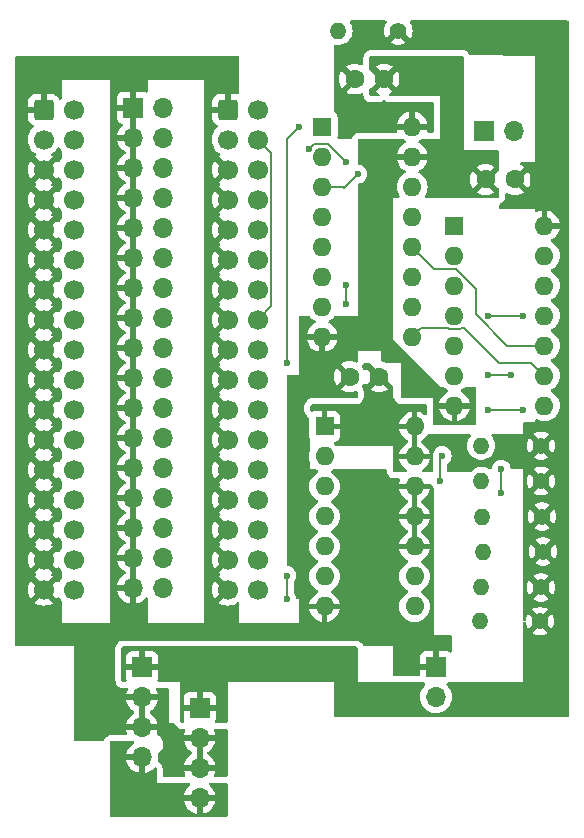
<source format=gbl>
G04 #@! TF.GenerationSoftware,KiCad,Pcbnew,8.0.4*
G04 #@! TF.CreationDate,2024-09-09T13:58:12+01:00*
G04 #@! TF.ProjectId,Amiga_internal_floppy_adapter,416d6967-615f-4696-9e74-65726e616c5f,1.0*
G04 #@! TF.SameCoordinates,Original*
G04 #@! TF.FileFunction,Copper,L2,Bot*
G04 #@! TF.FilePolarity,Positive*
%FSLAX46Y46*%
G04 Gerber Fmt 4.6, Leading zero omitted, Abs format (unit mm)*
G04 Created by KiCad (PCBNEW 8.0.4) date 2024-09-09 13:58:12*
%MOMM*%
%LPD*%
G01*
G04 APERTURE LIST*
G04 Aperture macros list*
%AMRoundRect*
0 Rectangle with rounded corners*
0 $1 Rounding radius*
0 $2 $3 $4 $5 $6 $7 $8 $9 X,Y pos of 4 corners*
0 Add a 4 corners polygon primitive as box body*
4,1,4,$2,$3,$4,$5,$6,$7,$8,$9,$2,$3,0*
0 Add four circle primitives for the rounded corners*
1,1,$1+$1,$2,$3*
1,1,$1+$1,$4,$5*
1,1,$1+$1,$6,$7*
1,1,$1+$1,$8,$9*
0 Add four rect primitives between the rounded corners*
20,1,$1+$1,$2,$3,$4,$5,0*
20,1,$1+$1,$4,$5,$6,$7,0*
20,1,$1+$1,$6,$7,$8,$9,0*
20,1,$1+$1,$8,$9,$2,$3,0*%
G04 Aperture macros list end*
G04 #@! TA.AperFunction,ComponentPad*
%ADD10C,1.400000*%
G04 #@! TD*
G04 #@! TA.AperFunction,ComponentPad*
%ADD11O,1.400000X1.400000*%
G04 #@! TD*
G04 #@! TA.AperFunction,ComponentPad*
%ADD12C,1.600000*%
G04 #@! TD*
G04 #@! TA.AperFunction,ComponentPad*
%ADD13R,1.600000X1.600000*%
G04 #@! TD*
G04 #@! TA.AperFunction,ComponentPad*
%ADD14O,1.600000X1.600000*%
G04 #@! TD*
G04 #@! TA.AperFunction,ComponentPad*
%ADD15RoundRect,0.250000X-0.600000X-0.600000X0.600000X-0.600000X0.600000X0.600000X-0.600000X0.600000X0*%
G04 #@! TD*
G04 #@! TA.AperFunction,ComponentPad*
%ADD16C,1.700000*%
G04 #@! TD*
G04 #@! TA.AperFunction,ComponentPad*
%ADD17R,1.700000X1.700000*%
G04 #@! TD*
G04 #@! TA.AperFunction,ComponentPad*
%ADD18O,1.700000X1.700000*%
G04 #@! TD*
G04 #@! TA.AperFunction,ViaPad*
%ADD19C,0.600000*%
G04 #@! TD*
G04 #@! TA.AperFunction,Conductor*
%ADD20C,0.200000*%
G04 #@! TD*
G04 APERTURE END LIST*
D10*
X109540000Y-104000000D03*
D11*
X104460000Y-104000000D03*
D12*
X95820000Y-98155000D03*
X93320000Y-98155000D03*
D10*
X109540000Y-107000000D03*
D11*
X104460000Y-107000000D03*
D12*
X93740341Y-72960682D03*
X96240341Y-72960682D03*
D10*
X109440833Y-118859662D03*
D11*
X104360833Y-118859662D03*
D12*
X107330000Y-81450000D03*
X104830000Y-81450000D03*
D10*
X97447645Y-68864709D03*
D11*
X92367645Y-68864709D03*
D13*
X91000000Y-77000000D03*
D14*
X91000000Y-79540000D03*
X91000000Y-82080000D03*
X91000000Y-84620000D03*
X91000000Y-87160000D03*
X91000000Y-89700000D03*
X91000000Y-92240000D03*
X91000000Y-94780000D03*
X98620000Y-94780000D03*
X98620000Y-92240000D03*
X98620000Y-89700000D03*
X98620000Y-87160000D03*
X98620000Y-84620000D03*
X98620000Y-82080000D03*
X98620000Y-79540000D03*
X98620000Y-77000000D03*
D15*
X83000000Y-75550000D03*
D16*
X85540000Y-75550000D03*
X83000000Y-78090000D03*
X85540000Y-78090000D03*
X83000000Y-80630000D03*
X85540000Y-80630000D03*
X83000000Y-83170000D03*
X85540000Y-83170000D03*
X83000000Y-85710000D03*
X85540000Y-85710000D03*
X83000000Y-88250000D03*
X85540000Y-88250000D03*
X83000000Y-90790000D03*
X85540000Y-90790000D03*
X83000000Y-93330000D03*
X85540000Y-93330000D03*
X83000000Y-95870000D03*
X85540000Y-95870000D03*
X83000000Y-98410000D03*
X85540000Y-98410000D03*
X83000000Y-100950000D03*
X85540000Y-100950000D03*
X83000000Y-103490000D03*
X85540000Y-103490000D03*
X83000000Y-106030000D03*
X85540000Y-106030000D03*
X83000000Y-108570000D03*
X85540000Y-108570000D03*
X83000000Y-111110000D03*
X85540000Y-111110000D03*
X83000000Y-113650000D03*
X85540000Y-113650000D03*
X83000000Y-116190000D03*
X85540000Y-116190000D03*
D13*
X102200000Y-85375000D03*
D14*
X102200000Y-87915000D03*
X102200000Y-90455000D03*
X102200000Y-92995000D03*
X102200000Y-95535000D03*
X102200000Y-98075000D03*
X102200000Y-100615000D03*
X109820000Y-100615000D03*
X109820000Y-98075000D03*
X109820000Y-95535000D03*
X109820000Y-92995000D03*
X109820000Y-90455000D03*
X109820000Y-87915000D03*
X109820000Y-85375000D03*
D10*
X109540000Y-116000000D03*
D11*
X104460000Y-116000000D03*
D17*
X104725000Y-77375000D03*
D18*
X107265000Y-77375000D03*
D10*
X109620000Y-110000000D03*
D11*
X104540000Y-110000000D03*
D13*
X91200000Y-102375000D03*
D14*
X91200000Y-104915000D03*
X91200000Y-107455000D03*
X91200000Y-109995000D03*
X91200000Y-112535000D03*
X91200000Y-115075000D03*
X91200000Y-117615000D03*
X98820000Y-117615000D03*
X98820000Y-115075000D03*
X98820000Y-112535000D03*
X98820000Y-109995000D03*
X98820000Y-107455000D03*
X98820000Y-104915000D03*
X98820000Y-102375000D03*
D17*
X100625000Y-122725000D03*
D18*
X100625000Y-125265000D03*
D15*
X67415000Y-75550000D03*
D16*
X69955000Y-75550000D03*
X67415000Y-78090000D03*
X69955000Y-78090000D03*
X67415000Y-80630000D03*
X69955000Y-80630000D03*
X67415000Y-83170000D03*
X69955000Y-83170000D03*
X67415000Y-85710000D03*
X69955000Y-85710000D03*
X67415000Y-88250000D03*
X69955000Y-88250000D03*
X67415000Y-90790000D03*
X69955000Y-90790000D03*
X67415000Y-93330000D03*
X69955000Y-93330000D03*
X67415000Y-95870000D03*
X69955000Y-95870000D03*
X67415000Y-98410000D03*
X69955000Y-98410000D03*
X67415000Y-100950000D03*
X69955000Y-100950000D03*
X67415000Y-103490000D03*
X69955000Y-103490000D03*
X67415000Y-106030000D03*
X69955000Y-106030000D03*
X67415000Y-108570000D03*
X69955000Y-108570000D03*
X67415000Y-111110000D03*
X69955000Y-111110000D03*
X67415000Y-113650000D03*
X69955000Y-113650000D03*
X67415000Y-116190000D03*
X69955000Y-116190000D03*
D17*
X80625000Y-126200000D03*
D18*
X80625000Y-128740000D03*
X80625000Y-131280000D03*
X80625000Y-133820000D03*
D10*
X109685004Y-112958867D03*
D11*
X104605004Y-112958867D03*
D17*
X75000000Y-75380000D03*
D18*
X77540000Y-75380000D03*
X75000000Y-77920000D03*
X77540000Y-77920000D03*
X75000000Y-80460000D03*
X77540000Y-80460000D03*
X75000000Y-83000000D03*
X77540000Y-83000000D03*
X75000000Y-85540000D03*
X77540000Y-85540000D03*
X75000000Y-88080000D03*
X77540000Y-88080000D03*
X75000000Y-90620000D03*
X77540000Y-90620000D03*
X75000000Y-93160000D03*
X77540000Y-93160000D03*
X75000000Y-95700000D03*
X77540000Y-95700000D03*
X75000000Y-98240000D03*
X77540000Y-98240000D03*
X75000000Y-100780000D03*
X77540000Y-100780000D03*
X75000000Y-103320000D03*
X77540000Y-103320000D03*
X75000000Y-105860000D03*
X77540000Y-105860000D03*
X75000000Y-108400000D03*
X77540000Y-108400000D03*
X75000000Y-110940000D03*
X77540000Y-110940000D03*
X75000000Y-113480000D03*
X77540000Y-113480000D03*
X75000000Y-116020000D03*
X77540000Y-116020000D03*
D17*
X75750000Y-122770000D03*
D18*
X75750000Y-125310000D03*
X75750000Y-127850000D03*
X75750000Y-130390000D03*
D19*
X93000000Y-90400000D03*
X93000000Y-80000000D03*
X93000000Y-92000000D03*
X89856121Y-78922305D03*
X108000000Y-101000000D03*
X105000000Y-101000000D03*
X107000000Y-98000000D03*
X105000000Y-98000000D03*
X101154582Y-104845418D03*
X101000000Y-107000000D03*
X94000000Y-81000000D03*
X106154265Y-106000000D03*
X106154265Y-108000000D03*
X108000000Y-93000000D03*
X105000000Y-93000000D03*
X89000000Y-77000000D03*
X88000000Y-117000000D03*
X88000000Y-115000000D03*
X88000000Y-97000000D03*
D20*
X93000000Y-90400000D02*
X93000000Y-92000000D01*
X93000000Y-79984365D02*
X93000000Y-80000000D01*
X90338426Y-78440000D02*
X91455635Y-78440000D01*
X91455635Y-78440000D02*
X93000000Y-79984365D01*
X89856121Y-78922305D02*
X90338426Y-78440000D01*
X105000000Y-101000000D02*
X108000000Y-101000000D01*
X105000000Y-98000000D02*
X107000000Y-98000000D01*
X101000000Y-105000000D02*
X101000000Y-107000000D01*
X101154582Y-104845418D02*
X101000000Y-105000000D01*
X102315635Y-89015000D02*
X104000000Y-90699365D01*
X104000000Y-92848529D02*
X106686471Y-95535000D01*
X100475000Y-89015000D02*
X102315635Y-89015000D01*
X98620000Y-87160000D02*
X100475000Y-89015000D01*
X104000000Y-90699365D02*
X104000000Y-92848529D01*
X106686471Y-95535000D02*
X109820000Y-95535000D01*
X92920000Y-82080000D02*
X91000000Y-82080000D01*
X94000000Y-81000000D02*
X92805735Y-82194265D01*
X92805735Y-82194265D02*
X92920000Y-82080000D01*
X106154265Y-106000000D02*
X106154265Y-108000000D01*
X105000000Y-93000000D02*
X108000000Y-93000000D01*
X101649365Y-94000000D02*
X101744365Y-94095000D01*
X85540000Y-78090000D02*
X86690000Y-79240000D01*
X103000000Y-94000000D02*
X105975000Y-96975000D01*
X86690000Y-79240000D02*
X86690000Y-92180000D01*
X101744365Y-94095000D02*
X102655635Y-94095000D01*
X99400000Y-94000000D02*
X101649365Y-94000000D01*
X102655635Y-94095000D02*
X102750635Y-94000000D01*
X98620000Y-94780000D02*
X99400000Y-94000000D01*
X102750635Y-94000000D02*
X103000000Y-94000000D01*
X86690000Y-92180000D02*
X85540000Y-93330000D01*
X105975000Y-96975000D02*
X108720000Y-96975000D01*
X108720000Y-96975000D02*
X109820000Y-98075000D01*
X88000000Y-78000000D02*
X89000000Y-77000000D01*
X88000000Y-97000000D02*
X88000000Y-78000000D01*
X88000000Y-117000000D02*
X88000000Y-115000000D01*
G04 #@! TA.AperFunction,Conductor*
G36*
X93943039Y-121019685D02*
G01*
X93988794Y-121072489D01*
X94000000Y-121124000D01*
X94000000Y-127000000D01*
X92124000Y-127000000D01*
X92056961Y-126980315D01*
X92011206Y-126927511D01*
X92000000Y-126876000D01*
X92000000Y-124000000D01*
X83000000Y-124000000D01*
X79000000Y-124000000D01*
X77170509Y-124000000D01*
X77103470Y-123980315D01*
X77057715Y-123927511D01*
X77047771Y-123858353D01*
X77054327Y-123832667D01*
X77093596Y-123727379D01*
X77093598Y-123727372D01*
X77099999Y-123667844D01*
X77100000Y-123667827D01*
X77100000Y-123020000D01*
X76183012Y-123020000D01*
X76215925Y-122962993D01*
X76250000Y-122835826D01*
X76250000Y-122704174D01*
X76215925Y-122577007D01*
X76183012Y-122520000D01*
X77100000Y-122520000D01*
X77100000Y-121872172D01*
X77099999Y-121872155D01*
X77093598Y-121812627D01*
X77093596Y-121812620D01*
X77043354Y-121677913D01*
X77043350Y-121677906D01*
X76957190Y-121562812D01*
X76957187Y-121562809D01*
X76842093Y-121476649D01*
X76842086Y-121476645D01*
X76707379Y-121426403D01*
X76707372Y-121426401D01*
X76647844Y-121420000D01*
X76000000Y-121420000D01*
X76000000Y-122336988D01*
X75942993Y-122304075D01*
X75815826Y-122270000D01*
X75684174Y-122270000D01*
X75557007Y-122304075D01*
X75500000Y-122336988D01*
X75500000Y-121420000D01*
X74852155Y-121420000D01*
X74792627Y-121426401D01*
X74792620Y-121426403D01*
X74657913Y-121476645D01*
X74657906Y-121476649D01*
X74542812Y-121562809D01*
X74542809Y-121562812D01*
X74456649Y-121677906D01*
X74456645Y-121677913D01*
X74406403Y-121812620D01*
X74406401Y-121812627D01*
X74400000Y-121872155D01*
X74400000Y-122520000D01*
X75316988Y-122520000D01*
X75284075Y-122577007D01*
X75250000Y-122704174D01*
X75250000Y-122835826D01*
X75284075Y-122962993D01*
X75316988Y-123020000D01*
X74400000Y-123020000D01*
X74400000Y-123667844D01*
X74406401Y-123727372D01*
X74406403Y-123727379D01*
X74445673Y-123832667D01*
X74450657Y-123902358D01*
X74417172Y-123963681D01*
X74355849Y-123997166D01*
X74329491Y-124000000D01*
X74124000Y-124000000D01*
X74056961Y-123980315D01*
X74011206Y-123927511D01*
X74000000Y-123876000D01*
X74000000Y-121124000D01*
X74019685Y-121056961D01*
X74072489Y-121011206D01*
X74124000Y-121000000D01*
X93876000Y-121000000D01*
X93943039Y-121019685D01*
G37*
G04 #@! TD.AperFunction*
G04 #@! TA.AperFunction,Conductor*
G36*
X95420000Y-98207661D02*
G01*
X95447259Y-98309394D01*
X95499920Y-98400606D01*
X95574394Y-98475080D01*
X95665606Y-98527741D01*
X95767339Y-98555000D01*
X95773553Y-98555000D01*
X95094526Y-99234025D01*
X95167513Y-99285132D01*
X95167521Y-99285136D01*
X95373668Y-99381264D01*
X95373682Y-99381269D01*
X95593389Y-99440139D01*
X95593400Y-99440141D01*
X95819998Y-99459966D01*
X95820002Y-99459966D01*
X96046599Y-99440141D01*
X96046610Y-99440139D01*
X96266317Y-99381269D01*
X96266331Y-99381264D01*
X96472478Y-99285136D01*
X96545471Y-99234024D01*
X95866447Y-98555000D01*
X95872661Y-98555000D01*
X95974394Y-98527741D01*
X96065606Y-98475080D01*
X96140080Y-98400606D01*
X96192741Y-98309394D01*
X96220000Y-98207661D01*
X96220000Y-98201447D01*
X96911237Y-98892684D01*
X96933691Y-98897197D01*
X96983875Y-98945811D01*
X97000000Y-99006959D01*
X97000000Y-100000000D01*
X94487672Y-100000000D01*
X94505500Y-99876000D01*
X94505500Y-99466943D01*
X94500065Y-99393016D01*
X94494761Y-99357138D01*
X94478574Y-99284805D01*
X94417767Y-99154405D01*
X94379527Y-99095928D01*
X94379525Y-99095925D01*
X94371134Y-99086395D01*
X94341606Y-99023074D01*
X94351000Y-98953839D01*
X94362619Y-98933338D01*
X94450568Y-98807734D01*
X94457893Y-98792024D01*
X94504064Y-98739586D01*
X94571257Y-98720433D01*
X94638138Y-98740648D01*
X94682657Y-98792024D01*
X94689864Y-98807480D01*
X94740974Y-98880472D01*
X95420000Y-98201446D01*
X95420000Y-98207661D01*
G37*
G04 #@! TD.AperFunction*
G04 #@! TA.AperFunction,Conductor*
G36*
X95034229Y-97019685D02*
G01*
X95054871Y-97036319D01*
X95773553Y-97755000D01*
X95767339Y-97755000D01*
X95665606Y-97782259D01*
X95574394Y-97834920D01*
X95499920Y-97909394D01*
X95447259Y-98000606D01*
X95420000Y-98102339D01*
X95420000Y-98108552D01*
X94740974Y-97429526D01*
X94740973Y-97429526D01*
X94689868Y-97502512D01*
X94689867Y-97502514D01*
X94682656Y-97517979D01*
X94636482Y-97570417D01*
X94569288Y-97589567D01*
X94502407Y-97569350D01*
X94457893Y-97517976D01*
X94450568Y-97502266D01*
X94362442Y-97376408D01*
X94340116Y-97310204D01*
X94357126Y-97242437D01*
X94370300Y-97224091D01*
X94405567Y-97183392D01*
X94422028Y-97147348D01*
X94456217Y-97072488D01*
X94501972Y-97019684D01*
X94569011Y-97000000D01*
X94967190Y-97000000D01*
X95034229Y-97019685D01*
G37*
G04 #@! TD.AperFunction*
G04 #@! TA.AperFunction,Conductor*
G36*
X97125460Y-100019685D02*
G01*
X97171215Y-100072489D01*
X97176075Y-100084841D01*
X97193600Y-100137497D01*
X97193603Y-100137503D01*
X97271388Y-100258537D01*
X97271396Y-100258548D01*
X97317140Y-100311340D01*
X97317143Y-100311343D01*
X97317147Y-100311347D01*
X97425881Y-100405567D01*
X97425884Y-100405568D01*
X97425885Y-100405569D01*
X97520142Y-100448616D01*
X97556758Y-100465338D01*
X97623797Y-100485023D01*
X97623801Y-100485024D01*
X97766217Y-100505500D01*
X99759639Y-100505500D01*
X99826678Y-100525185D01*
X99872433Y-100577989D01*
X99883639Y-100629500D01*
X99883639Y-101300799D01*
X99863954Y-101367838D01*
X99811150Y-101413593D01*
X99741992Y-101423537D01*
X99678436Y-101394512D01*
X99671958Y-101388480D01*
X99658820Y-101375342D01*
X99472482Y-101244865D01*
X99266328Y-101148734D01*
X99070000Y-101096127D01*
X99070000Y-102059314D01*
X99065606Y-102054920D01*
X98974394Y-102002259D01*
X98872661Y-101975000D01*
X98767339Y-101975000D01*
X98665606Y-102002259D01*
X98574394Y-102054920D01*
X98570000Y-102059314D01*
X98570000Y-101096127D01*
X98373671Y-101148734D01*
X98167517Y-101244865D01*
X97981179Y-101375342D01*
X97820342Y-101536179D01*
X97689865Y-101722517D01*
X97593734Y-101928673D01*
X97593730Y-101928682D01*
X97541127Y-102124999D01*
X97541128Y-102125000D01*
X98504314Y-102125000D01*
X98499920Y-102129394D01*
X98447259Y-102220606D01*
X98420000Y-102322339D01*
X98420000Y-102427661D01*
X98447259Y-102529394D01*
X98499920Y-102620606D01*
X98504314Y-102625000D01*
X97541128Y-102625000D01*
X97593730Y-102821317D01*
X97593734Y-102821326D01*
X97689865Y-103027482D01*
X97820342Y-103213820D01*
X97981179Y-103374657D01*
X98167517Y-103505134D01*
X98226457Y-103532618D01*
X98278896Y-103578790D01*
X98298048Y-103645984D01*
X98277832Y-103712865D01*
X98226457Y-103757382D01*
X98167517Y-103784865D01*
X97981179Y-103915342D01*
X97820342Y-104076179D01*
X97689865Y-104262517D01*
X97593734Y-104468673D01*
X97593730Y-104468682D01*
X97541127Y-104664999D01*
X97541128Y-104665000D01*
X98504314Y-104665000D01*
X98499920Y-104669394D01*
X98447259Y-104760606D01*
X98420000Y-104862339D01*
X98420000Y-104967661D01*
X98447259Y-105069394D01*
X98499920Y-105160606D01*
X98504314Y-105165000D01*
X97541128Y-105165000D01*
X97593730Y-105361317D01*
X97593734Y-105361326D01*
X97689865Y-105567482D01*
X97820342Y-105753820D01*
X97981179Y-105914657D01*
X98164354Y-106042919D01*
X98207979Y-106097497D01*
X98215171Y-106166995D01*
X98183649Y-106229350D01*
X98123419Y-106264763D01*
X98093230Y-106268494D01*
X97124000Y-106268494D01*
X97056961Y-106248809D01*
X97011206Y-106196005D01*
X97000000Y-106144494D01*
X97000000Y-104000000D01*
X92175548Y-104000000D01*
X92108509Y-103980315D01*
X92087866Y-103963680D01*
X92039142Y-103914956D01*
X92039139Y-103914953D01*
X92013912Y-103897289D01*
X91970287Y-103842712D01*
X91963095Y-103773213D01*
X91994617Y-103710859D01*
X92054847Y-103675445D01*
X92071781Y-103672424D01*
X92107380Y-103668596D01*
X92242086Y-103618354D01*
X92242093Y-103618350D01*
X92357187Y-103532190D01*
X92357190Y-103532187D01*
X92443350Y-103417093D01*
X92443354Y-103417086D01*
X92493596Y-103282379D01*
X92493598Y-103282372D01*
X92499999Y-103222844D01*
X92500000Y-103222827D01*
X92500000Y-102625000D01*
X91515686Y-102625000D01*
X91520080Y-102620606D01*
X91572741Y-102529394D01*
X91600000Y-102427661D01*
X91600000Y-102322339D01*
X91572741Y-102220606D01*
X91520080Y-102129394D01*
X91515686Y-102125000D01*
X92500000Y-102125000D01*
X92500000Y-101527172D01*
X92499999Y-101527155D01*
X92493598Y-101467627D01*
X92493596Y-101467620D01*
X92443354Y-101332913D01*
X92443350Y-101332906D01*
X92357190Y-101217812D01*
X92357187Y-101217809D01*
X92242093Y-101131649D01*
X92242086Y-101131645D01*
X92107379Y-101081403D01*
X92107372Y-101081401D01*
X92047844Y-101075000D01*
X91450000Y-101075000D01*
X91450000Y-102059314D01*
X91445606Y-102054920D01*
X91354394Y-102002259D01*
X91252661Y-101975000D01*
X91147339Y-101975000D01*
X91045606Y-102002259D01*
X90954394Y-102054920D01*
X90950000Y-102059314D01*
X90950000Y-101075000D01*
X90352155Y-101075000D01*
X90292627Y-101081401D01*
X90292619Y-101081403D01*
X90167333Y-101128132D01*
X90097641Y-101133116D01*
X90036318Y-101099631D01*
X90002834Y-101038307D01*
X90000000Y-101011950D01*
X90000000Y-100629500D01*
X90019685Y-100562461D01*
X90072489Y-100516706D01*
X90124000Y-100505500D01*
X93875990Y-100505500D01*
X93876000Y-100505500D01*
X93983456Y-100493947D01*
X94034967Y-100482741D01*
X94069197Y-100471347D01*
X94137497Y-100448616D01*
X94137501Y-100448613D01*
X94137504Y-100448613D01*
X94258543Y-100370825D01*
X94311347Y-100325070D01*
X94405567Y-100216336D01*
X94465338Y-100085459D01*
X94485023Y-100018420D01*
X94485024Y-100018416D01*
X94487672Y-100000000D01*
X97000000Y-100000000D01*
X97058421Y-100000000D01*
X97125460Y-100019685D01*
G37*
G04 #@! TD.AperFunction*
G04 #@! TA.AperFunction,Conductor*
G36*
X103528825Y-103019685D02*
G01*
X103574580Y-103072489D01*
X103584524Y-103141647D01*
X103560740Y-103198727D01*
X103434943Y-103365308D01*
X103434938Y-103365316D01*
X103335775Y-103564461D01*
X103335769Y-103564476D01*
X103274885Y-103778462D01*
X103274884Y-103778464D01*
X103254357Y-103999999D01*
X103254357Y-104000000D01*
X103274884Y-104221535D01*
X103274885Y-104221537D01*
X103335769Y-104435523D01*
X103335775Y-104435538D01*
X103434938Y-104634683D01*
X103434943Y-104634691D01*
X103569020Y-104812238D01*
X103733437Y-104962123D01*
X103733439Y-104962125D01*
X103922595Y-105079245D01*
X103922596Y-105079245D01*
X103922599Y-105079247D01*
X104130060Y-105159618D01*
X104348757Y-105200500D01*
X104348759Y-105200500D01*
X104571241Y-105200500D01*
X104571243Y-105200500D01*
X104789940Y-105159618D01*
X104997401Y-105079247D01*
X105186562Y-104962124D01*
X105350981Y-104812236D01*
X105485058Y-104634689D01*
X105584229Y-104435528D01*
X105645115Y-104221536D01*
X105665643Y-104000000D01*
X105645115Y-103778464D01*
X105584229Y-103564472D01*
X105584224Y-103564461D01*
X105485061Y-103365316D01*
X105485056Y-103365308D01*
X105359260Y-103198727D01*
X105334568Y-103133365D01*
X105349133Y-103065031D01*
X105398331Y-103015418D01*
X105458214Y-103000000D01*
X108893552Y-103000000D01*
X109000000Y-103106447D01*
X109000000Y-103813553D01*
X108531138Y-103344691D01*
X108531137Y-103344691D01*
X108515368Y-103365574D01*
X108416240Y-103564649D01*
X108355378Y-103778560D01*
X108334859Y-103999999D01*
X108334859Y-104000000D01*
X108355378Y-104221439D01*
X108416240Y-104435350D01*
X108515369Y-104634428D01*
X108531137Y-104655308D01*
X108531138Y-104655308D01*
X109000000Y-104186446D01*
X109000000Y-104893551D01*
X108886672Y-105006879D01*
X108886672Y-105006880D01*
X109000000Y-105077050D01*
X109000000Y-106000000D01*
X107070643Y-106000000D01*
X107003604Y-105980315D01*
X106957849Y-105927511D01*
X106947423Y-105889883D01*
X106939634Y-105820749D01*
X106939633Y-105820745D01*
X106932199Y-105799500D01*
X106880054Y-105650478D01*
X106784081Y-105497738D01*
X106656527Y-105370184D01*
X106620712Y-105347680D01*
X106503788Y-105274211D01*
X106333519Y-105214631D01*
X106333514Y-105214630D01*
X106154269Y-105194435D01*
X106154261Y-105194435D01*
X105975015Y-105214630D01*
X105975010Y-105214631D01*
X105804741Y-105274211D01*
X105652002Y-105370184D01*
X105524449Y-105497737D01*
X105428476Y-105650476D01*
X105368896Y-105820745D01*
X105368895Y-105820749D01*
X105361107Y-105889883D01*
X105334041Y-105954297D01*
X105276447Y-105993852D01*
X105237887Y-106000000D01*
X105160670Y-106000000D01*
X105095394Y-105981427D01*
X104997401Y-105920753D01*
X104789940Y-105840382D01*
X104571243Y-105799500D01*
X104348757Y-105799500D01*
X104130060Y-105840382D01*
X103998864Y-105891207D01*
X103922601Y-105920752D01*
X103922595Y-105920754D01*
X103733439Y-106037874D01*
X103733437Y-106037876D01*
X103569021Y-106187761D01*
X103545765Y-106218556D01*
X103503348Y-106254188D01*
X103502044Y-106254856D01*
X103445509Y-106268494D01*
X101724500Y-106268494D01*
X101657461Y-106248809D01*
X101611706Y-106196005D01*
X101600500Y-106144494D01*
X101600500Y-105579169D01*
X101620185Y-105512130D01*
X101652137Y-105480504D01*
X101651398Y-105479577D01*
X101656838Y-105475237D01*
X101656844Y-105475234D01*
X101784398Y-105347680D01*
X101880371Y-105194940D01*
X101939950Y-105024673D01*
X101946374Y-104967661D01*
X101960147Y-104845421D01*
X101960147Y-104845414D01*
X101939951Y-104666168D01*
X101939950Y-104666163D01*
X101880370Y-104495894D01*
X101784397Y-104343155D01*
X101656844Y-104215602D01*
X101504105Y-104119629D01*
X101333836Y-104060049D01*
X101333831Y-104060048D01*
X101154586Y-104039853D01*
X101154578Y-104039853D01*
X100975332Y-104060048D01*
X100975327Y-104060049D01*
X100805058Y-104119629D01*
X100652319Y-104215602D01*
X100524766Y-104343155D01*
X100428793Y-104495894D01*
X100369213Y-104666163D01*
X100369212Y-104666168D01*
X100349017Y-104845414D01*
X100349017Y-104845421D01*
X100369212Y-105024664D01*
X100369214Y-105024674D01*
X100392541Y-105091337D01*
X100399500Y-105132292D01*
X100399500Y-106144494D01*
X100379815Y-106211533D01*
X100327011Y-106257288D01*
X100275500Y-106268494D01*
X99546770Y-106268494D01*
X99479731Y-106248809D01*
X99433976Y-106196005D01*
X99424032Y-106126847D01*
X99453057Y-106063291D01*
X99475646Y-106042919D01*
X99658820Y-105914657D01*
X99819657Y-105753820D01*
X99950134Y-105567482D01*
X100046265Y-105361326D01*
X100046269Y-105361317D01*
X100098872Y-105165000D01*
X99135686Y-105165000D01*
X99140080Y-105160606D01*
X99192741Y-105069394D01*
X99220000Y-104967661D01*
X99220000Y-104862339D01*
X99192741Y-104760606D01*
X99140080Y-104669394D01*
X99135686Y-104665000D01*
X100098872Y-104665000D01*
X100098872Y-104664999D01*
X100046269Y-104468682D01*
X100046265Y-104468673D01*
X99950134Y-104262517D01*
X99819657Y-104076179D01*
X99658820Y-103915342D01*
X99472481Y-103784865D01*
X99472479Y-103784864D01*
X99413543Y-103757382D01*
X99361103Y-103711210D01*
X99341951Y-103644017D01*
X99362166Y-103577136D01*
X99413543Y-103532618D01*
X99472479Y-103505135D01*
X99472481Y-103505134D01*
X99658820Y-103374657D01*
X99819657Y-103213820D01*
X99932353Y-103052876D01*
X99986930Y-103009251D01*
X100033928Y-103000000D01*
X103461786Y-103000000D01*
X103528825Y-103019685D01*
G37*
G04 #@! TD.AperFunction*
G04 #@! TA.AperFunction,Conductor*
G36*
X99070000Y-104599314D02*
G01*
X99065606Y-104594920D01*
X98974394Y-104542259D01*
X98872661Y-104515000D01*
X98767339Y-104515000D01*
X98665606Y-104542259D01*
X98574394Y-104594920D01*
X98570000Y-104599314D01*
X98570000Y-102690686D01*
X98574394Y-102695080D01*
X98665606Y-102747741D01*
X98767339Y-102775000D01*
X98872661Y-102775000D01*
X98974394Y-102747741D01*
X99065606Y-102695080D01*
X99070000Y-102690686D01*
X99070000Y-104599314D01*
G37*
G04 #@! TD.AperFunction*
G04 #@! TA.AperFunction,Conductor*
G36*
X83000000Y-127339694D02*
G01*
X82980315Y-127406733D01*
X82927511Y-127452488D01*
X82876000Y-127463694D01*
X82032942Y-127463694D01*
X81965903Y-127444009D01*
X81920148Y-127391205D01*
X81910204Y-127322047D01*
X81916760Y-127296361D01*
X81968596Y-127157379D01*
X81968598Y-127157372D01*
X81974999Y-127097844D01*
X81975000Y-127097827D01*
X81975000Y-126450000D01*
X81058012Y-126450000D01*
X81090925Y-126392993D01*
X81125000Y-126265826D01*
X81125000Y-126134174D01*
X81090925Y-126007007D01*
X81058012Y-125950000D01*
X81975000Y-125950000D01*
X81975000Y-125302172D01*
X81974999Y-125302155D01*
X81968598Y-125242627D01*
X81968596Y-125242620D01*
X81918354Y-125107913D01*
X81918350Y-125107906D01*
X81832190Y-124992812D01*
X81832187Y-124992809D01*
X81717093Y-124906649D01*
X81717086Y-124906645D01*
X81582379Y-124856403D01*
X81582372Y-124856401D01*
X81522844Y-124850000D01*
X80875000Y-124850000D01*
X80875000Y-125766988D01*
X80817993Y-125734075D01*
X80690826Y-125700000D01*
X80559174Y-125700000D01*
X80432007Y-125734075D01*
X80375000Y-125766988D01*
X80375000Y-124850000D01*
X79727155Y-124850000D01*
X79667627Y-124856401D01*
X79667620Y-124856403D01*
X79532913Y-124906645D01*
X79532906Y-124906649D01*
X79417812Y-124992809D01*
X79417809Y-124992812D01*
X79331649Y-125107906D01*
X79331645Y-125107913D01*
X79281403Y-125242620D01*
X79281401Y-125242627D01*
X79275000Y-125302155D01*
X79275000Y-125950000D01*
X80191988Y-125950000D01*
X80159075Y-126007007D01*
X80125000Y-126134174D01*
X80125000Y-126265826D01*
X80159075Y-126392993D01*
X80191988Y-126450000D01*
X79275000Y-126450000D01*
X79275000Y-127097844D01*
X79281401Y-127157372D01*
X79281403Y-127157379D01*
X79333240Y-127296361D01*
X79338224Y-127366052D01*
X79304739Y-127427376D01*
X79243416Y-127460860D01*
X79217058Y-127463694D01*
X79124000Y-127463694D01*
X79056961Y-127444009D01*
X79011206Y-127391205D01*
X79000000Y-127339694D01*
X79000000Y-124000000D01*
X83000000Y-124000000D01*
X83000000Y-127339694D01*
G37*
G04 #@! TD.AperFunction*
G04 #@! TA.AperFunction,Conductor*
G36*
X101000000Y-99000000D02*
G01*
X101234452Y-99000000D01*
X101301491Y-99019685D01*
X101322134Y-99036320D01*
X101360859Y-99075046D01*
X101430774Y-99124000D01*
X101547266Y-99205568D01*
X101605865Y-99232893D01*
X101658305Y-99279065D01*
X101677457Y-99346258D01*
X101657242Y-99413139D01*
X101605867Y-99457657D01*
X101547515Y-99484867D01*
X101361179Y-99615342D01*
X101200342Y-99776179D01*
X101069865Y-99962517D01*
X100973734Y-100168673D01*
X100973730Y-100168682D01*
X100921127Y-100364999D01*
X100921128Y-100365000D01*
X101884314Y-100365000D01*
X101879920Y-100369394D01*
X101827259Y-100460606D01*
X101800000Y-100562339D01*
X101800000Y-100667661D01*
X101827259Y-100769394D01*
X101879920Y-100860606D01*
X101884314Y-100865000D01*
X100921128Y-100865000D01*
X100973730Y-101061317D01*
X100973734Y-101061326D01*
X101069865Y-101267482D01*
X101200342Y-101453820D01*
X101361179Y-101614657D01*
X101547517Y-101745134D01*
X101753673Y-101841265D01*
X101753682Y-101841269D01*
X101949999Y-101893872D01*
X101950000Y-101893871D01*
X101950000Y-100930686D01*
X101954394Y-100935080D01*
X102045606Y-100987741D01*
X102147339Y-101015000D01*
X102252661Y-101015000D01*
X102354394Y-100987741D01*
X102445606Y-100935080D01*
X102450000Y-100930686D01*
X102450000Y-101893872D01*
X102646317Y-101841269D01*
X102646326Y-101841265D01*
X102852482Y-101745134D01*
X103038820Y-101614657D01*
X103199657Y-101453820D01*
X103330134Y-101267482D01*
X103426265Y-101061326D01*
X103426269Y-101061317D01*
X103478872Y-100865000D01*
X102515686Y-100865000D01*
X102520080Y-100860606D01*
X102572741Y-100769394D01*
X102600000Y-100667661D01*
X102600000Y-100562339D01*
X102572741Y-100460606D01*
X102520080Y-100369394D01*
X102515686Y-100365000D01*
X103478872Y-100365000D01*
X103478872Y-100364999D01*
X103426269Y-100168682D01*
X103426265Y-100168673D01*
X103330134Y-99962517D01*
X103199657Y-99776179D01*
X103038820Y-99615342D01*
X102852482Y-99484865D01*
X102794133Y-99457657D01*
X102741694Y-99411484D01*
X102722542Y-99344291D01*
X102742758Y-99277410D01*
X102794129Y-99232895D01*
X102852734Y-99205568D01*
X103039139Y-99075047D01*
X103077866Y-99036320D01*
X103139188Y-99002834D01*
X103165548Y-99000000D01*
X103876000Y-99000000D01*
X103943039Y-99019685D01*
X103988794Y-99072489D01*
X104000000Y-99124000D01*
X104000000Y-102152717D01*
X103980315Y-102219756D01*
X103927511Y-102265511D01*
X103876000Y-102276717D01*
X100513139Y-102276717D01*
X100446100Y-102257032D01*
X100400345Y-102204228D01*
X100389139Y-102152717D01*
X100389139Y-100000000D01*
X98000000Y-100000000D01*
X97766217Y-100000000D01*
X97699178Y-99980315D01*
X97653423Y-99927511D01*
X97642217Y-99876000D01*
X97642217Y-97000000D01*
X96447830Y-97000000D01*
X96395425Y-96988382D01*
X96266496Y-96928261D01*
X96266492Y-96928260D01*
X96266488Y-96928258D01*
X96091907Y-96881480D01*
X96032246Y-96845115D01*
X96001717Y-96782268D01*
X96000000Y-96761705D01*
X96000000Y-96000000D01*
X96000000Y-95000000D01*
X97000000Y-95000000D01*
X101000000Y-99000000D01*
G37*
G04 #@! TD.AperFunction*
G04 #@! TA.AperFunction,Conductor*
G36*
X78483243Y-127483379D02*
G01*
X78528998Y-127536183D01*
X78533858Y-127548535D01*
X78551383Y-127601191D01*
X78551386Y-127601197D01*
X78629171Y-127722231D01*
X78629179Y-127722242D01*
X78674923Y-127775034D01*
X78674926Y-127775037D01*
X78674930Y-127775041D01*
X78783664Y-127869261D01*
X78783667Y-127869262D01*
X78783668Y-127869263D01*
X78787561Y-127871041D01*
X78914541Y-127929032D01*
X78981580Y-127948717D01*
X78981584Y-127948718D01*
X79124000Y-127969194D01*
X79124003Y-127969194D01*
X79217060Y-127969194D01*
X79222050Y-127968926D01*
X79271098Y-127966297D01*
X79289582Y-127964309D01*
X79358339Y-127976711D01*
X79409479Y-128024319D01*
X79426761Y-128092017D01*
X79415222Y-128140002D01*
X79351571Y-128276502D01*
X79351567Y-128276513D01*
X79294364Y-128489999D01*
X79294364Y-128490000D01*
X80191988Y-128490000D01*
X80159075Y-128547007D01*
X80125000Y-128674174D01*
X80125000Y-128805826D01*
X80159075Y-128932993D01*
X80191988Y-128990000D01*
X79294364Y-128990000D01*
X79351567Y-129203486D01*
X79351570Y-129203492D01*
X79451399Y-129417578D01*
X79586894Y-129611082D01*
X79753917Y-129778105D01*
X79940031Y-129908425D01*
X79983656Y-129963003D01*
X79990848Y-130032501D01*
X79959326Y-130094856D01*
X79940031Y-130111575D01*
X79753922Y-130241890D01*
X79753920Y-130241891D01*
X79586891Y-130408920D01*
X79586886Y-130408926D01*
X79451400Y-130602420D01*
X79451399Y-130602422D01*
X79351570Y-130816507D01*
X79351567Y-130816513D01*
X79294364Y-131029999D01*
X79294364Y-131030000D01*
X80191988Y-131030000D01*
X80159075Y-131087007D01*
X80125000Y-131214174D01*
X80125000Y-131345826D01*
X80159075Y-131472993D01*
X80191988Y-131530000D01*
X79294364Y-131530000D01*
X79351567Y-131743486D01*
X79351571Y-131743497D01*
X79403287Y-131854402D01*
X79413779Y-131923479D01*
X79385259Y-131987263D01*
X79326782Y-132025502D01*
X79290905Y-132030806D01*
X77629500Y-132030806D01*
X77562461Y-132011121D01*
X77516706Y-131958317D01*
X77505500Y-131906806D01*
X77505500Y-131348530D01*
X77505179Y-131330548D01*
X77505178Y-131330536D01*
X77505178Y-131330504D01*
X77504862Y-131321658D01*
X77503896Y-131303641D01*
X77473312Y-131163049D01*
X77448895Y-131097585D01*
X77379944Y-130971310D01*
X77278207Y-130869570D01*
X77222274Y-130827698D01*
X77222268Y-130827693D01*
X77222262Y-130827690D01*
X77201792Y-130816513D01*
X77140877Y-130783251D01*
X77091473Y-130733847D01*
X77076620Y-130665574D01*
X77080528Y-130642330D01*
X77085063Y-130625408D01*
X77105659Y-130390000D01*
X77085063Y-130154592D01*
X77081793Y-130142388D01*
X77083452Y-130072540D01*
X77122612Y-130014675D01*
X77134527Y-130005975D01*
X77137500Y-130004064D01*
X77137504Y-130004063D01*
X77258543Y-129926275D01*
X77311347Y-129880520D01*
X77405567Y-129771786D01*
X77465338Y-129640909D01*
X77485023Y-129573870D01*
X77485024Y-129573866D01*
X77505500Y-129431450D01*
X77505500Y-129124000D01*
X77493947Y-129016544D01*
X77482741Y-128965033D01*
X77472077Y-128932993D01*
X77448616Y-128862502D01*
X77448613Y-128862496D01*
X77370828Y-128741462D01*
X77370825Y-128741457D01*
X77370820Y-128741451D01*
X77325076Y-128688659D01*
X77325072Y-128688656D01*
X77325070Y-128688653D01*
X77216336Y-128594433D01*
X77216333Y-128594431D01*
X77216331Y-128594430D01*
X77085465Y-128534664D01*
X77085460Y-128534662D01*
X77085459Y-128534662D01*
X77018420Y-128514977D01*
X77018422Y-128514977D01*
X77018417Y-128514976D01*
X77000000Y-128512328D01*
X77000000Y-127463694D01*
X78000000Y-127463694D01*
X78416204Y-127463694D01*
X78483243Y-127483379D01*
G37*
G04 #@! TD.AperFunction*
G04 #@! TA.AperFunction,Conductor*
G36*
X82032942Y-127969194D02*
G01*
X82032945Y-127969194D01*
X82876000Y-127969194D01*
X82943039Y-127988879D01*
X82988794Y-128041683D01*
X83000000Y-128093194D01*
X83000000Y-131906806D01*
X82980315Y-131973845D01*
X82927511Y-132019600D01*
X82876000Y-132030806D01*
X81959095Y-132030806D01*
X81892056Y-132011121D01*
X81846301Y-131958317D01*
X81836357Y-131889159D01*
X81846713Y-131854402D01*
X81898428Y-131743497D01*
X81898432Y-131743486D01*
X81955636Y-131530000D01*
X81058012Y-131530000D01*
X81090925Y-131472993D01*
X81125000Y-131345826D01*
X81125000Y-131214174D01*
X81090925Y-131087007D01*
X81058012Y-131030000D01*
X81955636Y-131030000D01*
X81955635Y-131029999D01*
X81898432Y-130816513D01*
X81898429Y-130816507D01*
X81798600Y-130602422D01*
X81798599Y-130602420D01*
X81663113Y-130408926D01*
X81663108Y-130408920D01*
X81496082Y-130241894D01*
X81309968Y-130111575D01*
X81266344Y-130056998D01*
X81259151Y-129987499D01*
X81290673Y-129925145D01*
X81309968Y-129908425D01*
X81496082Y-129778105D01*
X81663105Y-129611082D01*
X81798600Y-129417578D01*
X81898429Y-129203492D01*
X81898432Y-129203486D01*
X81955636Y-128990000D01*
X81058012Y-128990000D01*
X81090925Y-128932993D01*
X81125000Y-128805826D01*
X81125000Y-128674174D01*
X81090925Y-128547007D01*
X81058012Y-128490000D01*
X81955636Y-128490000D01*
X81955635Y-128489999D01*
X81898432Y-128276513D01*
X81898429Y-128276507D01*
X81832046Y-128134147D01*
X81821554Y-128065069D01*
X81850074Y-128001285D01*
X81908550Y-127963046D01*
X81962070Y-127959004D01*
X82032942Y-127969194D01*
G37*
G04 #@! TD.AperFunction*
G04 #@! TA.AperFunction,Conductor*
G36*
X80875000Y-130846988D02*
G01*
X80817993Y-130814075D01*
X80690826Y-130780000D01*
X80559174Y-130780000D01*
X80432007Y-130814075D01*
X80375000Y-130846988D01*
X80375000Y-129173012D01*
X80432007Y-129205925D01*
X80559174Y-129240000D01*
X80690826Y-129240000D01*
X80817993Y-129205925D01*
X80875000Y-129173012D01*
X80875000Y-130846988D01*
G37*
G04 #@! TD.AperFunction*
G04 #@! TA.AperFunction,Conductor*
G36*
X97000000Y-95000000D02*
G01*
X96000000Y-95000000D01*
X96000000Y-96000000D01*
X94000000Y-96000000D01*
X94000000Y-81916377D01*
X94019685Y-81849338D01*
X94072489Y-81803583D01*
X94110111Y-81793158D01*
X94179255Y-81785368D01*
X94349522Y-81725789D01*
X94502262Y-81629816D01*
X94629816Y-81502262D01*
X94725789Y-81349522D01*
X94785368Y-81179255D01*
X94805565Y-81000000D01*
X94785368Y-80820745D01*
X94725789Y-80650478D01*
X94629816Y-80497738D01*
X94502262Y-80370184D01*
X94349523Y-80274211D01*
X94179254Y-80214631D01*
X94179250Y-80214630D01*
X94110116Y-80206841D01*
X94045702Y-80179774D01*
X94006147Y-80122179D01*
X94000000Y-80083621D01*
X94000000Y-78124000D01*
X94019685Y-78056961D01*
X94072489Y-78011206D01*
X94124000Y-78000000D01*
X97000000Y-78000000D01*
X97000000Y-95000000D01*
G37*
G04 #@! TD.AperFunction*
G04 #@! TA.AperFunction,Conductor*
G36*
X111869500Y-102000000D02*
G01*
X109000000Y-102000000D01*
X109000000Y-101862211D01*
X109019685Y-101795172D01*
X109072489Y-101749417D01*
X109141647Y-101739473D01*
X109176401Y-101749827D01*
X109373504Y-101841739D01*
X109593308Y-101900635D01*
X109755230Y-101914801D01*
X109819998Y-101920468D01*
X109820000Y-101920468D01*
X109820002Y-101920468D01*
X109876673Y-101915509D01*
X110046692Y-101900635D01*
X110266496Y-101841739D01*
X110472734Y-101745568D01*
X110659139Y-101615047D01*
X110820047Y-101454139D01*
X110950568Y-101267734D01*
X111046739Y-101061496D01*
X111105635Y-100841692D01*
X111125468Y-100615000D01*
X111105635Y-100388308D01*
X111046739Y-100168504D01*
X110950568Y-99962266D01*
X110820047Y-99775861D01*
X110820045Y-99775858D01*
X110659141Y-99614954D01*
X110472734Y-99484432D01*
X110472728Y-99484429D01*
X110414725Y-99457382D01*
X110362285Y-99411210D01*
X110343133Y-99344017D01*
X110363348Y-99277135D01*
X110414725Y-99232618D01*
X110472734Y-99205568D01*
X110659139Y-99075047D01*
X110820047Y-98914139D01*
X110950568Y-98727734D01*
X111046739Y-98521496D01*
X111105635Y-98301692D01*
X111125468Y-98075000D01*
X111105635Y-97848308D01*
X111046739Y-97628504D01*
X110950568Y-97422266D01*
X110820047Y-97235861D01*
X110820045Y-97235858D01*
X110659141Y-97074954D01*
X110472734Y-96944432D01*
X110472728Y-96944429D01*
X110414725Y-96917382D01*
X110362285Y-96871210D01*
X110343133Y-96804017D01*
X110363348Y-96737135D01*
X110414725Y-96692618D01*
X110472734Y-96665568D01*
X110659139Y-96535047D01*
X110820047Y-96374139D01*
X110950568Y-96187734D01*
X111046739Y-95981496D01*
X111105635Y-95761692D01*
X111125468Y-95535000D01*
X111105635Y-95308308D01*
X111046739Y-95088504D01*
X110950568Y-94882266D01*
X110820047Y-94695861D01*
X110820045Y-94695858D01*
X110659141Y-94534954D01*
X110472734Y-94404432D01*
X110472728Y-94404429D01*
X110414725Y-94377382D01*
X110362285Y-94331210D01*
X110343133Y-94264017D01*
X110363348Y-94197135D01*
X110414725Y-94152618D01*
X110472734Y-94125568D01*
X110659139Y-93995047D01*
X110820047Y-93834139D01*
X110950568Y-93647734D01*
X111046739Y-93441496D01*
X111105635Y-93221692D01*
X111125468Y-92995000D01*
X111105635Y-92768308D01*
X111046739Y-92548504D01*
X110950568Y-92342266D01*
X110820047Y-92155861D01*
X110820045Y-92155858D01*
X110659141Y-91994954D01*
X110472734Y-91864432D01*
X110472728Y-91864429D01*
X110414725Y-91837382D01*
X110362285Y-91791210D01*
X110343133Y-91724017D01*
X110363348Y-91657135D01*
X110414725Y-91612618D01*
X110472734Y-91585568D01*
X110659139Y-91455047D01*
X110820047Y-91294139D01*
X110950568Y-91107734D01*
X111046739Y-90901496D01*
X111105635Y-90681692D01*
X111125468Y-90455000D01*
X111105635Y-90228308D01*
X111046739Y-90008504D01*
X110950568Y-89802266D01*
X110820047Y-89615861D01*
X110820045Y-89615858D01*
X110659141Y-89454954D01*
X110472734Y-89324432D01*
X110472728Y-89324429D01*
X110414725Y-89297382D01*
X110362285Y-89251210D01*
X110343133Y-89184017D01*
X110363348Y-89117135D01*
X110414725Y-89072618D01*
X110472734Y-89045568D01*
X110659139Y-88915047D01*
X110820047Y-88754139D01*
X110950568Y-88567734D01*
X111046739Y-88361496D01*
X111105635Y-88141692D01*
X111125468Y-87915000D01*
X111105635Y-87688308D01*
X111046739Y-87468504D01*
X110950568Y-87262266D01*
X110820047Y-87075861D01*
X110820045Y-87075858D01*
X110659141Y-86914954D01*
X110472734Y-86784432D01*
X110472732Y-86784431D01*
X110461275Y-86779088D01*
X110414132Y-86757105D01*
X110361694Y-86710934D01*
X110342542Y-86643740D01*
X110362758Y-86576859D01*
X110414134Y-86532341D01*
X110472484Y-86505132D01*
X110658820Y-86374657D01*
X110819657Y-86213820D01*
X110950134Y-86027482D01*
X111046265Y-85821326D01*
X111046269Y-85821317D01*
X111098872Y-85625000D01*
X110135686Y-85625000D01*
X110140080Y-85620606D01*
X110192741Y-85529394D01*
X110220000Y-85427661D01*
X110220000Y-85322339D01*
X110192741Y-85220606D01*
X110140080Y-85129394D01*
X110135686Y-85125000D01*
X111098872Y-85125000D01*
X111098872Y-85124999D01*
X111046269Y-84928682D01*
X111046265Y-84928673D01*
X110950134Y-84722517D01*
X110819657Y-84536179D01*
X110658820Y-84375342D01*
X110472482Y-84244865D01*
X110266328Y-84148734D01*
X110070000Y-84096127D01*
X110070000Y-85059314D01*
X110065606Y-85054920D01*
X109974394Y-85002259D01*
X109872661Y-84975000D01*
X109767339Y-84975000D01*
X109665606Y-85002259D01*
X109574394Y-85054920D01*
X109570000Y-85059314D01*
X109570000Y-84096127D01*
X109373669Y-84148735D01*
X109176404Y-84240721D01*
X109107327Y-84251213D01*
X109043543Y-84222693D01*
X109005304Y-84164216D01*
X109000000Y-84128339D01*
X109000000Y-84000000D01*
X106124000Y-84000000D01*
X106056961Y-83980315D01*
X106011206Y-83927511D01*
X106000000Y-83876000D01*
X106000000Y-83583795D01*
X106019685Y-83516756D01*
X106072489Y-83471001D01*
X106084828Y-83466145D01*
X106137504Y-83448613D01*
X106258543Y-83370825D01*
X106311347Y-83325070D01*
X106405567Y-83216336D01*
X106465338Y-83085459D01*
X106485023Y-83018420D01*
X106485024Y-83018416D01*
X106505500Y-82876000D01*
X106505500Y-82694561D01*
X106525185Y-82627522D01*
X106577989Y-82581767D01*
X106647147Y-82571823D01*
X106681905Y-82582179D01*
X106883673Y-82676266D01*
X106883682Y-82676269D01*
X107103389Y-82735139D01*
X107103400Y-82735141D01*
X107329998Y-82754966D01*
X107330002Y-82754966D01*
X107556599Y-82735141D01*
X107556610Y-82735139D01*
X107776317Y-82676269D01*
X107776331Y-82676264D01*
X107982478Y-82580136D01*
X108055471Y-82529024D01*
X107376447Y-81850000D01*
X107382661Y-81850000D01*
X107484394Y-81822741D01*
X107575606Y-81770080D01*
X107650080Y-81695606D01*
X107702741Y-81604394D01*
X107730000Y-81502661D01*
X107730000Y-81496447D01*
X108409024Y-82175471D01*
X108460136Y-82102478D01*
X108556264Y-81896331D01*
X108556269Y-81896317D01*
X108615139Y-81676610D01*
X108615141Y-81676599D01*
X108634966Y-81450002D01*
X108634966Y-81449997D01*
X108615141Y-81223400D01*
X108615139Y-81223389D01*
X108556269Y-81003682D01*
X108556264Y-81003668D01*
X108460136Y-80797521D01*
X108460132Y-80797513D01*
X108409025Y-80724526D01*
X107730000Y-81403551D01*
X107730000Y-81397339D01*
X107702741Y-81295606D01*
X107650080Y-81204394D01*
X107575606Y-81129920D01*
X107484394Y-81077259D01*
X107382661Y-81050000D01*
X107376447Y-81050000D01*
X108055472Y-80370974D01*
X107982480Y-80319864D01*
X107803451Y-80236382D01*
X107751012Y-80190210D01*
X107731860Y-80123016D01*
X107752076Y-80056135D01*
X107805241Y-80010801D01*
X107855856Y-80000000D01*
X109000000Y-80000000D01*
X111869500Y-80000000D01*
X111869500Y-102000000D01*
G37*
G04 #@! TD.AperFunction*
G04 #@! TA.AperFunction,Conductor*
G36*
X111869500Y-126876000D02*
G01*
X111849815Y-126943039D01*
X111797011Y-126988794D01*
X111745500Y-127000000D01*
X94000000Y-127000000D01*
X94000000Y-124000000D01*
X99466597Y-124000000D01*
X99526025Y-124015168D01*
X99532671Y-124018797D01*
X99664081Y-124067810D01*
X99720015Y-124109681D01*
X99744432Y-124175145D01*
X99729580Y-124243418D01*
X99708430Y-124271673D01*
X99586503Y-124393600D01*
X99450965Y-124587169D01*
X99450964Y-124587171D01*
X99351098Y-124801335D01*
X99351094Y-124801344D01*
X99289938Y-125029586D01*
X99289936Y-125029596D01*
X99269341Y-125264999D01*
X99269341Y-125265000D01*
X99289936Y-125500403D01*
X99289938Y-125500413D01*
X99351094Y-125728655D01*
X99351096Y-125728659D01*
X99351097Y-125728663D01*
X99450965Y-125942830D01*
X99450967Y-125942834D01*
X99559281Y-126097521D01*
X99586505Y-126136401D01*
X99753599Y-126303495D01*
X99850384Y-126371265D01*
X99947165Y-126439032D01*
X99947167Y-126439033D01*
X99947170Y-126439035D01*
X100161337Y-126538903D01*
X100389592Y-126600063D01*
X100577918Y-126616539D01*
X100624999Y-126620659D01*
X100625000Y-126620659D01*
X100625001Y-126620659D01*
X100664234Y-126617226D01*
X100860408Y-126600063D01*
X101088663Y-126538903D01*
X101302830Y-126439035D01*
X101496401Y-126303495D01*
X101663495Y-126136401D01*
X101799035Y-125942830D01*
X101898903Y-125728663D01*
X101960063Y-125500408D01*
X101980659Y-125265000D01*
X101960063Y-125029592D01*
X101898903Y-124801337D01*
X101799035Y-124587171D01*
X101663495Y-124393599D01*
X101541567Y-124271671D01*
X101508084Y-124210351D01*
X101513068Y-124140659D01*
X101554939Y-124084725D01*
X101585915Y-124067810D01*
X101717331Y-124018796D01*
X101717334Y-124018793D01*
X101723975Y-124015168D01*
X101783403Y-124000000D01*
X108000000Y-124000000D01*
X108000000Y-119866541D01*
X108787505Y-119866541D01*
X108787505Y-119866542D01*
X108903654Y-119938459D01*
X108903655Y-119938460D01*
X109111028Y-120018796D01*
X109329640Y-120059662D01*
X109552026Y-120059662D01*
X109770642Y-120018795D01*
X109978001Y-119938463D01*
X109978014Y-119938457D01*
X110094159Y-119866541D01*
X109440834Y-119213215D01*
X109440833Y-119213215D01*
X108787505Y-119866541D01*
X108000000Y-119866541D01*
X108000000Y-118998217D01*
X108019685Y-118931178D01*
X108072489Y-118885423D01*
X108141647Y-118875479D01*
X108205203Y-118904504D01*
X108242977Y-118963282D01*
X108247471Y-118986776D01*
X108256211Y-119081101D01*
X108317073Y-119295012D01*
X108416202Y-119494090D01*
X108431970Y-119514970D01*
X108431971Y-119514970D01*
X109087280Y-118859662D01*
X109041202Y-118813584D01*
X109090833Y-118813584D01*
X109090833Y-118905740D01*
X109114685Y-118994757D01*
X109160763Y-119074567D01*
X109225928Y-119139732D01*
X109305738Y-119185810D01*
X109394755Y-119209662D01*
X109486911Y-119209662D01*
X109575928Y-119185810D01*
X109655738Y-119139732D01*
X109720903Y-119074567D01*
X109766981Y-118994757D01*
X109790833Y-118905740D01*
X109790833Y-118859661D01*
X109794386Y-118859661D01*
X109794386Y-118859662D01*
X110449694Y-119514970D01*
X110465464Y-119494087D01*
X110465466Y-119494084D01*
X110564592Y-119295012D01*
X110625454Y-119081101D01*
X110645974Y-118859662D01*
X110645974Y-118859661D01*
X110625454Y-118638222D01*
X110564592Y-118424311D01*
X110465468Y-118225242D01*
X110465463Y-118225234D01*
X110449693Y-118204352D01*
X109794386Y-118859661D01*
X109790833Y-118859661D01*
X109790833Y-118813584D01*
X109766981Y-118724567D01*
X109720903Y-118644757D01*
X109655738Y-118579592D01*
X109575928Y-118533514D01*
X109486911Y-118509662D01*
X109394755Y-118509662D01*
X109305738Y-118533514D01*
X109225928Y-118579592D01*
X109160763Y-118644757D01*
X109114685Y-118724567D01*
X109090833Y-118813584D01*
X109041202Y-118813584D01*
X108431971Y-118204353D01*
X108431970Y-118204353D01*
X108416201Y-118225236D01*
X108317073Y-118424311D01*
X108256211Y-118638222D01*
X108247471Y-118732547D01*
X108221685Y-118797485D01*
X108164884Y-118838172D01*
X108095103Y-118841692D01*
X108034497Y-118806927D01*
X108002307Y-118744914D01*
X108000000Y-118721106D01*
X108000000Y-117852781D01*
X108787504Y-117852781D01*
X109440833Y-118506109D01*
X109440834Y-118506109D01*
X110094160Y-117852781D01*
X109978011Y-117780864D01*
X109978010Y-117780863D01*
X109770637Y-117700527D01*
X109552026Y-117659662D01*
X109329640Y-117659662D01*
X109111028Y-117700527D01*
X108903657Y-117780862D01*
X108903656Y-117780863D01*
X108787504Y-117852781D01*
X108000000Y-117852781D01*
X108000000Y-117006879D01*
X108886672Y-117006879D01*
X108886672Y-117006880D01*
X109002821Y-117078797D01*
X109002822Y-117078798D01*
X109210195Y-117159134D01*
X109428807Y-117200000D01*
X109651193Y-117200000D01*
X109869809Y-117159133D01*
X110077168Y-117078801D01*
X110077181Y-117078795D01*
X110193326Y-117006879D01*
X109540001Y-116353553D01*
X109540000Y-116353553D01*
X108886672Y-117006879D01*
X108000000Y-117006879D01*
X108000000Y-115999999D01*
X108334859Y-115999999D01*
X108334859Y-116000000D01*
X108355378Y-116221439D01*
X108416240Y-116435350D01*
X108515369Y-116634428D01*
X108531137Y-116655308D01*
X108531138Y-116655308D01*
X109186447Y-116000000D01*
X109140369Y-115953922D01*
X109190000Y-115953922D01*
X109190000Y-116046078D01*
X109213852Y-116135095D01*
X109259930Y-116214905D01*
X109325095Y-116280070D01*
X109404905Y-116326148D01*
X109493922Y-116350000D01*
X109586078Y-116350000D01*
X109675095Y-116326148D01*
X109754905Y-116280070D01*
X109820070Y-116214905D01*
X109866148Y-116135095D01*
X109890000Y-116046078D01*
X109890000Y-115999999D01*
X109893553Y-115999999D01*
X109893553Y-116000000D01*
X110548861Y-116655308D01*
X110564631Y-116634425D01*
X110564633Y-116634422D01*
X110663759Y-116435350D01*
X110724621Y-116221439D01*
X110745141Y-116000000D01*
X110745141Y-115999999D01*
X110724621Y-115778560D01*
X110663759Y-115564649D01*
X110564635Y-115365580D01*
X110564630Y-115365572D01*
X110548860Y-115344690D01*
X109893553Y-115999999D01*
X109890000Y-115999999D01*
X109890000Y-115953922D01*
X109866148Y-115864905D01*
X109820070Y-115785095D01*
X109754905Y-115719930D01*
X109675095Y-115673852D01*
X109586078Y-115650000D01*
X109493922Y-115650000D01*
X109404905Y-115673852D01*
X109325095Y-115719930D01*
X109259930Y-115785095D01*
X109213852Y-115864905D01*
X109190000Y-115953922D01*
X109140369Y-115953922D01*
X108531138Y-115344691D01*
X108531137Y-115344691D01*
X108515368Y-115365574D01*
X108416240Y-115564649D01*
X108355378Y-115778560D01*
X108334859Y-115999999D01*
X108000000Y-115999999D01*
X108000000Y-114993119D01*
X108886671Y-114993119D01*
X109540000Y-115646447D01*
X109540001Y-115646447D01*
X110193327Y-114993119D01*
X110077178Y-114921202D01*
X110077177Y-114921201D01*
X109869804Y-114840865D01*
X109651193Y-114800000D01*
X109428807Y-114800000D01*
X109210195Y-114840865D01*
X109002824Y-114921200D01*
X109002823Y-114921201D01*
X108886671Y-114993119D01*
X108000000Y-114993119D01*
X108000000Y-113965746D01*
X109031676Y-113965746D01*
X109031676Y-113965747D01*
X109147825Y-114037664D01*
X109147826Y-114037665D01*
X109355199Y-114118001D01*
X109573811Y-114158867D01*
X109796197Y-114158867D01*
X110014813Y-114118000D01*
X110222172Y-114037668D01*
X110222185Y-114037662D01*
X110338330Y-113965746D01*
X109685005Y-113312420D01*
X109685004Y-113312420D01*
X109031676Y-113965746D01*
X108000000Y-113965746D01*
X108000000Y-112958866D01*
X108479863Y-112958866D01*
X108479863Y-112958867D01*
X108500382Y-113180306D01*
X108561244Y-113394217D01*
X108660373Y-113593295D01*
X108676141Y-113614175D01*
X108676142Y-113614175D01*
X109331451Y-112958867D01*
X109285373Y-112912789D01*
X109335004Y-112912789D01*
X109335004Y-113004945D01*
X109358856Y-113093962D01*
X109404934Y-113173772D01*
X109470099Y-113238937D01*
X109549909Y-113285015D01*
X109638926Y-113308867D01*
X109731082Y-113308867D01*
X109820099Y-113285015D01*
X109899909Y-113238937D01*
X109965074Y-113173772D01*
X110011152Y-113093962D01*
X110035004Y-113004945D01*
X110035004Y-112958866D01*
X110038557Y-112958866D01*
X110038557Y-112958867D01*
X110693865Y-113614175D01*
X110709635Y-113593292D01*
X110709637Y-113593289D01*
X110808763Y-113394217D01*
X110869625Y-113180306D01*
X110890145Y-112958867D01*
X110890145Y-112958866D01*
X110869625Y-112737427D01*
X110808763Y-112523516D01*
X110709639Y-112324447D01*
X110709634Y-112324439D01*
X110693864Y-112303557D01*
X110038557Y-112958866D01*
X110035004Y-112958866D01*
X110035004Y-112912789D01*
X110011152Y-112823772D01*
X109965074Y-112743962D01*
X109899909Y-112678797D01*
X109820099Y-112632719D01*
X109731082Y-112608867D01*
X109638926Y-112608867D01*
X109549909Y-112632719D01*
X109470099Y-112678797D01*
X109404934Y-112743962D01*
X109358856Y-112823772D01*
X109335004Y-112912789D01*
X109285373Y-112912789D01*
X108676142Y-112303558D01*
X108676141Y-112303558D01*
X108660372Y-112324441D01*
X108561244Y-112523516D01*
X108500382Y-112737427D01*
X108479863Y-112958866D01*
X108000000Y-112958866D01*
X108000000Y-111951986D01*
X109031675Y-111951986D01*
X109685004Y-112605314D01*
X109685005Y-112605314D01*
X110338331Y-111951986D01*
X110222182Y-111880069D01*
X110222181Y-111880068D01*
X110014808Y-111799732D01*
X109796197Y-111758867D01*
X109573811Y-111758867D01*
X109355199Y-111799732D01*
X109147828Y-111880067D01*
X109147827Y-111880068D01*
X109031675Y-111951986D01*
X108000000Y-111951986D01*
X108000000Y-111006879D01*
X108966672Y-111006879D01*
X108966672Y-111006880D01*
X109082821Y-111078797D01*
X109082822Y-111078798D01*
X109290195Y-111159134D01*
X109508807Y-111200000D01*
X109731193Y-111200000D01*
X109949809Y-111159133D01*
X110157168Y-111078801D01*
X110157181Y-111078795D01*
X110273326Y-111006879D01*
X109620001Y-110353553D01*
X109620000Y-110353553D01*
X108966672Y-111006879D01*
X108000000Y-111006879D01*
X108000000Y-109999999D01*
X108414859Y-109999999D01*
X108414859Y-110000000D01*
X108435378Y-110221439D01*
X108496240Y-110435350D01*
X108595369Y-110634428D01*
X108611137Y-110655308D01*
X108611138Y-110655308D01*
X109266447Y-110000000D01*
X109220369Y-109953922D01*
X109270000Y-109953922D01*
X109270000Y-110046078D01*
X109293852Y-110135095D01*
X109339930Y-110214905D01*
X109405095Y-110280070D01*
X109484905Y-110326148D01*
X109573922Y-110350000D01*
X109666078Y-110350000D01*
X109755095Y-110326148D01*
X109834905Y-110280070D01*
X109900070Y-110214905D01*
X109946148Y-110135095D01*
X109970000Y-110046078D01*
X109970000Y-109999999D01*
X109973553Y-109999999D01*
X109973553Y-110000000D01*
X110628861Y-110655308D01*
X110644631Y-110634425D01*
X110644633Y-110634422D01*
X110743759Y-110435350D01*
X110804621Y-110221439D01*
X110825141Y-110000000D01*
X110825141Y-109999999D01*
X110804621Y-109778560D01*
X110743759Y-109564649D01*
X110644635Y-109365580D01*
X110644630Y-109365572D01*
X110628860Y-109344690D01*
X109973553Y-109999999D01*
X109970000Y-109999999D01*
X109970000Y-109953922D01*
X109946148Y-109864905D01*
X109900070Y-109785095D01*
X109834905Y-109719930D01*
X109755095Y-109673852D01*
X109666078Y-109650000D01*
X109573922Y-109650000D01*
X109484905Y-109673852D01*
X109405095Y-109719930D01*
X109339930Y-109785095D01*
X109293852Y-109864905D01*
X109270000Y-109953922D01*
X109220369Y-109953922D01*
X108611138Y-109344691D01*
X108611137Y-109344691D01*
X108595368Y-109365574D01*
X108496240Y-109564649D01*
X108435378Y-109778560D01*
X108414859Y-109999999D01*
X108000000Y-109999999D01*
X108000000Y-108993119D01*
X108966671Y-108993119D01*
X109620000Y-109646447D01*
X109620001Y-109646447D01*
X110273327Y-108993119D01*
X110157178Y-108921202D01*
X110157177Y-108921201D01*
X109949804Y-108840865D01*
X109731193Y-108800000D01*
X109508807Y-108800000D01*
X109290195Y-108840865D01*
X109082824Y-108921200D01*
X109082823Y-108921201D01*
X108966671Y-108993119D01*
X108000000Y-108993119D01*
X108000000Y-108006879D01*
X108886672Y-108006879D01*
X108886672Y-108006880D01*
X109002821Y-108078797D01*
X109002822Y-108078798D01*
X109210195Y-108159134D01*
X109428807Y-108200000D01*
X109651193Y-108200000D01*
X109869809Y-108159133D01*
X110077168Y-108078801D01*
X110077181Y-108078795D01*
X110193326Y-108006879D01*
X109540001Y-107353553D01*
X109540000Y-107353553D01*
X108886672Y-108006879D01*
X108000000Y-108006879D01*
X108000000Y-106999999D01*
X108334859Y-106999999D01*
X108334859Y-107000000D01*
X108355378Y-107221439D01*
X108416240Y-107435350D01*
X108515369Y-107634428D01*
X108531137Y-107655308D01*
X108531138Y-107655308D01*
X109186447Y-107000000D01*
X109140369Y-106953922D01*
X109190000Y-106953922D01*
X109190000Y-107046078D01*
X109213852Y-107135095D01*
X109259930Y-107214905D01*
X109325095Y-107280070D01*
X109404905Y-107326148D01*
X109493922Y-107350000D01*
X109586078Y-107350000D01*
X109675095Y-107326148D01*
X109754905Y-107280070D01*
X109820070Y-107214905D01*
X109866148Y-107135095D01*
X109890000Y-107046078D01*
X109890000Y-106999999D01*
X109893553Y-106999999D01*
X109893553Y-107000000D01*
X110548861Y-107655308D01*
X110564631Y-107634425D01*
X110564633Y-107634422D01*
X110663759Y-107435350D01*
X110724621Y-107221439D01*
X110745141Y-107000000D01*
X110745141Y-106999999D01*
X110724621Y-106778560D01*
X110663759Y-106564649D01*
X110564635Y-106365580D01*
X110564630Y-106365572D01*
X110548860Y-106344690D01*
X109893553Y-106999999D01*
X109890000Y-106999999D01*
X109890000Y-106953922D01*
X109866148Y-106864905D01*
X109820070Y-106785095D01*
X109754905Y-106719930D01*
X109675095Y-106673852D01*
X109586078Y-106650000D01*
X109493922Y-106650000D01*
X109404905Y-106673852D01*
X109325095Y-106719930D01*
X109259930Y-106785095D01*
X109213852Y-106864905D01*
X109190000Y-106953922D01*
X109140369Y-106953922D01*
X108531138Y-106344691D01*
X108531137Y-106344691D01*
X108515368Y-106365574D01*
X108416240Y-106564649D01*
X108355378Y-106778560D01*
X108334859Y-106999999D01*
X108000000Y-106999999D01*
X108000000Y-106000000D01*
X108893552Y-106000000D01*
X109540000Y-106646447D01*
X109540001Y-106646447D01*
X110193327Y-105993119D01*
X110077178Y-105921202D01*
X110077177Y-105921201D01*
X109869804Y-105840865D01*
X109651193Y-105800000D01*
X109428807Y-105800000D01*
X109210195Y-105840865D01*
X109002824Y-105921200D01*
X109002823Y-105921201D01*
X109000000Y-105922948D01*
X109000000Y-105077050D01*
X109002821Y-105078797D01*
X109002822Y-105078798D01*
X109210195Y-105159134D01*
X109428807Y-105200000D01*
X109651193Y-105200000D01*
X109869809Y-105159133D01*
X110077168Y-105078801D01*
X110077181Y-105078795D01*
X110193326Y-105006879D01*
X109540001Y-104353553D01*
X109540000Y-104353553D01*
X109000000Y-104893551D01*
X109000000Y-104186446D01*
X109186447Y-104000000D01*
X109140369Y-103953922D01*
X109190000Y-103953922D01*
X109190000Y-104046078D01*
X109213852Y-104135095D01*
X109259930Y-104214905D01*
X109325095Y-104280070D01*
X109404905Y-104326148D01*
X109493922Y-104350000D01*
X109586078Y-104350000D01*
X109675095Y-104326148D01*
X109754905Y-104280070D01*
X109820070Y-104214905D01*
X109866148Y-104135095D01*
X109890000Y-104046078D01*
X109890000Y-103999999D01*
X109893553Y-103999999D01*
X109893553Y-104000000D01*
X110548861Y-104655308D01*
X110564631Y-104634425D01*
X110564633Y-104634422D01*
X110663759Y-104435350D01*
X110724621Y-104221439D01*
X110745141Y-104000000D01*
X110745141Y-103999999D01*
X110724621Y-103778560D01*
X110663759Y-103564649D01*
X110564635Y-103365580D01*
X110564630Y-103365572D01*
X110548860Y-103344690D01*
X109893553Y-103999999D01*
X109890000Y-103999999D01*
X109890000Y-103953922D01*
X109866148Y-103864905D01*
X109820070Y-103785095D01*
X109754905Y-103719930D01*
X109675095Y-103673852D01*
X109586078Y-103650000D01*
X109493922Y-103650000D01*
X109404905Y-103673852D01*
X109325095Y-103719930D01*
X109259930Y-103785095D01*
X109213852Y-103864905D01*
X109190000Y-103953922D01*
X109140369Y-103953922D01*
X109000000Y-103813553D01*
X109000000Y-103106447D01*
X109540000Y-103646447D01*
X109540001Y-103646447D01*
X110193327Y-102993119D01*
X110077178Y-102921202D01*
X110077177Y-102921201D01*
X109869804Y-102840865D01*
X109651193Y-102800000D01*
X109428807Y-102800000D01*
X109210195Y-102840865D01*
X109002824Y-102921200D01*
X109002823Y-102921201D01*
X108886671Y-102993119D01*
X108893552Y-103000000D01*
X108000000Y-103000000D01*
X108000000Y-102124000D01*
X108019685Y-102056961D01*
X108072489Y-102011206D01*
X108124000Y-102000000D01*
X109000000Y-102000000D01*
X111869500Y-102000000D01*
X111869500Y-126876000D01*
G37*
G04 #@! TD.AperFunction*
G04 #@! TA.AperFunction,Conductor*
G36*
X96414929Y-68019685D02*
G01*
X96460684Y-68072489D01*
X96470628Y-68141647D01*
X96446844Y-68198727D01*
X96423013Y-68230283D01*
X96323885Y-68429358D01*
X96263023Y-68643269D01*
X96242504Y-68864708D01*
X96242504Y-68864709D01*
X96263023Y-69086148D01*
X96323885Y-69300059D01*
X96423014Y-69499137D01*
X96438782Y-69520017D01*
X96438783Y-69520017D01*
X97097645Y-68861155D01*
X97097645Y-68910787D01*
X97121497Y-68999804D01*
X97167575Y-69079614D01*
X97232740Y-69144779D01*
X97312550Y-69190857D01*
X97401567Y-69214709D01*
X97493723Y-69214709D01*
X97582740Y-69190857D01*
X97662550Y-69144779D01*
X97727715Y-69079614D01*
X97773793Y-68999804D01*
X97797645Y-68910787D01*
X97797645Y-68861156D01*
X98456506Y-69520017D01*
X98472276Y-69499134D01*
X98472278Y-69499131D01*
X98571404Y-69300059D01*
X98632266Y-69086148D01*
X98652786Y-68864709D01*
X98652786Y-68864708D01*
X98632266Y-68643269D01*
X98571404Y-68429358D01*
X98472276Y-68230283D01*
X98448446Y-68198727D01*
X98423754Y-68133366D01*
X98438319Y-68065031D01*
X98487516Y-68015419D01*
X98547400Y-68000000D01*
X111745500Y-68000000D01*
X111812539Y-68019685D01*
X111858294Y-68072489D01*
X111869500Y-68124000D01*
X111869500Y-80000000D01*
X109000000Y-80000000D01*
X109000000Y-71000000D01*
X103561149Y-70937375D01*
X103494341Y-70916920D01*
X103450721Y-70866902D01*
X103448614Y-70862499D01*
X103448613Y-70862496D01*
X103370825Y-70741457D01*
X103370820Y-70741451D01*
X103325076Y-70688659D01*
X103325072Y-70688656D01*
X103325070Y-70688653D01*
X103216336Y-70594433D01*
X103216333Y-70594431D01*
X103216331Y-70594430D01*
X103085465Y-70534664D01*
X103085460Y-70534662D01*
X103085459Y-70534662D01*
X103018420Y-70514977D01*
X103018422Y-70514977D01*
X103018417Y-70514976D01*
X102956347Y-70506052D01*
X102876000Y-70494500D01*
X95124000Y-70494500D01*
X95123991Y-70494500D01*
X95123990Y-70494501D01*
X95016549Y-70506052D01*
X95016537Y-70506054D01*
X94965027Y-70517260D01*
X94862502Y-70551383D01*
X94862496Y-70551386D01*
X94741462Y-70629171D01*
X94741451Y-70629179D01*
X94688659Y-70674923D01*
X94594433Y-70783664D01*
X94594430Y-70783668D01*
X94534664Y-70914534D01*
X94514976Y-70981582D01*
X94494500Y-71124001D01*
X94494500Y-71683319D01*
X94474815Y-71750358D01*
X94422011Y-71796113D01*
X94352853Y-71806057D01*
X94318096Y-71795701D01*
X94186672Y-71734417D01*
X94186658Y-71734412D01*
X93966951Y-71675542D01*
X93966940Y-71675540D01*
X93740343Y-71655716D01*
X93740339Y-71655716D01*
X93513741Y-71675540D01*
X93513730Y-71675542D01*
X93294023Y-71734412D01*
X93294014Y-71734416D01*
X93087857Y-71830548D01*
X93087853Y-71830550D01*
X93014867Y-71881655D01*
X93014867Y-71881656D01*
X93693894Y-72560682D01*
X93687680Y-72560682D01*
X93585947Y-72587941D01*
X93494735Y-72640602D01*
X93420261Y-72715076D01*
X93367600Y-72806288D01*
X93340341Y-72908021D01*
X93340341Y-72914234D01*
X92661315Y-72235208D01*
X92661314Y-72235208D01*
X92610209Y-72308194D01*
X92610207Y-72308198D01*
X92514075Y-72514355D01*
X92514071Y-72514364D01*
X92455201Y-72734071D01*
X92455199Y-72734082D01*
X92435375Y-72960679D01*
X92435375Y-72960684D01*
X92455199Y-73187281D01*
X92455201Y-73187292D01*
X92514071Y-73406999D01*
X92514076Y-73407013D01*
X92610204Y-73613160D01*
X92661315Y-73686154D01*
X93340341Y-73007128D01*
X93340341Y-73013343D01*
X93367600Y-73115076D01*
X93420261Y-73206288D01*
X93494735Y-73280762D01*
X93585947Y-73333423D01*
X93687680Y-73360682D01*
X93693892Y-73360682D01*
X93014867Y-74039707D01*
X93087854Y-74090814D01*
X93087862Y-74090818D01*
X93294009Y-74186946D01*
X93294023Y-74186951D01*
X93513730Y-74245821D01*
X93513741Y-74245823D01*
X93740339Y-74265648D01*
X93740343Y-74265648D01*
X93966940Y-74245823D01*
X93966951Y-74245821D01*
X94186658Y-74186951D01*
X94186667Y-74186948D01*
X94318095Y-74125662D01*
X94387172Y-74115170D01*
X94450956Y-74143690D01*
X94489196Y-74202166D01*
X94494500Y-74238044D01*
X94494500Y-74298642D01*
X94494501Y-74298651D01*
X94506052Y-74406092D01*
X94506054Y-74406104D01*
X94517260Y-74457614D01*
X94551383Y-74560139D01*
X94551386Y-74560145D01*
X94629171Y-74681179D01*
X94629179Y-74681190D01*
X94674923Y-74733982D01*
X94674926Y-74733985D01*
X94674930Y-74733989D01*
X94783664Y-74828209D01*
X94783667Y-74828210D01*
X94783668Y-74828211D01*
X94882427Y-74873314D01*
X94914541Y-74887980D01*
X94981580Y-74907665D01*
X94981584Y-74907666D01*
X95124000Y-74928142D01*
X95124003Y-74928142D01*
X95740143Y-74928142D01*
X95795984Y-74922249D01*
X95845630Y-74917011D01*
X95896245Y-74906210D01*
X95896254Y-74906206D01*
X95896258Y-74906206D01*
X95952133Y-74887977D01*
X95997085Y-74873312D01*
X96118739Y-74796488D01*
X96161051Y-74760407D01*
X96224833Y-74731889D01*
X96293910Y-74742381D01*
X96322704Y-74761047D01*
X96363605Y-74796488D01*
X96400212Y-74828209D01*
X96400216Y-74828211D01*
X96498975Y-74873314D01*
X96531089Y-74887980D01*
X96598128Y-74907665D01*
X96598132Y-74907666D01*
X96740548Y-74928142D01*
X100370500Y-74928142D01*
X100437539Y-74947827D01*
X100483294Y-75000631D01*
X100494500Y-75052142D01*
X100494500Y-77370500D01*
X100474815Y-77437539D01*
X100422011Y-77483294D01*
X100370500Y-77494500D01*
X99994959Y-77494500D01*
X99927920Y-77474815D01*
X99882165Y-77422011D01*
X99872221Y-77352853D01*
X99875184Y-77338407D01*
X99898872Y-77250000D01*
X98935686Y-77250000D01*
X98940080Y-77245606D01*
X98992741Y-77154394D01*
X99020000Y-77052661D01*
X99020000Y-76947339D01*
X98992741Y-76845606D01*
X98940080Y-76754394D01*
X98935686Y-76750000D01*
X99898872Y-76750000D01*
X99898872Y-76749999D01*
X99846269Y-76553682D01*
X99846265Y-76553673D01*
X99750134Y-76347517D01*
X99619657Y-76161179D01*
X99458820Y-76000342D01*
X99272482Y-75869865D01*
X99066328Y-75773734D01*
X98870000Y-75721127D01*
X98870000Y-76684314D01*
X98865606Y-76679920D01*
X98774394Y-76627259D01*
X98672661Y-76600000D01*
X98567339Y-76600000D01*
X98465606Y-76627259D01*
X98374394Y-76679920D01*
X98370000Y-76684314D01*
X98370000Y-75721127D01*
X98173671Y-75773734D01*
X97967517Y-75869865D01*
X97781179Y-76000342D01*
X97620342Y-76161179D01*
X97489865Y-76347517D01*
X97393734Y-76553673D01*
X97393730Y-76553682D01*
X97341127Y-76749999D01*
X97341128Y-76750000D01*
X98304314Y-76750000D01*
X98299920Y-76754394D01*
X98247259Y-76845606D01*
X98220000Y-76947339D01*
X98220000Y-77052661D01*
X98247259Y-77154394D01*
X98299920Y-77245606D01*
X98304314Y-77250000D01*
X97341128Y-77250000D01*
X97364816Y-77338407D01*
X97363153Y-77408257D01*
X97323990Y-77466119D01*
X97259762Y-77493623D01*
X97245041Y-77494500D01*
X97000000Y-77494500D01*
X94124000Y-77494500D01*
X94123991Y-77494500D01*
X94123990Y-77494501D01*
X94016549Y-77506052D01*
X94016537Y-77506054D01*
X93965027Y-77517260D01*
X93862502Y-77551383D01*
X93862496Y-77551386D01*
X93741462Y-77629171D01*
X93741451Y-77629179D01*
X93688659Y-77674923D01*
X93594433Y-77783664D01*
X93594430Y-77783668D01*
X93534662Y-77914539D01*
X93523341Y-77953093D01*
X93485566Y-78011870D01*
X93422009Y-78040893D01*
X93400640Y-78042099D01*
X92417111Y-78012537D01*
X92350693Y-77990847D01*
X92306545Y-77936692D01*
X92297547Y-77875337D01*
X92300499Y-77847880D01*
X92300500Y-77847873D01*
X92300499Y-76152128D01*
X92294091Y-76092517D01*
X92268722Y-76024500D01*
X92243797Y-75957671D01*
X92243793Y-75957664D01*
X92157547Y-75842456D01*
X92157548Y-75842456D01*
X92157546Y-75842454D01*
X92049687Y-75761711D01*
X92007818Y-75705779D01*
X92000000Y-75662446D01*
X92000000Y-70166606D01*
X92019685Y-70099567D01*
X92072489Y-70053812D01*
X92141647Y-70043868D01*
X92146740Y-70044709D01*
X92256402Y-70065209D01*
X92256405Y-70065209D01*
X92478886Y-70065209D01*
X92478888Y-70065209D01*
X92697585Y-70024327D01*
X92905046Y-69943956D01*
X93021925Y-69871588D01*
X96794317Y-69871588D01*
X96794317Y-69871589D01*
X96910466Y-69943506D01*
X96910467Y-69943507D01*
X97117840Y-70023843D01*
X97336452Y-70064709D01*
X97558838Y-70064709D01*
X97777454Y-70023842D01*
X97984813Y-69943510D01*
X97984826Y-69943504D01*
X98100971Y-69871588D01*
X97447646Y-69218262D01*
X97447645Y-69218262D01*
X96794317Y-69871588D01*
X93021925Y-69871588D01*
X93094207Y-69826833D01*
X93258626Y-69676945D01*
X93392703Y-69499398D01*
X93491874Y-69300237D01*
X93552760Y-69086245D01*
X93573288Y-68864709D01*
X93552760Y-68643173D01*
X93491874Y-68429181D01*
X93392834Y-68230283D01*
X93392706Y-68230025D01*
X93392697Y-68230011D01*
X93369072Y-68198726D01*
X93344380Y-68133365D01*
X93358945Y-68065030D01*
X93408143Y-68015418D01*
X93468026Y-68000000D01*
X96347890Y-68000000D01*
X96414929Y-68019685D01*
G37*
G04 #@! TD.AperFunction*
G04 #@! TA.AperFunction,Conductor*
G36*
X89947028Y-93019685D02*
G01*
X89981564Y-93052877D01*
X89999954Y-93079141D01*
X90160858Y-93240045D01*
X90160861Y-93240047D01*
X90347266Y-93370568D01*
X90405865Y-93397893D01*
X90458305Y-93444065D01*
X90477457Y-93511258D01*
X90457242Y-93578139D01*
X90405867Y-93622657D01*
X90347515Y-93649867D01*
X90161179Y-93780342D01*
X90000342Y-93941179D01*
X89869865Y-94127517D01*
X89773734Y-94333673D01*
X89773730Y-94333682D01*
X89721127Y-94529999D01*
X89721128Y-94530000D01*
X90684314Y-94530000D01*
X90679920Y-94534394D01*
X90627259Y-94625606D01*
X90600000Y-94727339D01*
X90600000Y-94832661D01*
X90627259Y-94934394D01*
X90679920Y-95025606D01*
X90684314Y-95030000D01*
X89721128Y-95030000D01*
X89773730Y-95226317D01*
X89773734Y-95226326D01*
X89869865Y-95432482D01*
X90000342Y-95618820D01*
X90161179Y-95779657D01*
X90347517Y-95910134D01*
X90553673Y-96006265D01*
X90553682Y-96006269D01*
X90749999Y-96058872D01*
X90750000Y-96058871D01*
X90750000Y-95095686D01*
X90754394Y-95100080D01*
X90845606Y-95152741D01*
X90947339Y-95180000D01*
X91052661Y-95180000D01*
X91154394Y-95152741D01*
X91245606Y-95100080D01*
X91250000Y-95095686D01*
X91250000Y-96058872D01*
X91446317Y-96006269D01*
X91446326Y-96006265D01*
X91652482Y-95910134D01*
X91838820Y-95779657D01*
X91999657Y-95618820D01*
X92130134Y-95432482D01*
X92226265Y-95226326D01*
X92226269Y-95226317D01*
X92278872Y-95030000D01*
X91315686Y-95030000D01*
X91320080Y-95025606D01*
X91372741Y-94934394D01*
X91400000Y-94832661D01*
X91400000Y-94727339D01*
X91372741Y-94625606D01*
X91320080Y-94534394D01*
X91315686Y-94530000D01*
X92278872Y-94530000D01*
X92278872Y-94529999D01*
X92226269Y-94333682D01*
X92226265Y-94333673D01*
X92130134Y-94127517D01*
X91999657Y-93941179D01*
X91838820Y-93780342D01*
X91652482Y-93649865D01*
X91594133Y-93622657D01*
X91541694Y-93576484D01*
X91522542Y-93509291D01*
X91542758Y-93442410D01*
X91594129Y-93397895D01*
X91652734Y-93370568D01*
X91839139Y-93240047D01*
X92000047Y-93079139D01*
X92018436Y-93052877D01*
X92073012Y-93009252D01*
X92120011Y-93000000D01*
X94000000Y-93000000D01*
X94000000Y-96000000D01*
X94000000Y-96843056D01*
X93980315Y-96910095D01*
X93927511Y-96955850D01*
X93858353Y-96965794D01*
X93823596Y-96955439D01*
X93766322Y-96928732D01*
X93766317Y-96928730D01*
X93546610Y-96869860D01*
X93546599Y-96869858D01*
X93320002Y-96850034D01*
X93319998Y-96850034D01*
X93093400Y-96869858D01*
X93093389Y-96869860D01*
X92873682Y-96928730D01*
X92873673Y-96928734D01*
X92667516Y-97024866D01*
X92667512Y-97024868D01*
X92594526Y-97075973D01*
X92594526Y-97075974D01*
X93273553Y-97755000D01*
X93267339Y-97755000D01*
X93165606Y-97782259D01*
X93074394Y-97834920D01*
X92999920Y-97909394D01*
X92947259Y-98000606D01*
X92920000Y-98102339D01*
X92920000Y-98108552D01*
X92240974Y-97429526D01*
X92240973Y-97429526D01*
X92189868Y-97502512D01*
X92189866Y-97502516D01*
X92093734Y-97708673D01*
X92093730Y-97708682D01*
X92034860Y-97928389D01*
X92034858Y-97928400D01*
X92015034Y-98154997D01*
X92015034Y-98155002D01*
X92034858Y-98381599D01*
X92034860Y-98381610D01*
X92093730Y-98601317D01*
X92093735Y-98601331D01*
X92189863Y-98807478D01*
X92240974Y-98880472D01*
X92920000Y-98201446D01*
X92920000Y-98207661D01*
X92947259Y-98309394D01*
X92999920Y-98400606D01*
X93074394Y-98475080D01*
X93165606Y-98527741D01*
X93267339Y-98555000D01*
X93273551Y-98555000D01*
X92594526Y-99234025D01*
X92667513Y-99285132D01*
X92667521Y-99285136D01*
X92873668Y-99381264D01*
X92873682Y-99381269D01*
X93093389Y-99440139D01*
X93093400Y-99440141D01*
X93319998Y-99459966D01*
X93320002Y-99459966D01*
X93546599Y-99440141D01*
X93546610Y-99440139D01*
X93766317Y-99381269D01*
X93766326Y-99381266D01*
X93823595Y-99354561D01*
X93892672Y-99344069D01*
X93956456Y-99372588D01*
X93994696Y-99431065D01*
X94000000Y-99466943D01*
X94000000Y-99876000D01*
X93980315Y-99943039D01*
X93927511Y-99988794D01*
X93876000Y-100000000D01*
X89000000Y-100000000D01*
X89000000Y-93124000D01*
X89019685Y-93056961D01*
X89072489Y-93011206D01*
X89124000Y-93000000D01*
X89879989Y-93000000D01*
X89947028Y-93019685D01*
G37*
G04 #@! TD.AperFunction*
G04 #@! TA.AperFunction,Conductor*
G36*
X97124000Y-106773994D02*
G01*
X97124003Y-106773994D01*
X97508526Y-106773994D01*
X97575565Y-106793679D01*
X97621320Y-106846483D01*
X97631264Y-106915641D01*
X97620908Y-106950399D01*
X97593733Y-107008673D01*
X97593730Y-107008682D01*
X97541127Y-107204999D01*
X97541128Y-107205000D01*
X98504314Y-107205000D01*
X98499920Y-107209394D01*
X98447259Y-107300606D01*
X98420000Y-107402339D01*
X98420000Y-107507661D01*
X98447259Y-107609394D01*
X98499920Y-107700606D01*
X98504314Y-107705000D01*
X97541128Y-107705000D01*
X97593730Y-107901317D01*
X97593734Y-107901326D01*
X97689865Y-108107482D01*
X97820342Y-108293820D01*
X97981179Y-108454657D01*
X98167517Y-108585134D01*
X98226457Y-108612618D01*
X98278896Y-108658790D01*
X98298048Y-108725984D01*
X98277832Y-108792865D01*
X98226457Y-108837382D01*
X98167517Y-108864865D01*
X97981179Y-108995342D01*
X97820342Y-109156179D01*
X97689865Y-109342517D01*
X97593734Y-109548673D01*
X97593730Y-109548682D01*
X97541127Y-109744999D01*
X97541128Y-109745000D01*
X98504314Y-109745000D01*
X98499920Y-109749394D01*
X98447259Y-109840606D01*
X98420000Y-109942339D01*
X98420000Y-110047661D01*
X98447259Y-110149394D01*
X98499920Y-110240606D01*
X98504314Y-110245000D01*
X97541128Y-110245000D01*
X97593730Y-110441317D01*
X97593734Y-110441326D01*
X97689865Y-110647482D01*
X97820342Y-110833820D01*
X97981179Y-110994657D01*
X98167517Y-111125134D01*
X98226457Y-111152618D01*
X98278896Y-111198790D01*
X98298048Y-111265984D01*
X98277832Y-111332865D01*
X98226457Y-111377382D01*
X98167517Y-111404865D01*
X97981179Y-111535342D01*
X97820342Y-111696179D01*
X97689865Y-111882517D01*
X97593734Y-112088673D01*
X97593730Y-112088682D01*
X97541127Y-112284999D01*
X97541128Y-112285000D01*
X98504314Y-112285000D01*
X98499920Y-112289394D01*
X98447259Y-112380606D01*
X98420000Y-112482339D01*
X98420000Y-112587661D01*
X98447259Y-112689394D01*
X98499920Y-112780606D01*
X98504314Y-112785000D01*
X97541128Y-112785000D01*
X97593730Y-112981317D01*
X97593734Y-112981326D01*
X97689865Y-113187482D01*
X97820342Y-113373820D01*
X97981179Y-113534657D01*
X98167518Y-113665134D01*
X98167520Y-113665135D01*
X98225865Y-113692342D01*
X98278305Y-113738514D01*
X98297457Y-113805707D01*
X98277242Y-113872589D01*
X98225867Y-113917105D01*
X98167268Y-113944431D01*
X98167264Y-113944433D01*
X97980858Y-114074954D01*
X97819954Y-114235858D01*
X97689432Y-114422265D01*
X97689431Y-114422267D01*
X97593261Y-114628502D01*
X97593258Y-114628511D01*
X97534366Y-114848302D01*
X97534364Y-114848313D01*
X97514532Y-115074998D01*
X97514532Y-115075001D01*
X97534364Y-115301686D01*
X97534366Y-115301697D01*
X97593258Y-115521488D01*
X97593261Y-115521497D01*
X97689431Y-115727732D01*
X97689432Y-115727734D01*
X97819954Y-115914141D01*
X97980858Y-116075045D01*
X97980861Y-116075047D01*
X98167266Y-116205568D01*
X98225275Y-116232618D01*
X98277714Y-116278791D01*
X98296866Y-116345984D01*
X98276650Y-116412865D01*
X98225275Y-116457382D01*
X98167267Y-116484431D01*
X98167265Y-116484432D01*
X97980858Y-116614954D01*
X97819954Y-116775858D01*
X97689432Y-116962265D01*
X97689431Y-116962267D01*
X97593261Y-117168502D01*
X97593258Y-117168511D01*
X97534366Y-117388302D01*
X97534364Y-117388313D01*
X97514532Y-117614998D01*
X97514532Y-117615001D01*
X97534364Y-117841686D01*
X97534366Y-117841697D01*
X97593258Y-118061488D01*
X97593261Y-118061497D01*
X97689431Y-118267732D01*
X97689432Y-118267734D01*
X97819954Y-118454141D01*
X97980858Y-118615045D01*
X97980861Y-118615047D01*
X98167266Y-118745568D01*
X98373504Y-118841739D01*
X98593308Y-118900635D01*
X98755230Y-118914801D01*
X98819998Y-118920468D01*
X98820000Y-118920468D01*
X98820002Y-118920468D01*
X98876673Y-118915509D01*
X99046692Y-118900635D01*
X99266496Y-118841739D01*
X99472734Y-118745568D01*
X99659139Y-118615047D01*
X99820047Y-118454139D01*
X99950568Y-118267734D01*
X100046739Y-118061496D01*
X100105635Y-117841692D01*
X100125468Y-117615000D01*
X100105635Y-117388308D01*
X100046739Y-117168504D01*
X99950568Y-116962266D01*
X99820047Y-116775861D01*
X99820045Y-116775858D01*
X99659141Y-116614954D01*
X99472734Y-116484432D01*
X99472728Y-116484429D01*
X99414725Y-116457382D01*
X99362285Y-116411210D01*
X99343133Y-116344017D01*
X99363348Y-116277135D01*
X99414725Y-116232618D01*
X99472734Y-116205568D01*
X99659139Y-116075047D01*
X99820047Y-115914139D01*
X99950568Y-115727734D01*
X100046739Y-115521496D01*
X100105635Y-115301692D01*
X100125468Y-115075000D01*
X100105635Y-114848308D01*
X100046739Y-114628504D01*
X99950568Y-114422266D01*
X99820047Y-114235861D01*
X99820045Y-114235858D01*
X99659141Y-114074954D01*
X99472734Y-113944432D01*
X99472732Y-113944431D01*
X99461275Y-113939088D01*
X99414132Y-113917105D01*
X99361694Y-113870934D01*
X99342542Y-113803740D01*
X99362758Y-113736859D01*
X99414134Y-113692341D01*
X99472484Y-113665132D01*
X99658820Y-113534657D01*
X99819657Y-113373820D01*
X99950134Y-113187482D01*
X100046265Y-112981326D01*
X100046269Y-112981317D01*
X100098872Y-112785000D01*
X99135686Y-112785000D01*
X99140080Y-112780606D01*
X99192741Y-112689394D01*
X99220000Y-112587661D01*
X99220000Y-112482339D01*
X99192741Y-112380606D01*
X99140080Y-112289394D01*
X99135686Y-112285000D01*
X100098872Y-112285000D01*
X100098872Y-112284999D01*
X100046269Y-112088682D01*
X100046265Y-112088673D01*
X99950134Y-111882517D01*
X99819657Y-111696179D01*
X99658820Y-111535342D01*
X99472481Y-111404865D01*
X99472479Y-111404864D01*
X99413543Y-111377382D01*
X99361103Y-111331210D01*
X99341951Y-111264017D01*
X99362166Y-111197136D01*
X99413543Y-111152618D01*
X99472479Y-111125135D01*
X99472481Y-111125134D01*
X99658820Y-110994657D01*
X99819657Y-110833820D01*
X99950134Y-110647482D01*
X100046265Y-110441326D01*
X100046269Y-110441317D01*
X100098872Y-110245000D01*
X99135686Y-110245000D01*
X99140080Y-110240606D01*
X99192741Y-110149394D01*
X99220000Y-110047661D01*
X99220000Y-109942339D01*
X99192741Y-109840606D01*
X99140080Y-109749394D01*
X99135686Y-109745000D01*
X100098872Y-109745000D01*
X100098872Y-109744999D01*
X100046269Y-109548682D01*
X100046265Y-109548673D01*
X99950134Y-109342517D01*
X99819657Y-109156179D01*
X99658820Y-108995342D01*
X99472481Y-108864865D01*
X99472479Y-108864864D01*
X99413543Y-108837382D01*
X99361103Y-108791210D01*
X99341951Y-108724017D01*
X99362166Y-108657136D01*
X99413543Y-108612618D01*
X99472479Y-108585135D01*
X99472481Y-108585134D01*
X99658820Y-108454657D01*
X99819657Y-108293820D01*
X99950134Y-108107482D01*
X100046265Y-107901326D01*
X100046269Y-107901317D01*
X100098872Y-107705000D01*
X99135686Y-107705000D01*
X99140080Y-107700606D01*
X99192741Y-107609394D01*
X99220000Y-107507661D01*
X99220000Y-107402339D01*
X99192741Y-107300606D01*
X99140080Y-107209394D01*
X99135686Y-107205000D01*
X100135657Y-107205000D01*
X100202696Y-107224685D01*
X100248451Y-107277489D01*
X100252698Y-107288045D01*
X100274209Y-107349519D01*
X100370184Y-107502262D01*
X100439079Y-107571157D01*
X100472564Y-107632480D01*
X100475398Y-107658838D01*
X100475398Y-120000000D01*
X101000000Y-120000000D01*
X101876000Y-120000000D01*
X101943039Y-120019685D01*
X101988794Y-120072489D01*
X102000000Y-120124000D01*
X102000000Y-121395712D01*
X101980315Y-121462751D01*
X101927511Y-121508506D01*
X101858353Y-121518450D01*
X101801689Y-121494978D01*
X101717093Y-121431649D01*
X101717086Y-121431645D01*
X101582379Y-121381403D01*
X101582372Y-121381401D01*
X101522844Y-121375000D01*
X100875000Y-121375000D01*
X100875000Y-122291988D01*
X100817993Y-122259075D01*
X100690826Y-122225000D01*
X100559174Y-122225000D01*
X100432007Y-122259075D01*
X100375000Y-122291988D01*
X100375000Y-121375000D01*
X99727155Y-121375000D01*
X99667627Y-121381401D01*
X99667620Y-121381403D01*
X99532913Y-121431645D01*
X99532906Y-121431649D01*
X99417812Y-121517809D01*
X99417809Y-121517812D01*
X99331649Y-121632906D01*
X99331645Y-121632913D01*
X99281403Y-121767620D01*
X99281401Y-121767627D01*
X99275000Y-121827155D01*
X99275000Y-122475000D01*
X100191988Y-122475000D01*
X100159075Y-122532007D01*
X100125000Y-122659174D01*
X100125000Y-122790826D01*
X100159075Y-122917993D01*
X100191988Y-122975000D01*
X99275000Y-122975000D01*
X99275000Y-123370500D01*
X99255315Y-123437539D01*
X99202511Y-123483294D01*
X99151000Y-123494500D01*
X97124000Y-123494500D01*
X97056961Y-123474815D01*
X97011206Y-123422011D01*
X97000000Y-123370500D01*
X97000000Y-121000000D01*
X94583796Y-121000000D01*
X94516757Y-120980315D01*
X94471002Y-120927511D01*
X94466142Y-120915159D01*
X94448616Y-120862502D01*
X94448613Y-120862496D01*
X94370828Y-120741462D01*
X94370825Y-120741457D01*
X94370820Y-120741451D01*
X94325076Y-120688659D01*
X94325072Y-120688656D01*
X94325070Y-120688653D01*
X94216336Y-120594433D01*
X94216333Y-120594431D01*
X94216331Y-120594430D01*
X94085465Y-120534664D01*
X94085460Y-120534662D01*
X94085459Y-120534662D01*
X94018420Y-120514977D01*
X94018422Y-120514977D01*
X94018417Y-120514976D01*
X93956354Y-120506053D01*
X93876000Y-120494500D01*
X84000000Y-120494500D01*
X84000000Y-119000000D01*
X89000000Y-119000000D01*
X89000000Y-117000000D01*
X90052387Y-117000000D01*
X89973734Y-117168673D01*
X89973730Y-117168682D01*
X89921127Y-117364999D01*
X89921128Y-117365000D01*
X90884314Y-117365000D01*
X90879920Y-117369394D01*
X90827259Y-117460606D01*
X90800000Y-117562339D01*
X90800000Y-117667661D01*
X90827259Y-117769394D01*
X90879920Y-117860606D01*
X90884314Y-117865000D01*
X89921128Y-117865000D01*
X89973730Y-118061317D01*
X89973734Y-118061326D01*
X90069865Y-118267482D01*
X90200342Y-118453820D01*
X90361179Y-118614657D01*
X90547517Y-118745134D01*
X90753673Y-118841265D01*
X90753682Y-118841269D01*
X90949999Y-118893872D01*
X90950000Y-118893871D01*
X90950000Y-117930686D01*
X90954394Y-117935080D01*
X91045606Y-117987741D01*
X91147339Y-118015000D01*
X91252661Y-118015000D01*
X91354394Y-117987741D01*
X91445606Y-117935080D01*
X91450000Y-117930686D01*
X91450000Y-118893872D01*
X91646317Y-118841269D01*
X91646326Y-118841265D01*
X91852482Y-118745134D01*
X92038820Y-118614657D01*
X92199657Y-118453820D01*
X92330134Y-118267482D01*
X92426265Y-118061326D01*
X92426269Y-118061317D01*
X92478872Y-117865000D01*
X91515686Y-117865000D01*
X91520080Y-117860606D01*
X91572741Y-117769394D01*
X91600000Y-117667661D01*
X91600000Y-117562339D01*
X91572741Y-117460606D01*
X91520080Y-117369394D01*
X91515686Y-117365000D01*
X92478872Y-117365000D01*
X92478872Y-117364999D01*
X92426269Y-117168682D01*
X92426265Y-117168673D01*
X92347612Y-117000000D01*
X97000000Y-117000000D01*
X97000000Y-106756165D01*
X97124000Y-106773994D01*
G37*
G04 #@! TD.AperFunction*
G04 #@! TA.AperFunction,Conductor*
G36*
X99070000Y-112219314D02*
G01*
X99065606Y-112214920D01*
X98974394Y-112162259D01*
X98872661Y-112135000D01*
X98767339Y-112135000D01*
X98665606Y-112162259D01*
X98574394Y-112214920D01*
X98570000Y-112219314D01*
X98570000Y-110310686D01*
X98574394Y-110315080D01*
X98665606Y-110367741D01*
X98767339Y-110395000D01*
X98872661Y-110395000D01*
X98974394Y-110367741D01*
X99065606Y-110315080D01*
X99070000Y-110310686D01*
X99070000Y-112219314D01*
G37*
G04 #@! TD.AperFunction*
G04 #@! TA.AperFunction,Conductor*
G36*
X99070000Y-109679314D02*
G01*
X99065606Y-109674920D01*
X98974394Y-109622259D01*
X98872661Y-109595000D01*
X98767339Y-109595000D01*
X98665606Y-109622259D01*
X98574394Y-109674920D01*
X98570000Y-109679314D01*
X98570000Y-107770686D01*
X98574394Y-107775080D01*
X98665606Y-107827741D01*
X98767339Y-107855000D01*
X98872661Y-107855000D01*
X98974394Y-107827741D01*
X99065606Y-107775080D01*
X99070000Y-107770686D01*
X99070000Y-109679314D01*
G37*
G04 #@! TD.AperFunction*
G04 #@! TA.AperFunction,Conductor*
G36*
X97808736Y-78019685D02*
G01*
X97812820Y-78022425D01*
X97886096Y-78073733D01*
X97967266Y-78130568D01*
X98025865Y-78157893D01*
X98078305Y-78204065D01*
X98097457Y-78271258D01*
X98077242Y-78338139D01*
X98025867Y-78382657D01*
X97967515Y-78409867D01*
X97781179Y-78540342D01*
X97620342Y-78701179D01*
X97489865Y-78887517D01*
X97393734Y-79093673D01*
X97393730Y-79093682D01*
X97341127Y-79289999D01*
X97341128Y-79290000D01*
X98304314Y-79290000D01*
X98299920Y-79294394D01*
X98247259Y-79385606D01*
X98220000Y-79487339D01*
X98220000Y-79592661D01*
X98247259Y-79694394D01*
X98299920Y-79785606D01*
X98304314Y-79790000D01*
X97341128Y-79790000D01*
X97393730Y-79986317D01*
X97393734Y-79986326D01*
X97489865Y-80192482D01*
X97620342Y-80378820D01*
X97781179Y-80539657D01*
X97967518Y-80670134D01*
X97967520Y-80670135D01*
X98025865Y-80697342D01*
X98078305Y-80743514D01*
X98097457Y-80810707D01*
X98077242Y-80877589D01*
X98025867Y-80922105D01*
X97967268Y-80949431D01*
X97967264Y-80949433D01*
X97780858Y-81079954D01*
X97619954Y-81240858D01*
X97489432Y-81427265D01*
X97489431Y-81427267D01*
X97393261Y-81633502D01*
X97393258Y-81633511D01*
X97334366Y-81853302D01*
X97334364Y-81853313D01*
X97314532Y-82079998D01*
X97314532Y-82080001D01*
X97334364Y-82306686D01*
X97334366Y-82306697D01*
X97393258Y-82526488D01*
X97393261Y-82526497D01*
X97489431Y-82732732D01*
X97489432Y-82732734D01*
X97539947Y-82804877D01*
X97562274Y-82871083D01*
X97545264Y-82938850D01*
X97494315Y-82986663D01*
X97438372Y-83000000D01*
X97000000Y-83000000D01*
X97000000Y-78000000D01*
X97741697Y-78000000D01*
X97808736Y-78019685D01*
G37*
G04 #@! TD.AperFunction*
G04 #@! TA.AperFunction,Conductor*
G36*
X102943039Y-71019685D02*
G01*
X102988794Y-71072489D01*
X103000000Y-71124000D01*
X103000000Y-79000000D01*
X105876000Y-79000000D01*
X105943039Y-79019685D01*
X105988794Y-79072489D01*
X106000000Y-79124000D01*
X106000000Y-80597164D01*
X105980315Y-80664203D01*
X105927511Y-80709958D01*
X105922778Y-80710773D01*
X105230000Y-81403551D01*
X105230000Y-81397339D01*
X105202741Y-81295606D01*
X105150080Y-81204394D01*
X105075606Y-81129920D01*
X104984394Y-81077259D01*
X104882661Y-81050000D01*
X104876448Y-81050000D01*
X105555472Y-80370974D01*
X105482478Y-80319863D01*
X105276331Y-80223735D01*
X105276317Y-80223730D01*
X105056610Y-80164860D01*
X105056599Y-80164858D01*
X104830002Y-80145034D01*
X104829998Y-80145034D01*
X104603400Y-80164858D01*
X104603389Y-80164860D01*
X104383682Y-80223730D01*
X104383673Y-80223734D01*
X104177516Y-80319866D01*
X104177512Y-80319868D01*
X104104526Y-80370973D01*
X104104526Y-80370974D01*
X104783553Y-81050000D01*
X104777339Y-81050000D01*
X104675606Y-81077259D01*
X104584394Y-81129920D01*
X104509920Y-81204394D01*
X104457259Y-81295606D01*
X104430000Y-81397339D01*
X104430000Y-81403552D01*
X103750974Y-80724526D01*
X103750973Y-80724526D01*
X103699868Y-80797512D01*
X103699866Y-80797516D01*
X103603734Y-81003673D01*
X103603730Y-81003682D01*
X103544860Y-81223389D01*
X103544858Y-81223400D01*
X103525034Y-81449997D01*
X103525034Y-81450002D01*
X103544858Y-81676599D01*
X103544860Y-81676610D01*
X103603730Y-81896317D01*
X103603735Y-81896331D01*
X103699863Y-82102478D01*
X103750974Y-82175472D01*
X104430000Y-81496446D01*
X104430000Y-81502661D01*
X104457259Y-81604394D01*
X104509920Y-81695606D01*
X104584394Y-81770080D01*
X104675606Y-81822741D01*
X104777339Y-81850000D01*
X104783553Y-81850000D01*
X104104526Y-82529025D01*
X104177513Y-82580132D01*
X104177521Y-82580136D01*
X104383668Y-82676264D01*
X104383682Y-82676269D01*
X104603389Y-82735139D01*
X104603400Y-82735141D01*
X104801491Y-82752472D01*
X104826338Y-82762191D01*
X104834381Y-82757023D01*
X104858509Y-82752472D01*
X105056599Y-82735141D01*
X105056610Y-82735139D01*
X105276317Y-82676269D01*
X105276331Y-82676264D01*
X105482478Y-82580136D01*
X105555471Y-82529024D01*
X104876447Y-81850000D01*
X104882661Y-81850000D01*
X104984394Y-81822741D01*
X105075606Y-81770080D01*
X105150080Y-81695606D01*
X105202741Y-81604394D01*
X105230000Y-81502661D01*
X105230000Y-81496447D01*
X105924846Y-82191294D01*
X105933690Y-82193071D01*
X105983874Y-82241686D01*
X106000000Y-82302834D01*
X106000000Y-82876000D01*
X105980315Y-82943039D01*
X105927511Y-82988794D01*
X105876000Y-83000000D01*
X104869316Y-83000000D01*
X104831574Y-82988917D01*
X104815116Y-82997569D01*
X104790684Y-83000000D01*
X99801628Y-83000000D01*
X99734589Y-82980315D01*
X99688834Y-82927511D01*
X99678890Y-82858353D01*
X99700053Y-82804877D01*
X99750568Y-82732734D01*
X99846739Y-82526496D01*
X99905635Y-82306692D01*
X99925468Y-82080000D01*
X99905635Y-81853308D01*
X99846739Y-81633504D01*
X99750568Y-81427266D01*
X99620047Y-81240861D01*
X99620045Y-81240858D01*
X99459141Y-81079954D01*
X99272734Y-80949432D01*
X99272732Y-80949431D01*
X99261275Y-80944088D01*
X99214132Y-80922105D01*
X99161694Y-80875934D01*
X99142542Y-80808740D01*
X99162758Y-80741859D01*
X99214134Y-80697341D01*
X99272484Y-80670132D01*
X99458820Y-80539657D01*
X99619657Y-80378820D01*
X99750134Y-80192482D01*
X99846265Y-79986326D01*
X99846269Y-79986317D01*
X99898872Y-79790000D01*
X98935686Y-79790000D01*
X98940080Y-79785606D01*
X98992741Y-79694394D01*
X99020000Y-79592661D01*
X99020000Y-79487339D01*
X98992741Y-79385606D01*
X98940080Y-79294394D01*
X98935686Y-79290000D01*
X99898872Y-79290000D01*
X99898872Y-79289999D01*
X99846269Y-79093682D01*
X99846265Y-79093673D01*
X99750134Y-78887517D01*
X99619657Y-78701179D01*
X99458820Y-78540342D01*
X99272482Y-78409865D01*
X99214133Y-78382657D01*
X99161694Y-78336484D01*
X99142542Y-78269291D01*
X99162758Y-78202410D01*
X99214129Y-78157895D01*
X99272734Y-78130568D01*
X99427180Y-78022425D01*
X99493387Y-78000098D01*
X99498303Y-78000000D01*
X101000000Y-78000000D01*
X101000000Y-74422642D01*
X96740548Y-74422642D01*
X96673509Y-74402957D01*
X96627754Y-74350153D01*
X96617810Y-74280995D01*
X96646835Y-74217439D01*
X96688144Y-74186260D01*
X96892819Y-74090818D01*
X96965812Y-74039706D01*
X96286788Y-73360682D01*
X96293002Y-73360682D01*
X96394735Y-73333423D01*
X96485947Y-73280762D01*
X96560421Y-73206288D01*
X96613082Y-73115076D01*
X96640341Y-73013343D01*
X96640341Y-73007129D01*
X97319365Y-73686153D01*
X97370477Y-73613160D01*
X97466605Y-73407013D01*
X97466610Y-73406999D01*
X97525480Y-73187292D01*
X97525482Y-73187281D01*
X97545307Y-72960684D01*
X97545307Y-72960679D01*
X97525482Y-72734082D01*
X97525480Y-72734071D01*
X97466610Y-72514364D01*
X97466605Y-72514350D01*
X97370477Y-72308203D01*
X97370473Y-72308195D01*
X97319366Y-72235208D01*
X96640341Y-72914233D01*
X96640341Y-72908021D01*
X96613082Y-72806288D01*
X96560421Y-72715076D01*
X96485947Y-72640602D01*
X96394735Y-72587941D01*
X96293002Y-72560682D01*
X96286789Y-72560682D01*
X96965813Y-71881656D01*
X96892819Y-71830545D01*
X96686672Y-71734417D01*
X96686658Y-71734412D01*
X96466951Y-71675542D01*
X96466940Y-71675540D01*
X96240343Y-71655716D01*
X96240339Y-71655716D01*
X96013741Y-71675540D01*
X96013730Y-71675542D01*
X95794023Y-71734412D01*
X95794014Y-71734416D01*
X95587857Y-71830548D01*
X95587853Y-71830550D01*
X95514867Y-71881655D01*
X95514867Y-71881656D01*
X96193894Y-72560682D01*
X96187680Y-72560682D01*
X96085947Y-72587941D01*
X95994735Y-72640602D01*
X95920261Y-72715076D01*
X95867600Y-72806288D01*
X95840341Y-72908021D01*
X95840341Y-72914234D01*
X95161314Y-72235207D01*
X95134806Y-72237527D01*
X95066306Y-72223760D01*
X95016124Y-72175144D01*
X95000000Y-72113999D01*
X95000000Y-71124000D01*
X95019685Y-71056961D01*
X95072489Y-71011206D01*
X95124000Y-71000000D01*
X102876000Y-71000000D01*
X102943039Y-71019685D01*
G37*
G04 #@! TD.AperFunction*
G04 #@! TA.AperFunction,Conductor*
G36*
X95840341Y-73013343D02*
G01*
X95867600Y-73115076D01*
X95920261Y-73206288D01*
X95994735Y-73280762D01*
X96085947Y-73333423D01*
X96187680Y-73360682D01*
X96193894Y-73360682D01*
X95514867Y-74039707D01*
X95587854Y-74090814D01*
X95587862Y-74090818D01*
X95792538Y-74186260D01*
X95844978Y-74232432D01*
X95864130Y-74299625D01*
X95843914Y-74366507D01*
X95790749Y-74411841D01*
X95740134Y-74422642D01*
X95124000Y-74422642D01*
X95056961Y-74402957D01*
X95011206Y-74350153D01*
X95000000Y-74298642D01*
X95000000Y-73807363D01*
X95019685Y-73740324D01*
X95072489Y-73694569D01*
X95134808Y-73683835D01*
X95161315Y-73686154D01*
X95840341Y-73007128D01*
X95840341Y-73013343D01*
G37*
G04 #@! TD.AperFunction*
G04 #@! TA.AperFunction,Conductor*
G36*
X75055234Y-129019685D02*
G01*
X75100989Y-129072489D01*
X75110933Y-129141647D01*
X75081908Y-129205203D01*
X75059318Y-129225575D01*
X74878927Y-129351886D01*
X74878920Y-129351891D01*
X74711891Y-129518920D01*
X74711886Y-129518926D01*
X74576400Y-129712420D01*
X74576399Y-129712422D01*
X74476570Y-129926507D01*
X74476567Y-129926513D01*
X74419364Y-130139999D01*
X74419364Y-130140000D01*
X75316988Y-130140000D01*
X75284075Y-130197007D01*
X75250000Y-130324174D01*
X75250000Y-130455826D01*
X75284075Y-130582993D01*
X75316988Y-130640000D01*
X74419364Y-130640000D01*
X74476567Y-130853486D01*
X74476570Y-130853492D01*
X74576399Y-131067578D01*
X74711894Y-131261082D01*
X74878917Y-131428105D01*
X75072421Y-131563600D01*
X75286507Y-131663429D01*
X75286516Y-131663433D01*
X75500000Y-131720634D01*
X75500000Y-130823012D01*
X75557007Y-130855925D01*
X75684174Y-130890000D01*
X75815826Y-130890000D01*
X75942993Y-130855925D01*
X76000000Y-130823012D01*
X76000000Y-131720633D01*
X76213483Y-131663433D01*
X76213492Y-131663429D01*
X76427578Y-131563600D01*
X76621082Y-131428105D01*
X76788319Y-131260869D01*
X76849642Y-131227384D01*
X76919334Y-131232368D01*
X76975267Y-131274240D01*
X76999684Y-131339704D01*
X77000000Y-131348550D01*
X77000000Y-132536306D01*
X79711374Y-132536306D01*
X79778413Y-132555991D01*
X79824168Y-132608795D01*
X79834112Y-132677953D01*
X79805087Y-132741509D01*
X79782498Y-132761881D01*
X79753922Y-132781890D01*
X79753920Y-132781891D01*
X79586891Y-132948920D01*
X79586886Y-132948926D01*
X79451400Y-133142420D01*
X79451399Y-133142422D01*
X79351570Y-133356507D01*
X79351567Y-133356513D01*
X79294364Y-133569999D01*
X79294364Y-133570000D01*
X80191988Y-133570000D01*
X80159075Y-133627007D01*
X80125000Y-133754174D01*
X80125000Y-133885826D01*
X80159075Y-134012993D01*
X80191988Y-134070000D01*
X79294364Y-134070000D01*
X79351567Y-134283486D01*
X79351570Y-134283492D01*
X79451399Y-134497578D01*
X79586894Y-134691082D01*
X79753917Y-134858105D01*
X79947421Y-134993600D01*
X80161507Y-135093429D01*
X80161516Y-135093433D01*
X80375000Y-135150634D01*
X80375000Y-134253012D01*
X80432007Y-134285925D01*
X80559174Y-134320000D01*
X80690826Y-134320000D01*
X80817993Y-134285925D01*
X80875000Y-134253012D01*
X80875000Y-135150633D01*
X81088483Y-135093433D01*
X81088492Y-135093429D01*
X81302578Y-134993600D01*
X81496082Y-134858105D01*
X81663105Y-134691082D01*
X81798600Y-134497578D01*
X81898429Y-134283492D01*
X81898432Y-134283486D01*
X81955636Y-134070000D01*
X81058012Y-134070000D01*
X81090925Y-134012993D01*
X81125000Y-133885826D01*
X81125000Y-133754174D01*
X81090925Y-133627007D01*
X81058012Y-133570000D01*
X81955636Y-133570000D01*
X81955635Y-133569999D01*
X81898432Y-133356513D01*
X81898429Y-133356507D01*
X81798600Y-133142422D01*
X81798599Y-133142420D01*
X81663113Y-132948926D01*
X81663108Y-132948920D01*
X81496078Y-132781890D01*
X81467501Y-132761880D01*
X81423876Y-132707303D01*
X81416684Y-132637804D01*
X81448207Y-132575450D01*
X81508437Y-132540037D01*
X81538625Y-132536306D01*
X82876000Y-132536306D01*
X82943039Y-132555991D01*
X82988794Y-132608795D01*
X83000000Y-132660306D01*
X83000000Y-135300500D01*
X82980315Y-135367539D01*
X82927511Y-135413294D01*
X82876000Y-135424500D01*
X73124000Y-135424500D01*
X73056961Y-135404815D01*
X73011206Y-135352011D01*
X73000000Y-135300500D01*
X73000000Y-129124000D01*
X73019685Y-129056961D01*
X73072489Y-129011206D01*
X73124000Y-129000000D01*
X74988195Y-129000000D01*
X75055234Y-129019685D01*
G37*
G04 #@! TD.AperFunction*
G04 #@! TA.AperFunction,Conductor*
G36*
X73501516Y-121075199D02*
G01*
X73494500Y-121124000D01*
X73494500Y-122014500D01*
X73494500Y-123876000D01*
X73494501Y-123876009D01*
X73506052Y-123983450D01*
X73506054Y-123983462D01*
X73517260Y-124034972D01*
X73551383Y-124137497D01*
X73551386Y-124137503D01*
X73629171Y-124258537D01*
X73629179Y-124258548D01*
X73674923Y-124311340D01*
X73674926Y-124311343D01*
X73674930Y-124311347D01*
X73783664Y-124405567D01*
X73783667Y-124405568D01*
X73783668Y-124405569D01*
X73860881Y-124440832D01*
X73914541Y-124465338D01*
X73981580Y-124485023D01*
X73981584Y-124485024D01*
X74124000Y-124505500D01*
X74124003Y-124505500D01*
X74329493Y-124505500D01*
X74339639Y-124504955D01*
X74383531Y-124502603D01*
X74383539Y-124502602D01*
X74383541Y-124502602D01*
X74383542Y-124502602D01*
X74390535Y-124501849D01*
X74409889Y-124499769D01*
X74425716Y-124497204D01*
X74495040Y-124505908D01*
X74548655Y-124550710D01*
X74569536Y-124617387D01*
X74557938Y-124672010D01*
X74476571Y-124846502D01*
X74476567Y-124846513D01*
X74419364Y-125059999D01*
X74419364Y-125060000D01*
X75316988Y-125060000D01*
X75284075Y-125117007D01*
X75250000Y-125244174D01*
X75250000Y-125375826D01*
X75284075Y-125502993D01*
X75316988Y-125560000D01*
X74419364Y-125560000D01*
X74476567Y-125773486D01*
X74476570Y-125773492D01*
X74576399Y-125987578D01*
X74711894Y-126181082D01*
X74878917Y-126348105D01*
X75065031Y-126478425D01*
X75108656Y-126533003D01*
X75115848Y-126602501D01*
X75084326Y-126664856D01*
X75065031Y-126681575D01*
X74878922Y-126811890D01*
X74878920Y-126811891D01*
X74711891Y-126978920D01*
X74711886Y-126978926D01*
X74576400Y-127172420D01*
X74576399Y-127172422D01*
X74476570Y-127386507D01*
X74476567Y-127386513D01*
X74419364Y-127599999D01*
X74419364Y-127600000D01*
X75316988Y-127600000D01*
X75284075Y-127657007D01*
X75250000Y-127784174D01*
X75250000Y-127915826D01*
X75284075Y-128042993D01*
X75316988Y-128100000D01*
X74419364Y-128100000D01*
X74476567Y-128313486D01*
X74476571Y-128313497D01*
X74478716Y-128318096D01*
X74489208Y-128387173D01*
X74460688Y-128450957D01*
X74402211Y-128489196D01*
X74366334Y-128494500D01*
X73124000Y-128494500D01*
X73123991Y-128494500D01*
X73123990Y-128494501D01*
X73016549Y-128506052D01*
X73016537Y-128506054D01*
X72965027Y-128517260D01*
X72862502Y-128551383D01*
X72862496Y-128551386D01*
X72741462Y-128629171D01*
X72741451Y-128629179D01*
X72688659Y-128674923D01*
X72594433Y-128783664D01*
X72594430Y-128783668D01*
X72534660Y-128914542D01*
X72533116Y-128918685D01*
X72531196Y-128917969D01*
X72497960Y-128969702D01*
X72434408Y-128998735D01*
X72416744Y-129000000D01*
X70124000Y-129000000D01*
X70056961Y-128980315D01*
X70011206Y-128927511D01*
X70000000Y-128876000D01*
X70000000Y-121000000D01*
X73512328Y-121000000D01*
X73501516Y-121075199D01*
G37*
G04 #@! TD.AperFunction*
G04 #@! TA.AperFunction,Conductor*
G36*
X77000000Y-128451464D02*
G01*
X76990796Y-128431306D01*
X77000000Y-128367326D01*
X77000000Y-128451464D01*
G37*
G04 #@! TD.AperFunction*
G04 #@! TA.AperFunction,Conductor*
G36*
X77000000Y-128100000D02*
G01*
X76183012Y-128100000D01*
X76215925Y-128042993D01*
X76250000Y-127915826D01*
X76250000Y-127784174D01*
X76215925Y-127657007D01*
X76183012Y-127600000D01*
X77000000Y-127600000D01*
X77000000Y-128100000D01*
G37*
G04 #@! TD.AperFunction*
G04 #@! TA.AperFunction,Conductor*
G36*
X77170509Y-124505500D02*
G01*
X77876000Y-124505500D01*
X77943039Y-124525185D01*
X77988794Y-124577989D01*
X78000000Y-124629500D01*
X78000000Y-127463694D01*
X77044112Y-127463694D01*
X77023432Y-127386513D01*
X77023429Y-127386507D01*
X76923600Y-127172422D01*
X76923599Y-127172420D01*
X76788113Y-126978926D01*
X76788108Y-126978920D01*
X76621082Y-126811894D01*
X76434968Y-126681575D01*
X76391344Y-126626998D01*
X76384151Y-126557499D01*
X76415673Y-126495145D01*
X76434968Y-126478425D01*
X76621082Y-126348105D01*
X76788105Y-126181082D01*
X76923600Y-125987578D01*
X77023429Y-125773492D01*
X77023432Y-125773486D01*
X77080636Y-125560000D01*
X76183012Y-125560000D01*
X76215925Y-125502993D01*
X76250000Y-125375826D01*
X76250000Y-125244174D01*
X76215925Y-125117007D01*
X76183012Y-125060000D01*
X77080636Y-125060000D01*
X77080635Y-125059999D01*
X77023432Y-124846513D01*
X77023429Y-124846507D01*
X76939302Y-124666095D01*
X76928810Y-124597017D01*
X76957330Y-124533233D01*
X77015806Y-124494994D01*
X77069326Y-124490952D01*
X77170509Y-124505500D01*
G37*
G04 #@! TD.AperFunction*
G04 #@! TA.AperFunction,Conductor*
G36*
X76000000Y-127416988D02*
G01*
X75942993Y-127384075D01*
X75815826Y-127350000D01*
X75684174Y-127350000D01*
X75557007Y-127384075D01*
X75500000Y-127416988D01*
X75500000Y-125743012D01*
X75557007Y-125775925D01*
X75684174Y-125810000D01*
X75815826Y-125810000D01*
X75942993Y-125775925D01*
X76000000Y-125743012D01*
X76000000Y-127416988D01*
G37*
G04 #@! TD.AperFunction*
G04 #@! TA.AperFunction,Conductor*
G36*
X69000000Y-74543741D02*
G01*
X68980315Y-74610780D01*
X68963681Y-74631422D01*
X68916505Y-74678597D01*
X68914977Y-74680419D01*
X68914101Y-74681001D01*
X68912676Y-74682427D01*
X68912389Y-74682140D01*
X68856804Y-74719119D01*
X68786943Y-74720224D01*
X68727575Y-74683384D01*
X68702285Y-74639712D01*
X68699359Y-74630882D01*
X68699356Y-74630875D01*
X68607315Y-74481654D01*
X68483345Y-74357684D01*
X68334124Y-74265643D01*
X68334119Y-74265641D01*
X68167697Y-74210494D01*
X68167690Y-74210493D01*
X68064986Y-74200000D01*
X67665000Y-74200000D01*
X67665000Y-75116988D01*
X67607993Y-75084075D01*
X67480826Y-75050000D01*
X67349174Y-75050000D01*
X67222007Y-75084075D01*
X67165000Y-75116988D01*
X67165000Y-74200000D01*
X66765028Y-74200000D01*
X66765012Y-74200001D01*
X66662302Y-74210494D01*
X66495880Y-74265641D01*
X66495875Y-74265643D01*
X66346654Y-74357684D01*
X66222684Y-74481654D01*
X66130643Y-74630875D01*
X66130641Y-74630880D01*
X66075494Y-74797302D01*
X66075493Y-74797309D01*
X66065000Y-74900013D01*
X66065000Y-75300000D01*
X66981988Y-75300000D01*
X66949075Y-75357007D01*
X66915000Y-75484174D01*
X66915000Y-75615826D01*
X66949075Y-75742993D01*
X66981988Y-75800000D01*
X66065001Y-75800000D01*
X66065001Y-76199986D01*
X66075494Y-76302697D01*
X66130641Y-76469119D01*
X66130643Y-76469124D01*
X66222684Y-76618345D01*
X66346654Y-76742315D01*
X66495875Y-76834356D01*
X66495882Y-76834359D01*
X66504712Y-76837285D01*
X66562157Y-76877057D01*
X66588981Y-76941572D01*
X66576667Y-77010348D01*
X66547318Y-77047567D01*
X66547427Y-77047676D01*
X66546511Y-77048591D01*
X66545419Y-77049977D01*
X66543597Y-77051505D01*
X66376505Y-77218597D01*
X66240965Y-77412169D01*
X66240964Y-77412171D01*
X66141098Y-77626335D01*
X66141094Y-77626344D01*
X66079938Y-77854586D01*
X66079936Y-77854596D01*
X66059341Y-78089999D01*
X66059341Y-78090000D01*
X66079936Y-78325403D01*
X66079938Y-78325413D01*
X66141094Y-78553655D01*
X66141096Y-78553659D01*
X66141097Y-78553663D01*
X66221004Y-78725023D01*
X66240965Y-78767830D01*
X66240967Y-78767834D01*
X66275499Y-78817150D01*
X66376505Y-78961401D01*
X66543599Y-79128495D01*
X66729594Y-79258730D01*
X66773218Y-79313307D01*
X66780411Y-79382806D01*
X66748889Y-79445160D01*
X66729593Y-79461880D01*
X66653626Y-79515072D01*
X66653625Y-79515072D01*
X67285590Y-80147037D01*
X67222007Y-80164075D01*
X67107993Y-80229901D01*
X67014901Y-80322993D01*
X66949075Y-80437007D01*
X66932037Y-80500590D01*
X66300072Y-79868625D01*
X66241401Y-79952419D01*
X66141570Y-80166507D01*
X66141566Y-80166516D01*
X66080432Y-80394673D01*
X66080430Y-80394684D01*
X66059843Y-80629998D01*
X66059843Y-80630001D01*
X66080430Y-80865315D01*
X66080432Y-80865326D01*
X66141566Y-81093483D01*
X66141570Y-81093492D01*
X66241400Y-81307579D01*
X66241402Y-81307583D01*
X66300072Y-81391373D01*
X66300073Y-81391373D01*
X66932037Y-80759409D01*
X66949075Y-80822993D01*
X67014901Y-80937007D01*
X67107993Y-81030099D01*
X67222007Y-81095925D01*
X67285590Y-81112962D01*
X66653625Y-81744925D01*
X66730031Y-81798425D01*
X66773655Y-81853002D01*
X66780848Y-81922501D01*
X66749326Y-81984855D01*
X66730029Y-82001576D01*
X66653625Y-82055072D01*
X67285590Y-82687037D01*
X67222007Y-82704075D01*
X67107993Y-82769901D01*
X67014901Y-82862993D01*
X66949075Y-82977007D01*
X66932037Y-83040590D01*
X66300072Y-82408625D01*
X66241401Y-82492419D01*
X66141570Y-82706507D01*
X66141566Y-82706516D01*
X66080432Y-82934673D01*
X66080430Y-82934684D01*
X66059843Y-83169998D01*
X66059843Y-83170001D01*
X66080430Y-83405315D01*
X66080432Y-83405326D01*
X66141566Y-83633483D01*
X66141570Y-83633492D01*
X66241400Y-83847579D01*
X66241402Y-83847583D01*
X66300072Y-83931373D01*
X66300073Y-83931373D01*
X66932037Y-83299409D01*
X66949075Y-83362993D01*
X67014901Y-83477007D01*
X67107993Y-83570099D01*
X67222007Y-83635925D01*
X67285590Y-83652962D01*
X66653625Y-84284925D01*
X66730031Y-84338425D01*
X66773655Y-84393002D01*
X66780848Y-84462501D01*
X66749326Y-84524855D01*
X66730029Y-84541576D01*
X66653625Y-84595072D01*
X67285590Y-85227037D01*
X67222007Y-85244075D01*
X67107993Y-85309901D01*
X67014901Y-85402993D01*
X66949075Y-85517007D01*
X66932037Y-85580590D01*
X66300072Y-84948625D01*
X66241401Y-85032419D01*
X66141570Y-85246507D01*
X66141566Y-85246516D01*
X66080432Y-85474673D01*
X66080430Y-85474684D01*
X66059843Y-85709998D01*
X66059843Y-85710001D01*
X66080430Y-85945315D01*
X66080432Y-85945326D01*
X66141566Y-86173483D01*
X66141570Y-86173492D01*
X66241400Y-86387579D01*
X66241402Y-86387583D01*
X66300072Y-86471373D01*
X66300073Y-86471373D01*
X66932037Y-85839409D01*
X66949075Y-85902993D01*
X67014901Y-86017007D01*
X67107993Y-86110099D01*
X67222007Y-86175925D01*
X67285590Y-86192962D01*
X66653625Y-86824925D01*
X66730031Y-86878425D01*
X66773655Y-86933002D01*
X66780848Y-87002501D01*
X66749326Y-87064855D01*
X66730029Y-87081576D01*
X66653625Y-87135072D01*
X67285590Y-87767037D01*
X67222007Y-87784075D01*
X67107993Y-87849901D01*
X67014901Y-87942993D01*
X66949075Y-88057007D01*
X66932037Y-88120590D01*
X66300072Y-87488625D01*
X66241401Y-87572419D01*
X66141570Y-87786507D01*
X66141566Y-87786516D01*
X66080432Y-88014673D01*
X66080430Y-88014684D01*
X66059843Y-88249998D01*
X66059843Y-88250001D01*
X66080430Y-88485315D01*
X66080432Y-88485326D01*
X66141566Y-88713483D01*
X66141570Y-88713492D01*
X66241400Y-88927579D01*
X66241402Y-88927583D01*
X66300072Y-89011373D01*
X66300073Y-89011373D01*
X66932037Y-88379409D01*
X66949075Y-88442993D01*
X67014901Y-88557007D01*
X67107993Y-88650099D01*
X67222007Y-88715925D01*
X67285590Y-88732962D01*
X66653625Y-89364925D01*
X66730031Y-89418425D01*
X66773655Y-89473002D01*
X66780848Y-89542501D01*
X66749326Y-89604855D01*
X66730029Y-89621576D01*
X66653625Y-89675072D01*
X67285590Y-90307037D01*
X67222007Y-90324075D01*
X67107993Y-90389901D01*
X67014901Y-90482993D01*
X66949075Y-90597007D01*
X66932037Y-90660590D01*
X66300072Y-90028625D01*
X66241401Y-90112419D01*
X66141570Y-90326507D01*
X66141566Y-90326516D01*
X66080432Y-90554673D01*
X66080430Y-90554684D01*
X66059843Y-90789998D01*
X66059843Y-90790001D01*
X66080430Y-91025315D01*
X66080432Y-91025326D01*
X66141566Y-91253483D01*
X66141570Y-91253492D01*
X66241400Y-91467579D01*
X66241402Y-91467583D01*
X66300072Y-91551373D01*
X66300073Y-91551373D01*
X66932037Y-90919409D01*
X66949075Y-90982993D01*
X67014901Y-91097007D01*
X67107993Y-91190099D01*
X67222007Y-91255925D01*
X67285590Y-91272962D01*
X66653625Y-91904925D01*
X66730031Y-91958425D01*
X66773655Y-92013002D01*
X66780848Y-92082501D01*
X66749326Y-92144855D01*
X66730029Y-92161576D01*
X66653625Y-92215072D01*
X67285590Y-92847037D01*
X67222007Y-92864075D01*
X67107993Y-92929901D01*
X67014901Y-93022993D01*
X66949075Y-93137007D01*
X66932037Y-93200590D01*
X66300072Y-92568625D01*
X66241401Y-92652419D01*
X66141570Y-92866507D01*
X66141566Y-92866516D01*
X66080432Y-93094673D01*
X66080430Y-93094684D01*
X66059843Y-93329998D01*
X66059843Y-93330001D01*
X66080430Y-93565315D01*
X66080432Y-93565326D01*
X66141566Y-93793483D01*
X66141570Y-93793492D01*
X66241400Y-94007579D01*
X66241402Y-94007583D01*
X66300072Y-94091373D01*
X66300073Y-94091373D01*
X66932037Y-93459409D01*
X66949075Y-93522993D01*
X67014901Y-93637007D01*
X67107993Y-93730099D01*
X67222007Y-93795925D01*
X67285590Y-93812962D01*
X66653625Y-94444925D01*
X66730031Y-94498425D01*
X66773655Y-94553002D01*
X66780848Y-94622501D01*
X66749326Y-94684855D01*
X66730029Y-94701576D01*
X66653625Y-94755072D01*
X67285590Y-95387037D01*
X67222007Y-95404075D01*
X67107993Y-95469901D01*
X67014901Y-95562993D01*
X66949075Y-95677007D01*
X66932037Y-95740590D01*
X66300072Y-95108625D01*
X66241401Y-95192419D01*
X66141570Y-95406507D01*
X66141566Y-95406516D01*
X66080432Y-95634673D01*
X66080430Y-95634684D01*
X66059843Y-95869998D01*
X66059843Y-95870001D01*
X66080430Y-96105315D01*
X66080432Y-96105326D01*
X66141566Y-96333483D01*
X66141570Y-96333492D01*
X66241400Y-96547579D01*
X66241402Y-96547583D01*
X66300072Y-96631373D01*
X66300073Y-96631373D01*
X66932037Y-95999409D01*
X66949075Y-96062993D01*
X67014901Y-96177007D01*
X67107993Y-96270099D01*
X67222007Y-96335925D01*
X67285590Y-96352962D01*
X66653625Y-96984925D01*
X66730031Y-97038425D01*
X66773655Y-97093002D01*
X66780848Y-97162501D01*
X66749326Y-97224855D01*
X66730029Y-97241576D01*
X66653625Y-97295072D01*
X67285590Y-97927037D01*
X67222007Y-97944075D01*
X67107993Y-98009901D01*
X67014901Y-98102993D01*
X66949075Y-98217007D01*
X66932037Y-98280590D01*
X66300072Y-97648625D01*
X66241401Y-97732419D01*
X66141570Y-97946507D01*
X66141566Y-97946516D01*
X66080432Y-98174673D01*
X66080430Y-98174684D01*
X66059843Y-98409998D01*
X66059843Y-98410001D01*
X66080430Y-98645315D01*
X66080432Y-98645326D01*
X66141566Y-98873483D01*
X66141570Y-98873492D01*
X66241400Y-99087579D01*
X66241402Y-99087583D01*
X66300072Y-99171373D01*
X66300073Y-99171373D01*
X66932037Y-98539409D01*
X66949075Y-98602993D01*
X67014901Y-98717007D01*
X67107993Y-98810099D01*
X67222007Y-98875925D01*
X67285590Y-98892962D01*
X66653625Y-99524925D01*
X66730031Y-99578425D01*
X66773655Y-99633002D01*
X66780848Y-99702501D01*
X66749326Y-99764855D01*
X66730029Y-99781576D01*
X66653625Y-99835072D01*
X67285590Y-100467037D01*
X67222007Y-100484075D01*
X67107993Y-100549901D01*
X67014901Y-100642993D01*
X66949075Y-100757007D01*
X66932037Y-100820590D01*
X66300072Y-100188625D01*
X66241401Y-100272419D01*
X66141570Y-100486507D01*
X66141566Y-100486516D01*
X66080432Y-100714673D01*
X66080430Y-100714684D01*
X66059843Y-100949998D01*
X66059843Y-100950001D01*
X66080430Y-101185315D01*
X66080432Y-101185326D01*
X66141566Y-101413483D01*
X66141570Y-101413492D01*
X66241400Y-101627579D01*
X66241402Y-101627583D01*
X66300072Y-101711373D01*
X66300073Y-101711373D01*
X66932037Y-101079409D01*
X66949075Y-101142993D01*
X67014901Y-101257007D01*
X67107993Y-101350099D01*
X67222007Y-101415925D01*
X67285590Y-101432962D01*
X66653625Y-102064925D01*
X66730031Y-102118425D01*
X66773655Y-102173002D01*
X66780848Y-102242501D01*
X66749326Y-102304855D01*
X66730029Y-102321576D01*
X66653625Y-102375072D01*
X67285590Y-103007037D01*
X67222007Y-103024075D01*
X67107993Y-103089901D01*
X67014901Y-103182993D01*
X66949075Y-103297007D01*
X66932037Y-103360590D01*
X66300072Y-102728625D01*
X66241401Y-102812419D01*
X66141570Y-103026507D01*
X66141566Y-103026516D01*
X66080432Y-103254673D01*
X66080430Y-103254684D01*
X66059843Y-103489998D01*
X66059843Y-103490001D01*
X66080430Y-103725315D01*
X66080432Y-103725326D01*
X66141566Y-103953483D01*
X66141570Y-103953492D01*
X66241400Y-104167579D01*
X66241402Y-104167583D01*
X66300072Y-104251373D01*
X66300073Y-104251373D01*
X66932037Y-103619409D01*
X66949075Y-103682993D01*
X67014901Y-103797007D01*
X67107993Y-103890099D01*
X67222007Y-103955925D01*
X67285590Y-103972962D01*
X66653625Y-104604925D01*
X66730031Y-104658425D01*
X66773655Y-104713002D01*
X66780848Y-104782501D01*
X66749326Y-104844855D01*
X66730029Y-104861576D01*
X66653625Y-104915072D01*
X67285590Y-105547037D01*
X67222007Y-105564075D01*
X67107993Y-105629901D01*
X67014901Y-105722993D01*
X66949075Y-105837007D01*
X66932037Y-105900590D01*
X66300072Y-105268625D01*
X66241401Y-105352419D01*
X66141570Y-105566507D01*
X66141566Y-105566516D01*
X66080432Y-105794673D01*
X66080430Y-105794684D01*
X66059843Y-106029998D01*
X66059843Y-106030001D01*
X66080430Y-106265315D01*
X66080432Y-106265326D01*
X66141566Y-106493483D01*
X66141570Y-106493492D01*
X66241400Y-106707579D01*
X66241402Y-106707583D01*
X66300072Y-106791373D01*
X66300073Y-106791373D01*
X66932037Y-106159409D01*
X66949075Y-106222993D01*
X67014901Y-106337007D01*
X67107993Y-106430099D01*
X67222007Y-106495925D01*
X67285590Y-106512962D01*
X66653625Y-107144925D01*
X66730031Y-107198425D01*
X66773655Y-107253002D01*
X66780848Y-107322501D01*
X66749326Y-107384855D01*
X66730029Y-107401576D01*
X66653625Y-107455072D01*
X67285590Y-108087037D01*
X67222007Y-108104075D01*
X67107993Y-108169901D01*
X67014901Y-108262993D01*
X66949075Y-108377007D01*
X66932037Y-108440590D01*
X66300072Y-107808625D01*
X66241401Y-107892419D01*
X66141570Y-108106507D01*
X66141566Y-108106516D01*
X66080432Y-108334673D01*
X66080430Y-108334684D01*
X66059843Y-108569998D01*
X66059843Y-108570001D01*
X66080430Y-108805315D01*
X66080432Y-108805326D01*
X66141566Y-109033483D01*
X66141570Y-109033492D01*
X66241400Y-109247579D01*
X66241402Y-109247583D01*
X66300072Y-109331373D01*
X66300073Y-109331373D01*
X66932037Y-108699409D01*
X66949075Y-108762993D01*
X67014901Y-108877007D01*
X67107993Y-108970099D01*
X67222007Y-109035925D01*
X67285590Y-109052962D01*
X66653625Y-109684925D01*
X66730031Y-109738425D01*
X66773655Y-109793002D01*
X66780848Y-109862501D01*
X66749326Y-109924855D01*
X66730029Y-109941576D01*
X66653625Y-109995072D01*
X67285590Y-110627037D01*
X67222007Y-110644075D01*
X67107993Y-110709901D01*
X67014901Y-110802993D01*
X66949075Y-110917007D01*
X66932037Y-110980590D01*
X66300072Y-110348625D01*
X66241401Y-110432419D01*
X66141570Y-110646507D01*
X66141566Y-110646516D01*
X66080432Y-110874673D01*
X66080430Y-110874684D01*
X66059843Y-111109998D01*
X66059843Y-111110001D01*
X66080430Y-111345315D01*
X66080432Y-111345326D01*
X66141566Y-111573483D01*
X66141570Y-111573492D01*
X66241400Y-111787579D01*
X66241402Y-111787583D01*
X66300072Y-111871373D01*
X66300073Y-111871373D01*
X66932037Y-111239409D01*
X66949075Y-111302993D01*
X67014901Y-111417007D01*
X67107993Y-111510099D01*
X67222007Y-111575925D01*
X67285590Y-111592962D01*
X66653625Y-112224925D01*
X66730031Y-112278425D01*
X66773655Y-112333002D01*
X66780848Y-112402501D01*
X66749326Y-112464855D01*
X66730029Y-112481576D01*
X66653625Y-112535072D01*
X67285590Y-113167037D01*
X67222007Y-113184075D01*
X67107993Y-113249901D01*
X67014901Y-113342993D01*
X66949075Y-113457007D01*
X66932037Y-113520590D01*
X66300072Y-112888625D01*
X66241401Y-112972419D01*
X66141570Y-113186507D01*
X66141566Y-113186516D01*
X66080432Y-113414673D01*
X66080430Y-113414684D01*
X66059843Y-113649998D01*
X66059843Y-113650001D01*
X66080430Y-113885315D01*
X66080432Y-113885326D01*
X66141566Y-114113483D01*
X66141570Y-114113492D01*
X66241400Y-114327579D01*
X66241402Y-114327583D01*
X66300072Y-114411373D01*
X66300073Y-114411373D01*
X66932037Y-113779409D01*
X66949075Y-113842993D01*
X67014901Y-113957007D01*
X67107993Y-114050099D01*
X67222007Y-114115925D01*
X67285590Y-114132962D01*
X66653625Y-114764925D01*
X66730031Y-114818425D01*
X66773655Y-114873002D01*
X66780848Y-114942501D01*
X66749326Y-115004855D01*
X66730029Y-115021576D01*
X66653625Y-115075072D01*
X67285590Y-115707037D01*
X67222007Y-115724075D01*
X67107993Y-115789901D01*
X67014901Y-115882993D01*
X66949075Y-115997007D01*
X66932037Y-116060590D01*
X66300072Y-115428625D01*
X66241401Y-115512419D01*
X66141570Y-115726507D01*
X66141566Y-115726516D01*
X66080432Y-115954673D01*
X66080430Y-115954684D01*
X66059843Y-116189998D01*
X66059843Y-116190001D01*
X66080430Y-116425315D01*
X66080432Y-116425326D01*
X66141566Y-116653483D01*
X66141570Y-116653492D01*
X66241400Y-116867579D01*
X66241402Y-116867583D01*
X66300072Y-116951373D01*
X66300073Y-116951373D01*
X66932037Y-116319409D01*
X66949075Y-116382993D01*
X67014901Y-116497007D01*
X67107993Y-116590099D01*
X67222007Y-116655925D01*
X67285590Y-116672962D01*
X66653625Y-117304925D01*
X66737421Y-117363599D01*
X66951507Y-117463429D01*
X66951516Y-117463433D01*
X67179673Y-117524567D01*
X67179684Y-117524569D01*
X67414998Y-117545157D01*
X67415002Y-117545157D01*
X67650315Y-117524569D01*
X67650326Y-117524567D01*
X67878483Y-117463433D01*
X67878492Y-117463429D01*
X68092578Y-117363600D01*
X68092582Y-117363598D01*
X68176373Y-117304926D01*
X68176373Y-117304925D01*
X67544409Y-116672962D01*
X67607993Y-116655925D01*
X67722007Y-116590099D01*
X67815099Y-116497007D01*
X67880925Y-116382993D01*
X67897962Y-116319410D01*
X68529925Y-116951373D01*
X68583119Y-116875405D01*
X68637696Y-116831781D01*
X68707195Y-116824588D01*
X68769549Y-116856110D01*
X68786269Y-116875405D01*
X68916505Y-117061401D01*
X68916506Y-117061402D01*
X68963681Y-117108577D01*
X68997166Y-117169900D01*
X69000000Y-117196258D01*
X69000000Y-119000000D01*
X73000000Y-119000000D01*
X73000000Y-73000000D01*
X76274089Y-73000000D01*
X76274089Y-73977035D01*
X76254404Y-74044074D01*
X76201600Y-74089829D01*
X76132442Y-74099773D01*
X76100610Y-74089179D01*
X76100399Y-74089746D01*
X75957379Y-74036403D01*
X75957372Y-74036401D01*
X75897844Y-74030000D01*
X75250000Y-74030000D01*
X75250000Y-74946988D01*
X75192993Y-74914075D01*
X75065826Y-74880000D01*
X74934174Y-74880000D01*
X74807007Y-74914075D01*
X74750000Y-74946988D01*
X74750000Y-74030000D01*
X74102155Y-74030000D01*
X74042627Y-74036401D01*
X74042620Y-74036403D01*
X73907913Y-74086645D01*
X73907906Y-74086649D01*
X73792812Y-74172809D01*
X73792809Y-74172812D01*
X73706649Y-74287906D01*
X73706645Y-74287913D01*
X73656403Y-74422620D01*
X73656401Y-74422627D01*
X73650000Y-74482155D01*
X73650000Y-75130000D01*
X74566988Y-75130000D01*
X74534075Y-75187007D01*
X74500000Y-75314174D01*
X74500000Y-75445826D01*
X74534075Y-75572993D01*
X74566988Y-75630000D01*
X73650000Y-75630000D01*
X73650000Y-76277844D01*
X73656401Y-76337372D01*
X73656403Y-76337379D01*
X73706645Y-76472086D01*
X73706649Y-76472093D01*
X73792809Y-76587187D01*
X73792812Y-76587190D01*
X73907906Y-76673350D01*
X73907913Y-76673354D01*
X74039986Y-76722614D01*
X74095920Y-76764485D01*
X74120337Y-76829949D01*
X74105486Y-76898222D01*
X74084335Y-76926477D01*
X73961886Y-77048926D01*
X73826400Y-77242420D01*
X73826399Y-77242422D01*
X73726570Y-77456507D01*
X73726567Y-77456513D01*
X73669364Y-77669999D01*
X73669364Y-77670000D01*
X74566988Y-77670000D01*
X74534075Y-77727007D01*
X74500000Y-77854174D01*
X74500000Y-77985826D01*
X74534075Y-78112993D01*
X74566988Y-78170000D01*
X73669364Y-78170000D01*
X73726567Y-78383486D01*
X73726570Y-78383492D01*
X73826399Y-78597578D01*
X73961894Y-78791082D01*
X74128917Y-78958105D01*
X74315031Y-79088425D01*
X74358656Y-79143003D01*
X74365848Y-79212501D01*
X74334326Y-79274856D01*
X74315031Y-79291575D01*
X74128922Y-79421890D01*
X74128920Y-79421891D01*
X73961891Y-79588920D01*
X73961886Y-79588926D01*
X73826400Y-79782420D01*
X73826399Y-79782422D01*
X73726570Y-79996507D01*
X73726567Y-79996513D01*
X73669364Y-80209999D01*
X73669364Y-80210000D01*
X74566988Y-80210000D01*
X74534075Y-80267007D01*
X74500000Y-80394174D01*
X74500000Y-80525826D01*
X74534075Y-80652993D01*
X74566988Y-80710000D01*
X73669364Y-80710000D01*
X73726567Y-80923486D01*
X73726570Y-80923492D01*
X73826399Y-81137578D01*
X73961894Y-81331082D01*
X74128917Y-81498105D01*
X74315031Y-81628425D01*
X74358656Y-81683003D01*
X74365848Y-81752501D01*
X74334326Y-81814856D01*
X74315031Y-81831575D01*
X74128922Y-81961890D01*
X74128920Y-81961891D01*
X73961891Y-82128920D01*
X73961886Y-82128926D01*
X73826400Y-82322420D01*
X73826399Y-82322422D01*
X73726570Y-82536507D01*
X73726567Y-82536513D01*
X73669364Y-82749999D01*
X73669364Y-82750000D01*
X74566988Y-82750000D01*
X74534075Y-82807007D01*
X74500000Y-82934174D01*
X74500000Y-83065826D01*
X74534075Y-83192993D01*
X74566988Y-83250000D01*
X73669364Y-83250000D01*
X73726567Y-83463486D01*
X73726570Y-83463492D01*
X73826399Y-83677578D01*
X73961894Y-83871082D01*
X74128917Y-84038105D01*
X74315031Y-84168425D01*
X74358656Y-84223003D01*
X74365848Y-84292501D01*
X74334326Y-84354856D01*
X74315031Y-84371575D01*
X74128922Y-84501890D01*
X74128920Y-84501891D01*
X73961891Y-84668920D01*
X73961886Y-84668926D01*
X73826400Y-84862420D01*
X73826399Y-84862422D01*
X73726570Y-85076507D01*
X73726567Y-85076513D01*
X73669364Y-85289999D01*
X73669364Y-85290000D01*
X74566988Y-85290000D01*
X74534075Y-85347007D01*
X74500000Y-85474174D01*
X74500000Y-85605826D01*
X74534075Y-85732993D01*
X74566988Y-85790000D01*
X73669364Y-85790000D01*
X73726567Y-86003486D01*
X73726570Y-86003492D01*
X73826399Y-86217578D01*
X73961894Y-86411082D01*
X74128917Y-86578105D01*
X74315031Y-86708425D01*
X74358656Y-86763003D01*
X74365848Y-86832501D01*
X74334326Y-86894856D01*
X74315031Y-86911575D01*
X74128922Y-87041890D01*
X74128920Y-87041891D01*
X73961891Y-87208920D01*
X73961886Y-87208926D01*
X73826400Y-87402420D01*
X73826399Y-87402422D01*
X73726570Y-87616507D01*
X73726567Y-87616513D01*
X73669364Y-87829999D01*
X73669364Y-87830000D01*
X74566988Y-87830000D01*
X74534075Y-87887007D01*
X74500000Y-88014174D01*
X74500000Y-88145826D01*
X74534075Y-88272993D01*
X74566988Y-88330000D01*
X73669364Y-88330000D01*
X73726567Y-88543486D01*
X73726570Y-88543492D01*
X73826399Y-88757578D01*
X73961894Y-88951082D01*
X74128917Y-89118105D01*
X74315031Y-89248425D01*
X74358656Y-89303003D01*
X74365848Y-89372501D01*
X74334326Y-89434856D01*
X74315031Y-89451575D01*
X74128922Y-89581890D01*
X74128920Y-89581891D01*
X73961891Y-89748920D01*
X73961886Y-89748926D01*
X73826400Y-89942420D01*
X73826399Y-89942422D01*
X73726570Y-90156507D01*
X73726567Y-90156513D01*
X73669364Y-90369999D01*
X73669364Y-90370000D01*
X74566988Y-90370000D01*
X74534075Y-90427007D01*
X74500000Y-90554174D01*
X74500000Y-90685826D01*
X74534075Y-90812993D01*
X74566988Y-90870000D01*
X73669364Y-90870000D01*
X73726567Y-91083486D01*
X73726570Y-91083492D01*
X73826399Y-91297578D01*
X73961894Y-91491082D01*
X74128917Y-91658105D01*
X74315031Y-91788425D01*
X74358656Y-91843003D01*
X74365848Y-91912501D01*
X74334326Y-91974856D01*
X74315031Y-91991575D01*
X74128922Y-92121890D01*
X74128920Y-92121891D01*
X73961891Y-92288920D01*
X73961886Y-92288926D01*
X73826400Y-92482420D01*
X73826399Y-92482422D01*
X73726570Y-92696507D01*
X73726567Y-92696513D01*
X73669364Y-92909999D01*
X73669364Y-92910000D01*
X74566988Y-92910000D01*
X74534075Y-92967007D01*
X74500000Y-93094174D01*
X74500000Y-93225826D01*
X74534075Y-93352993D01*
X74566988Y-93410000D01*
X73669364Y-93410000D01*
X73726567Y-93623486D01*
X73726570Y-93623492D01*
X73826399Y-93837578D01*
X73961894Y-94031082D01*
X74128917Y-94198105D01*
X74315031Y-94328425D01*
X74358656Y-94383003D01*
X74365848Y-94452501D01*
X74334326Y-94514856D01*
X74315031Y-94531575D01*
X74128922Y-94661890D01*
X74128920Y-94661891D01*
X73961891Y-94828920D01*
X73961886Y-94828926D01*
X73826400Y-95022420D01*
X73826399Y-95022422D01*
X73726570Y-95236507D01*
X73726567Y-95236513D01*
X73669364Y-95449999D01*
X73669364Y-95450000D01*
X74566988Y-95450000D01*
X74534075Y-95507007D01*
X74500000Y-95634174D01*
X74500000Y-95765826D01*
X74534075Y-95892993D01*
X74566988Y-95950000D01*
X73669364Y-95950000D01*
X73726567Y-96163486D01*
X73726570Y-96163492D01*
X73826399Y-96377578D01*
X73961894Y-96571082D01*
X74128917Y-96738105D01*
X74315031Y-96868425D01*
X74358656Y-96923003D01*
X74365848Y-96992501D01*
X74334326Y-97054856D01*
X74315031Y-97071575D01*
X74128922Y-97201890D01*
X74128920Y-97201891D01*
X73961891Y-97368920D01*
X73961886Y-97368926D01*
X73826400Y-97562420D01*
X73826399Y-97562422D01*
X73726570Y-97776507D01*
X73726567Y-97776513D01*
X73669364Y-97989999D01*
X73669364Y-97990000D01*
X74566988Y-97990000D01*
X74534075Y-98047007D01*
X74500000Y-98174174D01*
X74500000Y-98305826D01*
X74534075Y-98432993D01*
X74566988Y-98490000D01*
X73669364Y-98490000D01*
X73726567Y-98703486D01*
X73726570Y-98703492D01*
X73826399Y-98917578D01*
X73961894Y-99111082D01*
X74128917Y-99278105D01*
X74315031Y-99408425D01*
X74358656Y-99463003D01*
X74365848Y-99532501D01*
X74334326Y-99594856D01*
X74315031Y-99611575D01*
X74128922Y-99741890D01*
X74128920Y-99741891D01*
X73961891Y-99908920D01*
X73961886Y-99908926D01*
X73826400Y-100102420D01*
X73826399Y-100102422D01*
X73726570Y-100316507D01*
X73726567Y-100316513D01*
X73669364Y-100529999D01*
X73669364Y-100530000D01*
X74566988Y-100530000D01*
X74534075Y-100587007D01*
X74500000Y-100714174D01*
X74500000Y-100845826D01*
X74534075Y-100972993D01*
X74566988Y-101030000D01*
X73669364Y-101030000D01*
X73726567Y-101243486D01*
X73726570Y-101243492D01*
X73826399Y-101457578D01*
X73961894Y-101651082D01*
X74128917Y-101818105D01*
X74315031Y-101948425D01*
X74358656Y-102003003D01*
X74365848Y-102072501D01*
X74334326Y-102134856D01*
X74315031Y-102151575D01*
X74128922Y-102281890D01*
X74128920Y-102281891D01*
X73961891Y-102448920D01*
X73961886Y-102448926D01*
X73826400Y-102642420D01*
X73826399Y-102642422D01*
X73726570Y-102856507D01*
X73726567Y-102856513D01*
X73669364Y-103069999D01*
X73669364Y-103070000D01*
X74566988Y-103070000D01*
X74534075Y-103127007D01*
X74500000Y-103254174D01*
X74500000Y-103385826D01*
X74534075Y-103512993D01*
X74566988Y-103570000D01*
X73669364Y-103570000D01*
X73726567Y-103783486D01*
X73726570Y-103783492D01*
X73826399Y-103997578D01*
X73961894Y-104191082D01*
X74128917Y-104358105D01*
X74315031Y-104488425D01*
X74358656Y-104543003D01*
X74365848Y-104612501D01*
X74334326Y-104674856D01*
X74315031Y-104691575D01*
X74128922Y-104821890D01*
X74128920Y-104821891D01*
X73961891Y-104988920D01*
X73961886Y-104988926D01*
X73826400Y-105182420D01*
X73826399Y-105182422D01*
X73726570Y-105396507D01*
X73726567Y-105396513D01*
X73669364Y-105609999D01*
X73669364Y-105610000D01*
X74566988Y-105610000D01*
X74534075Y-105667007D01*
X74500000Y-105794174D01*
X74500000Y-105925826D01*
X74534075Y-106052993D01*
X74566988Y-106110000D01*
X73669364Y-106110000D01*
X73726567Y-106323486D01*
X73726570Y-106323492D01*
X73826399Y-106537578D01*
X73961894Y-106731082D01*
X74128917Y-106898105D01*
X74315031Y-107028425D01*
X74358656Y-107083003D01*
X74365848Y-107152501D01*
X74334326Y-107214856D01*
X74315031Y-107231575D01*
X74128922Y-107361890D01*
X74128920Y-107361891D01*
X73961891Y-107528920D01*
X73961886Y-107528926D01*
X73826400Y-107722420D01*
X73826399Y-107722422D01*
X73726570Y-107936507D01*
X73726567Y-107936513D01*
X73669364Y-108149999D01*
X73669364Y-108150000D01*
X74566988Y-108150000D01*
X74534075Y-108207007D01*
X74500000Y-108334174D01*
X74500000Y-108465826D01*
X74534075Y-108592993D01*
X74566988Y-108650000D01*
X73669364Y-108650000D01*
X73726567Y-108863486D01*
X73726570Y-108863492D01*
X73826399Y-109077578D01*
X73961894Y-109271082D01*
X74128917Y-109438105D01*
X74315031Y-109568425D01*
X74358656Y-109623003D01*
X74365848Y-109692501D01*
X74334326Y-109754856D01*
X74315031Y-109771575D01*
X74128922Y-109901890D01*
X74128920Y-109901891D01*
X73961891Y-110068920D01*
X73961886Y-110068926D01*
X73826400Y-110262420D01*
X73826399Y-110262422D01*
X73726570Y-110476507D01*
X73726567Y-110476513D01*
X73669364Y-110689999D01*
X73669364Y-110690000D01*
X74566988Y-110690000D01*
X74534075Y-110747007D01*
X74500000Y-110874174D01*
X74500000Y-111005826D01*
X74534075Y-111132993D01*
X74566988Y-111190000D01*
X73669364Y-111190000D01*
X73726567Y-111403486D01*
X73726570Y-111403492D01*
X73826399Y-111617578D01*
X73961894Y-111811082D01*
X74128917Y-111978105D01*
X74315031Y-112108425D01*
X74358656Y-112163003D01*
X74365848Y-112232501D01*
X74334326Y-112294856D01*
X74315031Y-112311575D01*
X74128922Y-112441890D01*
X74128920Y-112441891D01*
X73961891Y-112608920D01*
X73961886Y-112608926D01*
X73826400Y-112802420D01*
X73826399Y-112802422D01*
X73726570Y-113016507D01*
X73726567Y-113016513D01*
X73669364Y-113229999D01*
X73669364Y-113230000D01*
X74566988Y-113230000D01*
X74534075Y-113287007D01*
X74500000Y-113414174D01*
X74500000Y-113545826D01*
X74534075Y-113672993D01*
X74566988Y-113730000D01*
X73669364Y-113730000D01*
X73726567Y-113943486D01*
X73726570Y-113943492D01*
X73826399Y-114157578D01*
X73961894Y-114351082D01*
X74128917Y-114518105D01*
X74315031Y-114648425D01*
X74358656Y-114703003D01*
X74365848Y-114772501D01*
X74334326Y-114834856D01*
X74315031Y-114851575D01*
X74128922Y-114981890D01*
X74128920Y-114981891D01*
X73961891Y-115148920D01*
X73961886Y-115148926D01*
X73826400Y-115342420D01*
X73826399Y-115342422D01*
X73726570Y-115556507D01*
X73726567Y-115556513D01*
X73669364Y-115769999D01*
X73669364Y-115770000D01*
X74566988Y-115770000D01*
X74534075Y-115827007D01*
X74500000Y-115954174D01*
X74500000Y-116085826D01*
X74534075Y-116212993D01*
X74566988Y-116270000D01*
X73669364Y-116270000D01*
X73726567Y-116483486D01*
X73726570Y-116483492D01*
X73826399Y-116697578D01*
X73961894Y-116891082D01*
X74128917Y-117058105D01*
X74322421Y-117193600D01*
X74536507Y-117293429D01*
X74536516Y-117293433D01*
X74750000Y-117350634D01*
X74750000Y-116453012D01*
X74807007Y-116485925D01*
X74934174Y-116520000D01*
X75065826Y-116520000D01*
X75192993Y-116485925D01*
X75250000Y-116453012D01*
X75250000Y-117350633D01*
X75463483Y-117293433D01*
X75463492Y-117293429D01*
X75677578Y-117193600D01*
X75871082Y-117058105D01*
X76038106Y-116891081D01*
X76048513Y-116876219D01*
X76103089Y-116832593D01*
X76172587Y-116825399D01*
X76234943Y-116856920D01*
X76270357Y-116917150D01*
X76274089Y-116947341D01*
X76274089Y-119000000D01*
X81000000Y-119000000D01*
X81000000Y-73000000D01*
X84000000Y-73000000D01*
X84000000Y-74120722D01*
X83980315Y-74187761D01*
X83927511Y-74233516D01*
X83858353Y-74243460D01*
X83836997Y-74238428D01*
X83752700Y-74210495D01*
X83752690Y-74210493D01*
X83649986Y-74200000D01*
X83250000Y-74200000D01*
X83250000Y-75116988D01*
X83192993Y-75084075D01*
X83065826Y-75050000D01*
X82934174Y-75050000D01*
X82807007Y-75084075D01*
X82750000Y-75116988D01*
X82750000Y-74200000D01*
X82350028Y-74200000D01*
X82350012Y-74200001D01*
X82247302Y-74210494D01*
X82080880Y-74265641D01*
X82080875Y-74265643D01*
X81931654Y-74357684D01*
X81807684Y-74481654D01*
X81715643Y-74630875D01*
X81715641Y-74630880D01*
X81660494Y-74797302D01*
X81660493Y-74797309D01*
X81650000Y-74900013D01*
X81650000Y-75300000D01*
X82566988Y-75300000D01*
X82534075Y-75357007D01*
X82500000Y-75484174D01*
X82500000Y-75615826D01*
X82534075Y-75742993D01*
X82566988Y-75800000D01*
X81650001Y-75800000D01*
X81650001Y-76199986D01*
X81660494Y-76302697D01*
X81715641Y-76469119D01*
X81715643Y-76469124D01*
X81807684Y-76618345D01*
X81931654Y-76742315D01*
X82080875Y-76834356D01*
X82080882Y-76834359D01*
X82089712Y-76837285D01*
X82147157Y-76877057D01*
X82173981Y-76941572D01*
X82161667Y-77010348D01*
X82132318Y-77047567D01*
X82132427Y-77047676D01*
X82131511Y-77048591D01*
X82130419Y-77049977D01*
X82128597Y-77051505D01*
X81961505Y-77218597D01*
X81825965Y-77412169D01*
X81825964Y-77412171D01*
X81726098Y-77626335D01*
X81726094Y-77626344D01*
X81664938Y-77854586D01*
X81664936Y-77854596D01*
X81644341Y-78089999D01*
X81644341Y-78090000D01*
X81664936Y-78325403D01*
X81664938Y-78325413D01*
X81726094Y-78553655D01*
X81726096Y-78553659D01*
X81726097Y-78553663D01*
X81806004Y-78725023D01*
X81825965Y-78767830D01*
X81825967Y-78767834D01*
X81860499Y-78817150D01*
X81961505Y-78961401D01*
X82128599Y-79128495D01*
X82314594Y-79258730D01*
X82358218Y-79313307D01*
X82365411Y-79382806D01*
X82333889Y-79445160D01*
X82314593Y-79461880D01*
X82238626Y-79515072D01*
X82238625Y-79515072D01*
X82870590Y-80147037D01*
X82807007Y-80164075D01*
X82692993Y-80229901D01*
X82599901Y-80322993D01*
X82534075Y-80437007D01*
X82517037Y-80500590D01*
X81885072Y-79868625D01*
X81826401Y-79952419D01*
X81726570Y-80166507D01*
X81726566Y-80166516D01*
X81665432Y-80394673D01*
X81665430Y-80394684D01*
X81644843Y-80629998D01*
X81644843Y-80630001D01*
X81665430Y-80865315D01*
X81665432Y-80865326D01*
X81726566Y-81093483D01*
X81726570Y-81093492D01*
X81826400Y-81307579D01*
X81826402Y-81307583D01*
X81885072Y-81391373D01*
X81885073Y-81391373D01*
X82517037Y-80759409D01*
X82534075Y-80822993D01*
X82599901Y-80937007D01*
X82692993Y-81030099D01*
X82807007Y-81095925D01*
X82870588Y-81112961D01*
X82238625Y-81744925D01*
X82315031Y-81798425D01*
X82358655Y-81853002D01*
X82365848Y-81922501D01*
X82334326Y-81984855D01*
X82315029Y-82001576D01*
X82238625Y-82055072D01*
X82870590Y-82687037D01*
X82807007Y-82704075D01*
X82692993Y-82769901D01*
X82599901Y-82862993D01*
X82534075Y-82977007D01*
X82517037Y-83040590D01*
X81885072Y-82408625D01*
X81826401Y-82492419D01*
X81726570Y-82706507D01*
X81726566Y-82706516D01*
X81665432Y-82934673D01*
X81665430Y-82934684D01*
X81644843Y-83169998D01*
X81644843Y-83170001D01*
X81665430Y-83405315D01*
X81665432Y-83405326D01*
X81726566Y-83633483D01*
X81726570Y-83633492D01*
X81826400Y-83847579D01*
X81826402Y-83847583D01*
X81885072Y-83931373D01*
X81885073Y-83931373D01*
X82517037Y-83299409D01*
X82534075Y-83362993D01*
X82599901Y-83477007D01*
X82692993Y-83570099D01*
X82807007Y-83635925D01*
X82870588Y-83652961D01*
X82238625Y-84284925D01*
X82315031Y-84338425D01*
X82358655Y-84393002D01*
X82365848Y-84462501D01*
X82334326Y-84524855D01*
X82315029Y-84541576D01*
X82238625Y-84595072D01*
X82870590Y-85227037D01*
X82807007Y-85244075D01*
X82692993Y-85309901D01*
X82599901Y-85402993D01*
X82534075Y-85517007D01*
X82517037Y-85580590D01*
X81885072Y-84948625D01*
X81826401Y-85032419D01*
X81726570Y-85246507D01*
X81726566Y-85246516D01*
X81665432Y-85474673D01*
X81665430Y-85474684D01*
X81644843Y-85709998D01*
X81644843Y-85710001D01*
X81665430Y-85945315D01*
X81665432Y-85945326D01*
X81726566Y-86173483D01*
X81726570Y-86173492D01*
X81826400Y-86387579D01*
X81826402Y-86387583D01*
X81885072Y-86471373D01*
X81885073Y-86471373D01*
X82517037Y-85839409D01*
X82534075Y-85902993D01*
X82599901Y-86017007D01*
X82692993Y-86110099D01*
X82807007Y-86175925D01*
X82870588Y-86192961D01*
X82238625Y-86824925D01*
X82315031Y-86878425D01*
X82358655Y-86933002D01*
X82365848Y-87002501D01*
X82334326Y-87064855D01*
X82315029Y-87081576D01*
X82238625Y-87135072D01*
X82870590Y-87767037D01*
X82807007Y-87784075D01*
X82692993Y-87849901D01*
X82599901Y-87942993D01*
X82534075Y-88057007D01*
X82517037Y-88120590D01*
X81885072Y-87488625D01*
X81826401Y-87572419D01*
X81726570Y-87786507D01*
X81726566Y-87786516D01*
X81665432Y-88014673D01*
X81665430Y-88014684D01*
X81644843Y-88249998D01*
X81644843Y-88250001D01*
X81665430Y-88485315D01*
X81665432Y-88485326D01*
X81726566Y-88713483D01*
X81726570Y-88713492D01*
X81826400Y-88927579D01*
X81826402Y-88927583D01*
X81885072Y-89011373D01*
X81885073Y-89011373D01*
X82517037Y-88379409D01*
X82534075Y-88442993D01*
X82599901Y-88557007D01*
X82692993Y-88650099D01*
X82807007Y-88715925D01*
X82870588Y-88732961D01*
X82238625Y-89364925D01*
X82315031Y-89418425D01*
X82358655Y-89473002D01*
X82365848Y-89542501D01*
X82334326Y-89604855D01*
X82315029Y-89621576D01*
X82238625Y-89675072D01*
X82870590Y-90307037D01*
X82807007Y-90324075D01*
X82692993Y-90389901D01*
X82599901Y-90482993D01*
X82534075Y-90597007D01*
X82517037Y-90660590D01*
X81885072Y-90028625D01*
X81826401Y-90112419D01*
X81726570Y-90326507D01*
X81726566Y-90326516D01*
X81665432Y-90554673D01*
X81665430Y-90554684D01*
X81644843Y-90789998D01*
X81644843Y-90790001D01*
X81665430Y-91025315D01*
X81665432Y-91025326D01*
X81726566Y-91253483D01*
X81726570Y-91253492D01*
X81826400Y-91467579D01*
X81826402Y-91467583D01*
X81885072Y-91551373D01*
X81885073Y-91551373D01*
X82517037Y-90919409D01*
X82534075Y-90982993D01*
X82599901Y-91097007D01*
X82692993Y-91190099D01*
X82807007Y-91255925D01*
X82870588Y-91272961D01*
X82238625Y-91904925D01*
X82315031Y-91958425D01*
X82358655Y-92013002D01*
X82365848Y-92082501D01*
X82334326Y-92144855D01*
X82315029Y-92161576D01*
X82238625Y-92215072D01*
X82870590Y-92847037D01*
X82807007Y-92864075D01*
X82692993Y-92929901D01*
X82599901Y-93022993D01*
X82534075Y-93137007D01*
X82517037Y-93200590D01*
X81885072Y-92568625D01*
X81826401Y-92652419D01*
X81726570Y-92866507D01*
X81726566Y-92866516D01*
X81665432Y-93094673D01*
X81665430Y-93094684D01*
X81644843Y-93329998D01*
X81644843Y-93330001D01*
X81665430Y-93565315D01*
X81665432Y-93565326D01*
X81726566Y-93793483D01*
X81726570Y-93793492D01*
X81826400Y-94007579D01*
X81826402Y-94007583D01*
X81885072Y-94091373D01*
X81885073Y-94091373D01*
X82517037Y-93459409D01*
X82534075Y-93522993D01*
X82599901Y-93637007D01*
X82692993Y-93730099D01*
X82807007Y-93795925D01*
X82870588Y-93812961D01*
X82238625Y-94444925D01*
X82315031Y-94498425D01*
X82358655Y-94553002D01*
X82365848Y-94622501D01*
X82334326Y-94684855D01*
X82315029Y-94701576D01*
X82238625Y-94755072D01*
X82870590Y-95387037D01*
X82807007Y-95404075D01*
X82692993Y-95469901D01*
X82599901Y-95562993D01*
X82534075Y-95677007D01*
X82517037Y-95740590D01*
X81885072Y-95108625D01*
X81826401Y-95192419D01*
X81726570Y-95406507D01*
X81726566Y-95406516D01*
X81665432Y-95634673D01*
X81665430Y-95634684D01*
X81644843Y-95869998D01*
X81644843Y-95870001D01*
X81665430Y-96105315D01*
X81665432Y-96105326D01*
X81726566Y-96333483D01*
X81726570Y-96333492D01*
X81826400Y-96547579D01*
X81826402Y-96547583D01*
X81885072Y-96631373D01*
X81885073Y-96631373D01*
X82517037Y-95999409D01*
X82534075Y-96062993D01*
X82599901Y-96177007D01*
X82692993Y-96270099D01*
X82807007Y-96335925D01*
X82870588Y-96352961D01*
X82238625Y-96984925D01*
X82315031Y-97038425D01*
X82358655Y-97093002D01*
X82365848Y-97162501D01*
X82334326Y-97224855D01*
X82315029Y-97241576D01*
X82238625Y-97295072D01*
X82870590Y-97927037D01*
X82807007Y-97944075D01*
X82692993Y-98009901D01*
X82599901Y-98102993D01*
X82534075Y-98217007D01*
X82517037Y-98280590D01*
X81885072Y-97648625D01*
X81826401Y-97732419D01*
X81726570Y-97946507D01*
X81726566Y-97946516D01*
X81665432Y-98174673D01*
X81665430Y-98174684D01*
X81644843Y-98409998D01*
X81644843Y-98410001D01*
X81665430Y-98645315D01*
X81665432Y-98645326D01*
X81726566Y-98873483D01*
X81726570Y-98873492D01*
X81826400Y-99087579D01*
X81826402Y-99087583D01*
X81885072Y-99171373D01*
X81885073Y-99171373D01*
X82517037Y-98539409D01*
X82534075Y-98602993D01*
X82599901Y-98717007D01*
X82692993Y-98810099D01*
X82807007Y-98875925D01*
X82870588Y-98892961D01*
X82238625Y-99524925D01*
X82315031Y-99578425D01*
X82358655Y-99633002D01*
X82365848Y-99702501D01*
X82334326Y-99764855D01*
X82315029Y-99781576D01*
X82238625Y-99835072D01*
X82870590Y-100467037D01*
X82807007Y-100484075D01*
X82692993Y-100549901D01*
X82599901Y-100642993D01*
X82534075Y-100757007D01*
X82517037Y-100820590D01*
X81885072Y-100188625D01*
X81826401Y-100272419D01*
X81726570Y-100486507D01*
X81726566Y-100486516D01*
X81665432Y-100714673D01*
X81665430Y-100714684D01*
X81644843Y-100949998D01*
X81644843Y-100950001D01*
X81665430Y-101185315D01*
X81665432Y-101185326D01*
X81726566Y-101413483D01*
X81726570Y-101413492D01*
X81826400Y-101627579D01*
X81826402Y-101627583D01*
X81885072Y-101711373D01*
X81885073Y-101711373D01*
X82517037Y-101079409D01*
X82534075Y-101142993D01*
X82599901Y-101257007D01*
X82692993Y-101350099D01*
X82807007Y-101415925D01*
X82870588Y-101432961D01*
X82238625Y-102064925D01*
X82315031Y-102118425D01*
X82358655Y-102173002D01*
X82365848Y-102242501D01*
X82334326Y-102304855D01*
X82315029Y-102321576D01*
X82238625Y-102375072D01*
X82870590Y-103007037D01*
X82807007Y-103024075D01*
X82692993Y-103089901D01*
X82599901Y-103182993D01*
X82534075Y-103297007D01*
X82517037Y-103360590D01*
X81885072Y-102728625D01*
X81826401Y-102812419D01*
X81726570Y-103026507D01*
X81726566Y-103026516D01*
X81665432Y-103254673D01*
X81665430Y-103254684D01*
X81644843Y-103489998D01*
X81644843Y-103490001D01*
X81665430Y-103725315D01*
X81665432Y-103725326D01*
X81726566Y-103953483D01*
X81726570Y-103953492D01*
X81826400Y-104167579D01*
X81826402Y-104167583D01*
X81885072Y-104251373D01*
X81885073Y-104251373D01*
X82517037Y-103619409D01*
X82534075Y-103682993D01*
X82599901Y-103797007D01*
X82692993Y-103890099D01*
X82807007Y-103955925D01*
X82870588Y-103972961D01*
X82238625Y-104604925D01*
X82315031Y-104658425D01*
X82358655Y-104713002D01*
X82365848Y-104782501D01*
X82334326Y-104844855D01*
X82315029Y-104861576D01*
X82238625Y-104915072D01*
X82870590Y-105547037D01*
X82807007Y-105564075D01*
X82692993Y-105629901D01*
X82599901Y-105722993D01*
X82534075Y-105837007D01*
X82517037Y-105900590D01*
X81885072Y-105268625D01*
X81826401Y-105352419D01*
X81726570Y-105566507D01*
X81726566Y-105566516D01*
X81665432Y-105794673D01*
X81665430Y-105794684D01*
X81644843Y-106029998D01*
X81644843Y-106030001D01*
X81665430Y-106265315D01*
X81665432Y-106265326D01*
X81726566Y-106493483D01*
X81726570Y-106493492D01*
X81826400Y-106707579D01*
X81826402Y-106707583D01*
X81885072Y-106791373D01*
X81885073Y-106791373D01*
X82517037Y-106159409D01*
X82534075Y-106222993D01*
X82599901Y-106337007D01*
X82692993Y-106430099D01*
X82807007Y-106495925D01*
X82870588Y-106512961D01*
X82238625Y-107144925D01*
X82315031Y-107198425D01*
X82358655Y-107253002D01*
X82365848Y-107322501D01*
X82334326Y-107384855D01*
X82315029Y-107401576D01*
X82238625Y-107455072D01*
X82870590Y-108087037D01*
X82807007Y-108104075D01*
X82692993Y-108169901D01*
X82599901Y-108262993D01*
X82534075Y-108377007D01*
X82517037Y-108440590D01*
X81885072Y-107808625D01*
X81826401Y-107892419D01*
X81726570Y-108106507D01*
X81726566Y-108106516D01*
X81665432Y-108334673D01*
X81665430Y-108334684D01*
X81644843Y-108569998D01*
X81644843Y-108570001D01*
X81665430Y-108805315D01*
X81665432Y-108805326D01*
X81726566Y-109033483D01*
X81726570Y-109033492D01*
X81826400Y-109247579D01*
X81826402Y-109247583D01*
X81885072Y-109331373D01*
X81885073Y-109331373D01*
X82517037Y-108699409D01*
X82534075Y-108762993D01*
X82599901Y-108877007D01*
X82692993Y-108970099D01*
X82807007Y-109035925D01*
X82870588Y-109052961D01*
X82238625Y-109684925D01*
X82315031Y-109738425D01*
X82358655Y-109793002D01*
X82365848Y-109862501D01*
X82334326Y-109924855D01*
X82315029Y-109941576D01*
X82238625Y-109995072D01*
X82870590Y-110627037D01*
X82807007Y-110644075D01*
X82692993Y-110709901D01*
X82599901Y-110802993D01*
X82534075Y-110917007D01*
X82517037Y-110980590D01*
X81885072Y-110348625D01*
X81826401Y-110432419D01*
X81726570Y-110646507D01*
X81726566Y-110646516D01*
X81665432Y-110874673D01*
X81665430Y-110874684D01*
X81644843Y-111109998D01*
X81644843Y-111110001D01*
X81665430Y-111345315D01*
X81665432Y-111345326D01*
X81726566Y-111573483D01*
X81726570Y-111573492D01*
X81826400Y-111787579D01*
X81826402Y-111787583D01*
X81885072Y-111871373D01*
X81885073Y-111871373D01*
X82517037Y-111239409D01*
X82534075Y-111302993D01*
X82599901Y-111417007D01*
X82692993Y-111510099D01*
X82807007Y-111575925D01*
X82870588Y-111592961D01*
X82238625Y-112224925D01*
X82315031Y-112278425D01*
X82358655Y-112333002D01*
X82365848Y-112402501D01*
X82334326Y-112464855D01*
X82315029Y-112481576D01*
X82238625Y-112535072D01*
X82870590Y-113167037D01*
X82807007Y-113184075D01*
X82692993Y-113249901D01*
X82599901Y-113342993D01*
X82534075Y-113457007D01*
X82517037Y-113520590D01*
X81885072Y-112888625D01*
X81826401Y-112972419D01*
X81726570Y-113186507D01*
X81726566Y-113186516D01*
X81665432Y-113414673D01*
X81665430Y-113414684D01*
X81644843Y-113649998D01*
X81644843Y-113650001D01*
X81665430Y-113885315D01*
X81665432Y-113885326D01*
X81726566Y-114113483D01*
X81726570Y-114113492D01*
X81826400Y-114327579D01*
X81826402Y-114327583D01*
X81885072Y-114411373D01*
X81885073Y-114411373D01*
X82517037Y-113779409D01*
X82534075Y-113842993D01*
X82599901Y-113957007D01*
X82692993Y-114050099D01*
X82807007Y-114115925D01*
X82870588Y-114132961D01*
X82238625Y-114764925D01*
X82315031Y-114818425D01*
X82358655Y-114873002D01*
X82365848Y-114942501D01*
X82334326Y-115004855D01*
X82315029Y-115021576D01*
X82238625Y-115075072D01*
X82870590Y-115707037D01*
X82807007Y-115724075D01*
X82692993Y-115789901D01*
X82599901Y-115882993D01*
X82534075Y-115997007D01*
X82517037Y-116060590D01*
X81885072Y-115428625D01*
X81826401Y-115512419D01*
X81726570Y-115726507D01*
X81726566Y-115726516D01*
X81665432Y-115954673D01*
X81665430Y-115954684D01*
X81644843Y-116189998D01*
X81644843Y-116190001D01*
X81665430Y-116425315D01*
X81665432Y-116425326D01*
X81726566Y-116653483D01*
X81726570Y-116653492D01*
X81826400Y-116867579D01*
X81826402Y-116867583D01*
X81885072Y-116951373D01*
X81885073Y-116951373D01*
X82517037Y-116319409D01*
X82534075Y-116382993D01*
X82599901Y-116497007D01*
X82692993Y-116590099D01*
X82807007Y-116655925D01*
X82870588Y-116672961D01*
X82238625Y-117304925D01*
X82322421Y-117363599D01*
X82536507Y-117463429D01*
X82536516Y-117463433D01*
X82764673Y-117524567D01*
X82764684Y-117524569D01*
X82999998Y-117545157D01*
X83000002Y-117545157D01*
X83235315Y-117524569D01*
X83235326Y-117524567D01*
X83463483Y-117463433D01*
X83463492Y-117463429D01*
X83677579Y-117363599D01*
X83677585Y-117363595D01*
X83804876Y-117274465D01*
X83871082Y-117252137D01*
X83938849Y-117269147D01*
X83986663Y-117320094D01*
X84000000Y-117376039D01*
X84000000Y-120494500D01*
X74124000Y-120494500D01*
X74123991Y-120494500D01*
X74123990Y-120494501D01*
X74016549Y-120506052D01*
X74016537Y-120506054D01*
X73965027Y-120517260D01*
X73862502Y-120551383D01*
X73862496Y-120551386D01*
X73741462Y-120629171D01*
X73741451Y-120629179D01*
X73688659Y-120674923D01*
X73594433Y-120783664D01*
X73594430Y-120783668D01*
X73534664Y-120914534D01*
X73514976Y-120981582D01*
X73512328Y-121000000D01*
X65124000Y-121000000D01*
X65056961Y-120980315D01*
X65011206Y-120927511D01*
X65000000Y-120876000D01*
X65000000Y-73000000D01*
X69000000Y-73000000D01*
X69000000Y-74543741D01*
G37*
G04 #@! TD.AperFunction*
G04 #@! TA.AperFunction,Conductor*
G36*
X68529925Y-114411373D02*
G01*
X68583119Y-114335405D01*
X68637696Y-114291781D01*
X68707195Y-114284588D01*
X68769549Y-114316110D01*
X68786269Y-114335405D01*
X68916505Y-114521401D01*
X68916506Y-114521402D01*
X68963681Y-114568577D01*
X68997166Y-114629900D01*
X69000000Y-114656258D01*
X69000000Y-115183741D01*
X68980315Y-115250780D01*
X68963681Y-115271422D01*
X68916505Y-115318597D01*
X68786269Y-115504595D01*
X68731692Y-115548220D01*
X68662194Y-115555414D01*
X68599839Y-115523891D01*
X68583119Y-115504595D01*
X68529925Y-115428626D01*
X68529925Y-115428625D01*
X67897962Y-116060589D01*
X67880925Y-115997007D01*
X67815099Y-115882993D01*
X67722007Y-115789901D01*
X67607993Y-115724075D01*
X67544410Y-115707037D01*
X68176373Y-115075073D01*
X68099969Y-115021576D01*
X68056344Y-114966999D01*
X68049150Y-114897501D01*
X68080672Y-114835146D01*
X68099968Y-114818425D01*
X68176373Y-114764925D01*
X67544409Y-114132962D01*
X67607993Y-114115925D01*
X67722007Y-114050099D01*
X67815099Y-113957007D01*
X67880925Y-113842993D01*
X67897962Y-113779410D01*
X68529925Y-114411373D01*
G37*
G04 #@! TD.AperFunction*
G04 #@! TA.AperFunction,Conductor*
G36*
X75250000Y-115586988D02*
G01*
X75192993Y-115554075D01*
X75065826Y-115520000D01*
X74934174Y-115520000D01*
X74807007Y-115554075D01*
X74750000Y-115586988D01*
X74750000Y-113913012D01*
X74807007Y-113945925D01*
X74934174Y-113980000D01*
X75065826Y-113980000D01*
X75192993Y-113945925D01*
X75250000Y-113913012D01*
X75250000Y-115586988D01*
G37*
G04 #@! TD.AperFunction*
G04 #@! TA.AperFunction,Conductor*
G36*
X68529925Y-111871373D02*
G01*
X68583119Y-111795405D01*
X68637696Y-111751781D01*
X68707195Y-111744588D01*
X68769549Y-111776110D01*
X68786269Y-111795405D01*
X68916505Y-111981401D01*
X68916506Y-111981402D01*
X68963681Y-112028577D01*
X68997166Y-112089900D01*
X69000000Y-112116258D01*
X69000000Y-112643741D01*
X68980315Y-112710780D01*
X68963681Y-112731422D01*
X68916505Y-112778597D01*
X68786269Y-112964595D01*
X68731692Y-113008220D01*
X68662194Y-113015414D01*
X68599839Y-112983891D01*
X68583119Y-112964595D01*
X68529925Y-112888626D01*
X68529925Y-112888625D01*
X67897962Y-113520589D01*
X67880925Y-113457007D01*
X67815099Y-113342993D01*
X67722007Y-113249901D01*
X67607993Y-113184075D01*
X67544410Y-113167037D01*
X68176373Y-112535073D01*
X68099969Y-112481576D01*
X68056344Y-112426999D01*
X68049150Y-112357501D01*
X68080672Y-112295146D01*
X68099968Y-112278425D01*
X68176373Y-112224925D01*
X67544409Y-111592962D01*
X67607993Y-111575925D01*
X67722007Y-111510099D01*
X67815099Y-111417007D01*
X67880925Y-111302993D01*
X67897962Y-111239410D01*
X68529925Y-111871373D01*
G37*
G04 #@! TD.AperFunction*
G04 #@! TA.AperFunction,Conductor*
G36*
X75250000Y-113046988D02*
G01*
X75192993Y-113014075D01*
X75065826Y-112980000D01*
X74934174Y-112980000D01*
X74807007Y-113014075D01*
X74750000Y-113046988D01*
X74750000Y-111373012D01*
X74807007Y-111405925D01*
X74934174Y-111440000D01*
X75065826Y-111440000D01*
X75192993Y-111405925D01*
X75250000Y-111373012D01*
X75250000Y-113046988D01*
G37*
G04 #@! TD.AperFunction*
G04 #@! TA.AperFunction,Conductor*
G36*
X68529925Y-109331373D02*
G01*
X68583119Y-109255405D01*
X68637696Y-109211781D01*
X68707195Y-109204588D01*
X68769549Y-109236110D01*
X68786269Y-109255405D01*
X68916505Y-109441401D01*
X68916506Y-109441402D01*
X68963681Y-109488577D01*
X68997166Y-109549900D01*
X69000000Y-109576258D01*
X69000000Y-110103741D01*
X68980315Y-110170780D01*
X68963681Y-110191422D01*
X68916505Y-110238597D01*
X68786269Y-110424595D01*
X68731692Y-110468220D01*
X68662194Y-110475414D01*
X68599839Y-110443891D01*
X68583119Y-110424595D01*
X68529925Y-110348626D01*
X68529925Y-110348625D01*
X67897962Y-110980589D01*
X67880925Y-110917007D01*
X67815099Y-110802993D01*
X67722007Y-110709901D01*
X67607993Y-110644075D01*
X67544410Y-110627037D01*
X68176373Y-109995073D01*
X68099969Y-109941576D01*
X68056344Y-109886999D01*
X68049150Y-109817501D01*
X68080672Y-109755146D01*
X68099968Y-109738425D01*
X68176373Y-109684925D01*
X67544409Y-109052962D01*
X67607993Y-109035925D01*
X67722007Y-108970099D01*
X67815099Y-108877007D01*
X67880925Y-108762993D01*
X67897962Y-108699410D01*
X68529925Y-109331373D01*
G37*
G04 #@! TD.AperFunction*
G04 #@! TA.AperFunction,Conductor*
G36*
X75250000Y-110506988D02*
G01*
X75192993Y-110474075D01*
X75065826Y-110440000D01*
X74934174Y-110440000D01*
X74807007Y-110474075D01*
X74750000Y-110506988D01*
X74750000Y-108833012D01*
X74807007Y-108865925D01*
X74934174Y-108900000D01*
X75065826Y-108900000D01*
X75192993Y-108865925D01*
X75250000Y-108833012D01*
X75250000Y-110506988D01*
G37*
G04 #@! TD.AperFunction*
G04 #@! TA.AperFunction,Conductor*
G36*
X68529925Y-106791373D02*
G01*
X68583119Y-106715405D01*
X68637696Y-106671781D01*
X68707195Y-106664588D01*
X68769549Y-106696110D01*
X68786269Y-106715405D01*
X68916505Y-106901401D01*
X68916506Y-106901402D01*
X68963681Y-106948577D01*
X68997166Y-107009900D01*
X69000000Y-107036258D01*
X69000000Y-107563741D01*
X68980315Y-107630780D01*
X68963681Y-107651422D01*
X68916505Y-107698597D01*
X68786269Y-107884595D01*
X68731692Y-107928220D01*
X68662194Y-107935414D01*
X68599839Y-107903891D01*
X68583119Y-107884595D01*
X68529925Y-107808626D01*
X68529925Y-107808625D01*
X67897962Y-108440589D01*
X67880925Y-108377007D01*
X67815099Y-108262993D01*
X67722007Y-108169901D01*
X67607993Y-108104075D01*
X67544410Y-108087037D01*
X68176373Y-107455073D01*
X68099969Y-107401576D01*
X68056344Y-107346999D01*
X68049150Y-107277501D01*
X68080672Y-107215146D01*
X68099968Y-107198425D01*
X68176373Y-107144925D01*
X67544409Y-106512962D01*
X67607993Y-106495925D01*
X67722007Y-106430099D01*
X67815099Y-106337007D01*
X67880925Y-106222993D01*
X67897962Y-106159410D01*
X68529925Y-106791373D01*
G37*
G04 #@! TD.AperFunction*
G04 #@! TA.AperFunction,Conductor*
G36*
X75250000Y-107966988D02*
G01*
X75192993Y-107934075D01*
X75065826Y-107900000D01*
X74934174Y-107900000D01*
X74807007Y-107934075D01*
X74750000Y-107966988D01*
X74750000Y-106293012D01*
X74807007Y-106325925D01*
X74934174Y-106360000D01*
X75065826Y-106360000D01*
X75192993Y-106325925D01*
X75250000Y-106293012D01*
X75250000Y-107966988D01*
G37*
G04 #@! TD.AperFunction*
G04 #@! TA.AperFunction,Conductor*
G36*
X68529925Y-104251373D02*
G01*
X68583119Y-104175405D01*
X68637696Y-104131781D01*
X68707195Y-104124588D01*
X68769549Y-104156110D01*
X68786269Y-104175405D01*
X68916505Y-104361401D01*
X68916506Y-104361402D01*
X68963681Y-104408577D01*
X68997166Y-104469900D01*
X69000000Y-104496258D01*
X69000000Y-105023741D01*
X68980315Y-105090780D01*
X68963681Y-105111422D01*
X68916505Y-105158597D01*
X68786269Y-105344595D01*
X68731692Y-105388220D01*
X68662194Y-105395414D01*
X68599839Y-105363891D01*
X68583119Y-105344595D01*
X68529925Y-105268626D01*
X68529925Y-105268625D01*
X67897962Y-105900589D01*
X67880925Y-105837007D01*
X67815099Y-105722993D01*
X67722007Y-105629901D01*
X67607993Y-105564075D01*
X67544410Y-105547037D01*
X68176373Y-104915073D01*
X68099969Y-104861576D01*
X68056344Y-104806999D01*
X68049150Y-104737501D01*
X68080672Y-104675146D01*
X68099968Y-104658425D01*
X68176373Y-104604925D01*
X67544409Y-103972962D01*
X67607993Y-103955925D01*
X67722007Y-103890099D01*
X67815099Y-103797007D01*
X67880925Y-103682993D01*
X67897962Y-103619410D01*
X68529925Y-104251373D01*
G37*
G04 #@! TD.AperFunction*
G04 #@! TA.AperFunction,Conductor*
G36*
X75250000Y-105426988D02*
G01*
X75192993Y-105394075D01*
X75065826Y-105360000D01*
X74934174Y-105360000D01*
X74807007Y-105394075D01*
X74750000Y-105426988D01*
X74750000Y-103753012D01*
X74807007Y-103785925D01*
X74934174Y-103820000D01*
X75065826Y-103820000D01*
X75192993Y-103785925D01*
X75250000Y-103753012D01*
X75250000Y-105426988D01*
G37*
G04 #@! TD.AperFunction*
G04 #@! TA.AperFunction,Conductor*
G36*
X68529925Y-101711373D02*
G01*
X68583119Y-101635405D01*
X68637696Y-101591781D01*
X68707195Y-101584588D01*
X68769549Y-101616110D01*
X68786269Y-101635405D01*
X68916505Y-101821401D01*
X68916506Y-101821402D01*
X68963681Y-101868577D01*
X68997166Y-101929900D01*
X69000000Y-101956258D01*
X69000000Y-102483741D01*
X68980315Y-102550780D01*
X68963681Y-102571422D01*
X68916505Y-102618597D01*
X68786269Y-102804595D01*
X68731692Y-102848220D01*
X68662194Y-102855414D01*
X68599839Y-102823891D01*
X68583119Y-102804595D01*
X68529925Y-102728626D01*
X68529925Y-102728625D01*
X67897962Y-103360589D01*
X67880925Y-103297007D01*
X67815099Y-103182993D01*
X67722007Y-103089901D01*
X67607993Y-103024075D01*
X67544410Y-103007037D01*
X68176373Y-102375073D01*
X68099969Y-102321576D01*
X68056344Y-102266999D01*
X68049150Y-102197501D01*
X68080672Y-102135146D01*
X68099968Y-102118425D01*
X68176373Y-102064925D01*
X67544409Y-101432962D01*
X67607993Y-101415925D01*
X67722007Y-101350099D01*
X67815099Y-101257007D01*
X67880925Y-101142993D01*
X67897962Y-101079410D01*
X68529925Y-101711373D01*
G37*
G04 #@! TD.AperFunction*
G04 #@! TA.AperFunction,Conductor*
G36*
X75250000Y-102886988D02*
G01*
X75192993Y-102854075D01*
X75065826Y-102820000D01*
X74934174Y-102820000D01*
X74807007Y-102854075D01*
X74750000Y-102886988D01*
X74750000Y-101213012D01*
X74807007Y-101245925D01*
X74934174Y-101280000D01*
X75065826Y-101280000D01*
X75192993Y-101245925D01*
X75250000Y-101213012D01*
X75250000Y-102886988D01*
G37*
G04 #@! TD.AperFunction*
G04 #@! TA.AperFunction,Conductor*
G36*
X68529925Y-99171373D02*
G01*
X68583119Y-99095405D01*
X68637696Y-99051781D01*
X68707195Y-99044588D01*
X68769549Y-99076110D01*
X68786269Y-99095405D01*
X68916505Y-99281401D01*
X68916506Y-99281402D01*
X68963681Y-99328577D01*
X68997166Y-99389900D01*
X69000000Y-99416258D01*
X69000000Y-99943741D01*
X68980315Y-100010780D01*
X68963681Y-100031422D01*
X68916505Y-100078597D01*
X68786269Y-100264595D01*
X68731692Y-100308220D01*
X68662194Y-100315414D01*
X68599839Y-100283891D01*
X68583119Y-100264595D01*
X68529925Y-100188626D01*
X68529925Y-100188625D01*
X67897962Y-100820589D01*
X67880925Y-100757007D01*
X67815099Y-100642993D01*
X67722007Y-100549901D01*
X67607993Y-100484075D01*
X67544410Y-100467037D01*
X68176373Y-99835073D01*
X68099969Y-99781576D01*
X68056344Y-99726999D01*
X68049150Y-99657501D01*
X68080672Y-99595146D01*
X68099968Y-99578425D01*
X68176373Y-99524925D01*
X67544409Y-98892962D01*
X67607993Y-98875925D01*
X67722007Y-98810099D01*
X67815099Y-98717007D01*
X67880925Y-98602993D01*
X67897962Y-98539410D01*
X68529925Y-99171373D01*
G37*
G04 #@! TD.AperFunction*
G04 #@! TA.AperFunction,Conductor*
G36*
X75250000Y-100346988D02*
G01*
X75192993Y-100314075D01*
X75065826Y-100280000D01*
X74934174Y-100280000D01*
X74807007Y-100314075D01*
X74750000Y-100346988D01*
X74750000Y-98673012D01*
X74807007Y-98705925D01*
X74934174Y-98740000D01*
X75065826Y-98740000D01*
X75192993Y-98705925D01*
X75250000Y-98673012D01*
X75250000Y-100346988D01*
G37*
G04 #@! TD.AperFunction*
G04 #@! TA.AperFunction,Conductor*
G36*
X68529925Y-96631373D02*
G01*
X68583119Y-96555405D01*
X68637696Y-96511781D01*
X68707195Y-96504588D01*
X68769549Y-96536110D01*
X68786269Y-96555405D01*
X68916505Y-96741401D01*
X68916506Y-96741402D01*
X68963681Y-96788577D01*
X68997166Y-96849900D01*
X69000000Y-96876258D01*
X69000000Y-97403741D01*
X68980315Y-97470780D01*
X68963681Y-97491422D01*
X68916505Y-97538597D01*
X68786269Y-97724595D01*
X68731692Y-97768220D01*
X68662194Y-97775414D01*
X68599839Y-97743891D01*
X68583119Y-97724595D01*
X68529925Y-97648626D01*
X68529925Y-97648625D01*
X67897962Y-98280589D01*
X67880925Y-98217007D01*
X67815099Y-98102993D01*
X67722007Y-98009901D01*
X67607993Y-97944075D01*
X67544410Y-97927037D01*
X68176373Y-97295073D01*
X68099969Y-97241576D01*
X68056344Y-97186999D01*
X68049150Y-97117501D01*
X68080672Y-97055146D01*
X68099968Y-97038425D01*
X68176373Y-96984925D01*
X67544409Y-96352962D01*
X67607993Y-96335925D01*
X67722007Y-96270099D01*
X67815099Y-96177007D01*
X67880925Y-96062993D01*
X67897962Y-95999410D01*
X68529925Y-96631373D01*
G37*
G04 #@! TD.AperFunction*
G04 #@! TA.AperFunction,Conductor*
G36*
X75250000Y-97806988D02*
G01*
X75192993Y-97774075D01*
X75065826Y-97740000D01*
X74934174Y-97740000D01*
X74807007Y-97774075D01*
X74750000Y-97806988D01*
X74750000Y-96133012D01*
X74807007Y-96165925D01*
X74934174Y-96200000D01*
X75065826Y-96200000D01*
X75192993Y-96165925D01*
X75250000Y-96133012D01*
X75250000Y-97806988D01*
G37*
G04 #@! TD.AperFunction*
G04 #@! TA.AperFunction,Conductor*
G36*
X68529925Y-94091373D02*
G01*
X68583119Y-94015405D01*
X68637696Y-93971781D01*
X68707195Y-93964588D01*
X68769549Y-93996110D01*
X68786269Y-94015405D01*
X68916505Y-94201401D01*
X68916506Y-94201402D01*
X68963681Y-94248577D01*
X68997166Y-94309900D01*
X69000000Y-94336258D01*
X69000000Y-94863741D01*
X68980315Y-94930780D01*
X68963681Y-94951422D01*
X68916505Y-94998597D01*
X68786269Y-95184595D01*
X68731692Y-95228220D01*
X68662194Y-95235414D01*
X68599839Y-95203891D01*
X68583119Y-95184595D01*
X68529925Y-95108626D01*
X68529925Y-95108625D01*
X67897962Y-95740589D01*
X67880925Y-95677007D01*
X67815099Y-95562993D01*
X67722007Y-95469901D01*
X67607993Y-95404075D01*
X67544410Y-95387037D01*
X68176373Y-94755073D01*
X68099969Y-94701576D01*
X68056344Y-94646999D01*
X68049150Y-94577501D01*
X68080672Y-94515146D01*
X68099968Y-94498425D01*
X68176373Y-94444925D01*
X67544409Y-93812962D01*
X67607993Y-93795925D01*
X67722007Y-93730099D01*
X67815099Y-93637007D01*
X67880925Y-93522993D01*
X67897962Y-93459410D01*
X68529925Y-94091373D01*
G37*
G04 #@! TD.AperFunction*
G04 #@! TA.AperFunction,Conductor*
G36*
X75250000Y-95266988D02*
G01*
X75192993Y-95234075D01*
X75065826Y-95200000D01*
X74934174Y-95200000D01*
X74807007Y-95234075D01*
X74750000Y-95266988D01*
X74750000Y-93593012D01*
X74807007Y-93625925D01*
X74934174Y-93660000D01*
X75065826Y-93660000D01*
X75192993Y-93625925D01*
X75250000Y-93593012D01*
X75250000Y-95266988D01*
G37*
G04 #@! TD.AperFunction*
G04 #@! TA.AperFunction,Conductor*
G36*
X68529925Y-91551373D02*
G01*
X68583119Y-91475405D01*
X68637696Y-91431781D01*
X68707195Y-91424588D01*
X68769549Y-91456110D01*
X68786269Y-91475405D01*
X68916505Y-91661401D01*
X68916506Y-91661402D01*
X68963681Y-91708577D01*
X68997166Y-91769900D01*
X69000000Y-91796258D01*
X69000000Y-92323741D01*
X68980315Y-92390780D01*
X68963681Y-92411422D01*
X68916505Y-92458597D01*
X68786269Y-92644595D01*
X68731692Y-92688220D01*
X68662194Y-92695414D01*
X68599839Y-92663891D01*
X68583119Y-92644595D01*
X68529925Y-92568626D01*
X68529925Y-92568625D01*
X67897962Y-93200589D01*
X67880925Y-93137007D01*
X67815099Y-93022993D01*
X67722007Y-92929901D01*
X67607993Y-92864075D01*
X67544410Y-92847037D01*
X68176373Y-92215073D01*
X68099969Y-92161576D01*
X68056344Y-92106999D01*
X68049150Y-92037501D01*
X68080672Y-91975146D01*
X68099968Y-91958425D01*
X68176373Y-91904925D01*
X67544409Y-91272962D01*
X67607993Y-91255925D01*
X67722007Y-91190099D01*
X67815099Y-91097007D01*
X67880925Y-90982993D01*
X67897962Y-90919410D01*
X68529925Y-91551373D01*
G37*
G04 #@! TD.AperFunction*
G04 #@! TA.AperFunction,Conductor*
G36*
X75250000Y-92726988D02*
G01*
X75192993Y-92694075D01*
X75065826Y-92660000D01*
X74934174Y-92660000D01*
X74807007Y-92694075D01*
X74750000Y-92726988D01*
X74750000Y-91053012D01*
X74807007Y-91085925D01*
X74934174Y-91120000D01*
X75065826Y-91120000D01*
X75192993Y-91085925D01*
X75250000Y-91053012D01*
X75250000Y-92726988D01*
G37*
G04 #@! TD.AperFunction*
G04 #@! TA.AperFunction,Conductor*
G36*
X68529925Y-89011373D02*
G01*
X68583119Y-88935405D01*
X68637696Y-88891781D01*
X68707195Y-88884588D01*
X68769549Y-88916110D01*
X68786269Y-88935405D01*
X68916505Y-89121401D01*
X68916506Y-89121402D01*
X68963681Y-89168577D01*
X68997166Y-89229900D01*
X69000000Y-89256258D01*
X69000000Y-89783741D01*
X68980315Y-89850780D01*
X68963681Y-89871422D01*
X68916505Y-89918597D01*
X68786269Y-90104595D01*
X68731692Y-90148220D01*
X68662194Y-90155414D01*
X68599839Y-90123891D01*
X68583119Y-90104595D01*
X68529925Y-90028626D01*
X68529925Y-90028625D01*
X67897962Y-90660589D01*
X67880925Y-90597007D01*
X67815099Y-90482993D01*
X67722007Y-90389901D01*
X67607993Y-90324075D01*
X67544410Y-90307037D01*
X68176373Y-89675073D01*
X68099969Y-89621576D01*
X68056344Y-89566999D01*
X68049150Y-89497501D01*
X68080672Y-89435146D01*
X68099968Y-89418425D01*
X68176373Y-89364925D01*
X67544409Y-88732962D01*
X67607993Y-88715925D01*
X67722007Y-88650099D01*
X67815099Y-88557007D01*
X67880925Y-88442993D01*
X67897962Y-88379410D01*
X68529925Y-89011373D01*
G37*
G04 #@! TD.AperFunction*
G04 #@! TA.AperFunction,Conductor*
G36*
X75250000Y-90186988D02*
G01*
X75192993Y-90154075D01*
X75065826Y-90120000D01*
X74934174Y-90120000D01*
X74807007Y-90154075D01*
X74750000Y-90186988D01*
X74750000Y-88513012D01*
X74807007Y-88545925D01*
X74934174Y-88580000D01*
X75065826Y-88580000D01*
X75192993Y-88545925D01*
X75250000Y-88513012D01*
X75250000Y-90186988D01*
G37*
G04 #@! TD.AperFunction*
G04 #@! TA.AperFunction,Conductor*
G36*
X68529925Y-86471373D02*
G01*
X68583119Y-86395405D01*
X68637696Y-86351781D01*
X68707195Y-86344588D01*
X68769549Y-86376110D01*
X68786269Y-86395405D01*
X68916505Y-86581401D01*
X68916506Y-86581402D01*
X68963681Y-86628577D01*
X68997166Y-86689900D01*
X69000000Y-86716258D01*
X69000000Y-87243741D01*
X68980315Y-87310780D01*
X68963681Y-87331422D01*
X68916505Y-87378597D01*
X68786269Y-87564595D01*
X68731692Y-87608220D01*
X68662194Y-87615414D01*
X68599839Y-87583891D01*
X68583119Y-87564595D01*
X68529925Y-87488626D01*
X68529925Y-87488625D01*
X67897962Y-88120589D01*
X67880925Y-88057007D01*
X67815099Y-87942993D01*
X67722007Y-87849901D01*
X67607993Y-87784075D01*
X67544410Y-87767037D01*
X68176373Y-87135073D01*
X68099969Y-87081576D01*
X68056344Y-87026999D01*
X68049150Y-86957501D01*
X68080672Y-86895146D01*
X68099968Y-86878425D01*
X68176373Y-86824925D01*
X67544409Y-86192962D01*
X67607993Y-86175925D01*
X67722007Y-86110099D01*
X67815099Y-86017007D01*
X67880925Y-85902993D01*
X67897962Y-85839410D01*
X68529925Y-86471373D01*
G37*
G04 #@! TD.AperFunction*
G04 #@! TA.AperFunction,Conductor*
G36*
X75250000Y-87646988D02*
G01*
X75192993Y-87614075D01*
X75065826Y-87580000D01*
X74934174Y-87580000D01*
X74807007Y-87614075D01*
X74750000Y-87646988D01*
X74750000Y-85973012D01*
X74807007Y-86005925D01*
X74934174Y-86040000D01*
X75065826Y-86040000D01*
X75192993Y-86005925D01*
X75250000Y-85973012D01*
X75250000Y-87646988D01*
G37*
G04 #@! TD.AperFunction*
G04 #@! TA.AperFunction,Conductor*
G36*
X68529925Y-83931373D02*
G01*
X68583119Y-83855405D01*
X68637696Y-83811781D01*
X68707195Y-83804588D01*
X68769549Y-83836110D01*
X68786269Y-83855405D01*
X68916505Y-84041401D01*
X68916506Y-84041402D01*
X68963681Y-84088577D01*
X68997166Y-84149900D01*
X69000000Y-84176258D01*
X69000000Y-84703741D01*
X68980315Y-84770780D01*
X68963681Y-84791422D01*
X68916505Y-84838597D01*
X68786269Y-85024595D01*
X68731692Y-85068220D01*
X68662194Y-85075414D01*
X68599839Y-85043891D01*
X68583119Y-85024595D01*
X68529925Y-84948626D01*
X68529925Y-84948625D01*
X67897962Y-85580589D01*
X67880925Y-85517007D01*
X67815099Y-85402993D01*
X67722007Y-85309901D01*
X67607993Y-85244075D01*
X67544410Y-85227037D01*
X68176373Y-84595073D01*
X68099969Y-84541576D01*
X68056344Y-84486999D01*
X68049150Y-84417501D01*
X68080672Y-84355146D01*
X68099968Y-84338425D01*
X68176373Y-84284925D01*
X67544409Y-83652962D01*
X67607993Y-83635925D01*
X67722007Y-83570099D01*
X67815099Y-83477007D01*
X67880925Y-83362993D01*
X67897962Y-83299410D01*
X68529925Y-83931373D01*
G37*
G04 #@! TD.AperFunction*
G04 #@! TA.AperFunction,Conductor*
G36*
X75250000Y-85106988D02*
G01*
X75192993Y-85074075D01*
X75065826Y-85040000D01*
X74934174Y-85040000D01*
X74807007Y-85074075D01*
X74750000Y-85106988D01*
X74750000Y-83433012D01*
X74807007Y-83465925D01*
X74934174Y-83500000D01*
X75065826Y-83500000D01*
X75192993Y-83465925D01*
X75250000Y-83433012D01*
X75250000Y-85106988D01*
G37*
G04 #@! TD.AperFunction*
G04 #@! TA.AperFunction,Conductor*
G36*
X68529925Y-81391373D02*
G01*
X68583119Y-81315405D01*
X68637696Y-81271781D01*
X68707195Y-81264588D01*
X68769549Y-81296110D01*
X68786269Y-81315405D01*
X68916505Y-81501401D01*
X68916506Y-81501402D01*
X68963681Y-81548577D01*
X68997166Y-81609900D01*
X69000000Y-81636258D01*
X69000000Y-82163741D01*
X68980315Y-82230780D01*
X68963681Y-82251422D01*
X68916505Y-82298597D01*
X68786269Y-82484595D01*
X68731692Y-82528220D01*
X68662194Y-82535414D01*
X68599839Y-82503891D01*
X68583119Y-82484595D01*
X68529925Y-82408626D01*
X68529925Y-82408625D01*
X67897962Y-83040589D01*
X67880925Y-82977007D01*
X67815099Y-82862993D01*
X67722007Y-82769901D01*
X67607993Y-82704075D01*
X67544410Y-82687037D01*
X68176373Y-82055073D01*
X68099969Y-82001576D01*
X68056344Y-81946999D01*
X68049150Y-81877501D01*
X68080672Y-81815146D01*
X68099968Y-81798425D01*
X68176373Y-81744925D01*
X67544409Y-81112962D01*
X67607993Y-81095925D01*
X67722007Y-81030099D01*
X67815099Y-80937007D01*
X67880925Y-80822993D01*
X67897962Y-80759410D01*
X68529925Y-81391373D01*
G37*
G04 #@! TD.AperFunction*
G04 #@! TA.AperFunction,Conductor*
G36*
X75250000Y-82566988D02*
G01*
X75192993Y-82534075D01*
X75065826Y-82500000D01*
X74934174Y-82500000D01*
X74807007Y-82534075D01*
X74750000Y-82566988D01*
X74750000Y-80893012D01*
X74807007Y-80925925D01*
X74934174Y-80960000D01*
X75065826Y-80960000D01*
X75192993Y-80925925D01*
X75250000Y-80893012D01*
X75250000Y-82566988D01*
G37*
G04 #@! TD.AperFunction*
G04 #@! TA.AperFunction,Conductor*
G36*
X68769855Y-78756546D02*
G01*
X68786575Y-78775842D01*
X68916501Y-78961396D01*
X68916506Y-78961402D01*
X68963681Y-79008577D01*
X68997166Y-79069900D01*
X69000000Y-79096258D01*
X69000000Y-79623741D01*
X68980315Y-79690780D01*
X68963681Y-79711422D01*
X68916505Y-79758597D01*
X68786269Y-79944595D01*
X68731692Y-79988220D01*
X68662194Y-79995414D01*
X68599839Y-79963891D01*
X68583119Y-79944595D01*
X68529925Y-79868626D01*
X68529925Y-79868625D01*
X67897962Y-80500589D01*
X67880925Y-80437007D01*
X67815099Y-80322993D01*
X67722007Y-80229901D01*
X67607993Y-80164075D01*
X67544410Y-80147037D01*
X68176373Y-79515073D01*
X68176373Y-79515072D01*
X68100405Y-79461880D01*
X68056780Y-79407304D01*
X68049586Y-79337805D01*
X68081108Y-79275451D01*
X68100399Y-79258734D01*
X68286401Y-79128495D01*
X68453495Y-78961401D01*
X68583425Y-78775842D01*
X68638002Y-78732217D01*
X68707500Y-78725023D01*
X68769855Y-78756546D01*
G37*
G04 #@! TD.AperFunction*
G04 #@! TA.AperFunction,Conductor*
G36*
X75250000Y-80026988D02*
G01*
X75192993Y-79994075D01*
X75065826Y-79960000D01*
X74934174Y-79960000D01*
X74807007Y-79994075D01*
X74750000Y-80026988D01*
X74750000Y-78353012D01*
X74807007Y-78385925D01*
X74934174Y-78420000D01*
X75065826Y-78420000D01*
X75192993Y-78385925D01*
X75250000Y-78353012D01*
X75250000Y-80026988D01*
G37*
G04 #@! TD.AperFunction*
G04 #@! TA.AperFunction,Conductor*
G36*
X75250000Y-77486988D02*
G01*
X75192993Y-77454075D01*
X75065826Y-77420000D01*
X74934174Y-77420000D01*
X74807007Y-77454075D01*
X74750000Y-77486988D01*
X74750000Y-75813012D01*
X74807007Y-75845925D01*
X74934174Y-75880000D01*
X75065826Y-75880000D01*
X75192993Y-75845925D01*
X75250000Y-75813012D01*
X75250000Y-77486988D01*
G37*
G04 #@! TD.AperFunction*
G04 #@! TA.AperFunction,Conductor*
G36*
X89000000Y-100000000D02*
G01*
X89997493Y-100000000D01*
X89955530Y-100025921D01*
X89862500Y-100056884D01*
X89862496Y-100056886D01*
X89741462Y-100134671D01*
X89741451Y-100134679D01*
X89688659Y-100180423D01*
X89594433Y-100289164D01*
X89594430Y-100289168D01*
X89534664Y-100420034D01*
X89514976Y-100487082D01*
X89494500Y-100629501D01*
X89494500Y-101011952D01*
X89497396Y-101065975D01*
X89497400Y-101066029D01*
X89500230Y-101092348D01*
X89508883Y-101145746D01*
X89508884Y-101145752D01*
X89559161Y-101280555D01*
X89559162Y-101280558D01*
X89559163Y-101280559D01*
X89591585Y-101339939D01*
X89592356Y-101341413D01*
X89592652Y-101341892D01*
X89678874Y-101457072D01*
X89794054Y-101543295D01*
X89794061Y-101543300D01*
X89834927Y-101565614D01*
X89884332Y-101615019D01*
X89899500Y-101674446D01*
X89899500Y-103222870D01*
X89899501Y-103222876D01*
X89905908Y-103282483D01*
X89956203Y-103417329D01*
X89975266Y-103442794D01*
X89999684Y-103508258D01*
X90000000Y-103517106D01*
X90000000Y-104383672D01*
X89988382Y-104436076D01*
X89973263Y-104468497D01*
X89973258Y-104468511D01*
X89914366Y-104688302D01*
X89914364Y-104688313D01*
X89894532Y-104914998D01*
X89894532Y-104915001D01*
X89914364Y-105141686D01*
X89914366Y-105141697D01*
X89973258Y-105361488D01*
X89973261Y-105361497D01*
X89988382Y-105393922D01*
X90000000Y-105446327D01*
X90000000Y-106000000D01*
X90443091Y-106000000D01*
X90510130Y-106019685D01*
X90514192Y-106022410D01*
X90547266Y-106045568D01*
X90547267Y-106045568D01*
X90547268Y-106045569D01*
X90605274Y-106072618D01*
X90657713Y-106118791D01*
X90676865Y-106185984D01*
X90656649Y-106252865D01*
X90605275Y-106297381D01*
X90588938Y-106305000D01*
X90547264Y-106324433D01*
X90360858Y-106454954D01*
X90199954Y-106615858D01*
X90069432Y-106802265D01*
X90069431Y-106802267D01*
X89973261Y-107008502D01*
X89973258Y-107008511D01*
X89914366Y-107228302D01*
X89914364Y-107228313D01*
X89894532Y-107454998D01*
X89894532Y-107455001D01*
X89914364Y-107681686D01*
X89914366Y-107681697D01*
X89973258Y-107901488D01*
X89973261Y-107901497D01*
X90069431Y-108107732D01*
X90069432Y-108107734D01*
X90199954Y-108294141D01*
X90360858Y-108455045D01*
X90360861Y-108455047D01*
X90547266Y-108585568D01*
X90605275Y-108612618D01*
X90657714Y-108658791D01*
X90676866Y-108725984D01*
X90656650Y-108792865D01*
X90605275Y-108837382D01*
X90547267Y-108864431D01*
X90547265Y-108864432D01*
X90360858Y-108994954D01*
X90199954Y-109155858D01*
X90069432Y-109342265D01*
X90069431Y-109342267D01*
X89973261Y-109548502D01*
X89973258Y-109548511D01*
X89914366Y-109768302D01*
X89914364Y-109768313D01*
X89894532Y-109994998D01*
X89894532Y-109995001D01*
X89914364Y-110221686D01*
X89914366Y-110221697D01*
X89973258Y-110441488D01*
X89973261Y-110441497D01*
X90069431Y-110647732D01*
X90069432Y-110647734D01*
X90199954Y-110834141D01*
X90360858Y-110995045D01*
X90360861Y-110995047D01*
X90547266Y-111125568D01*
X90605275Y-111152618D01*
X90657714Y-111198791D01*
X90676866Y-111265984D01*
X90656650Y-111332865D01*
X90605275Y-111377382D01*
X90547267Y-111404431D01*
X90547265Y-111404432D01*
X90360858Y-111534954D01*
X90199954Y-111695858D01*
X90069432Y-111882265D01*
X90069431Y-111882267D01*
X89973261Y-112088502D01*
X89973258Y-112088511D01*
X89914366Y-112308302D01*
X89914364Y-112308313D01*
X89894532Y-112534998D01*
X89894532Y-112535001D01*
X89914364Y-112761686D01*
X89914366Y-112761697D01*
X89973258Y-112981488D01*
X89973261Y-112981497D01*
X90069431Y-113187732D01*
X90069432Y-113187734D01*
X90199954Y-113374141D01*
X90360858Y-113535045D01*
X90360861Y-113535047D01*
X90547266Y-113665568D01*
X90605275Y-113692618D01*
X90657714Y-113738791D01*
X90676866Y-113805984D01*
X90656650Y-113872865D01*
X90605275Y-113917382D01*
X90547267Y-113944431D01*
X90547265Y-113944432D01*
X90360858Y-114074954D01*
X90199954Y-114235858D01*
X90069432Y-114422265D01*
X90069431Y-114422267D01*
X89973261Y-114628502D01*
X89973258Y-114628511D01*
X89914366Y-114848302D01*
X89914364Y-114848313D01*
X89894532Y-115074998D01*
X89894532Y-115075001D01*
X89914364Y-115301686D01*
X89914366Y-115301697D01*
X89973258Y-115521488D01*
X89973261Y-115521497D01*
X90069431Y-115727732D01*
X90069432Y-115727734D01*
X90199954Y-115914141D01*
X90360858Y-116075045D01*
X90360861Y-116075047D01*
X90547266Y-116205568D01*
X90605865Y-116232893D01*
X90658305Y-116279065D01*
X90677457Y-116346258D01*
X90657242Y-116413139D01*
X90605867Y-116457657D01*
X90547515Y-116484867D01*
X90361179Y-116615342D01*
X90200342Y-116776179D01*
X90069865Y-116962517D01*
X90052387Y-117000000D01*
X88916378Y-117000000D01*
X88849339Y-116980315D01*
X88803584Y-116927511D01*
X88793158Y-116889883D01*
X88785369Y-116820749D01*
X88785368Y-116820745D01*
X88725788Y-116650476D01*
X88629813Y-116497734D01*
X88627550Y-116494896D01*
X88626659Y-116492715D01*
X88626111Y-116491842D01*
X88626264Y-116491745D01*
X88601144Y-116430209D01*
X88600500Y-116417587D01*
X88600500Y-115582412D01*
X88620185Y-115515373D01*
X88627555Y-115505097D01*
X88629810Y-115502267D01*
X88629816Y-115502262D01*
X88725789Y-115349522D01*
X88785368Y-115179255D01*
X88785369Y-115179249D01*
X88805565Y-115000003D01*
X88805565Y-114999996D01*
X88785369Y-114820750D01*
X88785368Y-114820745D01*
X88725788Y-114650476D01*
X88629815Y-114497737D01*
X88502262Y-114370184D01*
X88349523Y-114274211D01*
X88179254Y-114214631D01*
X88179250Y-114214630D01*
X88110116Y-114206841D01*
X88045702Y-114179774D01*
X88006147Y-114122179D01*
X88000000Y-114083621D01*
X88000000Y-98124000D01*
X88019685Y-98056961D01*
X88072489Y-98011206D01*
X88124000Y-98000000D01*
X89000000Y-98000000D01*
X89000000Y-100000000D01*
G37*
G04 #@! TD.AperFunction*
G04 #@! TA.AperFunction,Conductor*
G36*
X96437539Y-106019685D02*
G01*
X96483294Y-106072489D01*
X96494500Y-106124000D01*
X96494500Y-106144494D01*
X96494501Y-106144503D01*
X96506052Y-106251944D01*
X96506054Y-106251956D01*
X96517260Y-106303466D01*
X96551383Y-106405991D01*
X96551386Y-106405997D01*
X96629171Y-106527031D01*
X96629179Y-106527042D01*
X96674923Y-106579834D01*
X96674926Y-106579837D01*
X96674930Y-106579841D01*
X96783664Y-106674061D01*
X96783667Y-106674062D01*
X96783668Y-106674063D01*
X96850881Y-106704759D01*
X96914541Y-106733832D01*
X96981580Y-106753517D01*
X96981584Y-106753518D01*
X97000000Y-106756165D01*
X97000000Y-117000000D01*
X92347612Y-117000000D01*
X92330134Y-116962517D01*
X92199657Y-116776179D01*
X92038820Y-116615342D01*
X91852482Y-116484865D01*
X91794133Y-116457657D01*
X91741694Y-116411484D01*
X91722542Y-116344291D01*
X91742758Y-116277410D01*
X91794129Y-116232895D01*
X91852734Y-116205568D01*
X92039139Y-116075047D01*
X92200047Y-115914139D01*
X92330568Y-115727734D01*
X92426739Y-115521496D01*
X92485635Y-115301692D01*
X92505468Y-115075000D01*
X92485635Y-114848308D01*
X92426739Y-114628504D01*
X92330568Y-114422266D01*
X92200047Y-114235861D01*
X92200045Y-114235858D01*
X92039141Y-114074954D01*
X91852734Y-113944432D01*
X91852728Y-113944429D01*
X91794725Y-113917382D01*
X91742285Y-113871210D01*
X91723133Y-113804017D01*
X91743348Y-113737135D01*
X91794725Y-113692618D01*
X91852734Y-113665568D01*
X92039139Y-113535047D01*
X92200047Y-113374139D01*
X92330568Y-113187734D01*
X92426739Y-112981496D01*
X92485635Y-112761692D01*
X92505468Y-112535000D01*
X92485635Y-112308308D01*
X92426739Y-112088504D01*
X92330568Y-111882266D01*
X92200047Y-111695861D01*
X92200045Y-111695858D01*
X92039141Y-111534954D01*
X91852734Y-111404432D01*
X91852728Y-111404429D01*
X91794725Y-111377382D01*
X91742285Y-111331210D01*
X91723133Y-111264017D01*
X91743348Y-111197135D01*
X91794725Y-111152618D01*
X91852734Y-111125568D01*
X92039139Y-110995047D01*
X92200047Y-110834139D01*
X92330568Y-110647734D01*
X92426739Y-110441496D01*
X92485635Y-110221692D01*
X92505468Y-109995000D01*
X92485635Y-109768308D01*
X92426739Y-109548504D01*
X92330568Y-109342266D01*
X92200047Y-109155861D01*
X92200045Y-109155858D01*
X92039141Y-108994954D01*
X91852734Y-108864432D01*
X91852728Y-108864429D01*
X91794725Y-108837382D01*
X91742285Y-108791210D01*
X91723133Y-108724017D01*
X91743348Y-108657135D01*
X91794725Y-108612618D01*
X91852734Y-108585568D01*
X92039139Y-108455047D01*
X92200047Y-108294139D01*
X92330568Y-108107734D01*
X92426739Y-107901496D01*
X92485635Y-107681692D01*
X92505468Y-107455000D01*
X92485635Y-107228308D01*
X92426739Y-107008504D01*
X92330568Y-106802266D01*
X92200047Y-106615861D01*
X92200045Y-106615858D01*
X92039141Y-106454954D01*
X91852734Y-106324432D01*
X91852732Y-106324431D01*
X91811062Y-106305000D01*
X91794724Y-106297381D01*
X91742286Y-106251209D01*
X91723134Y-106184016D01*
X91743350Y-106117135D01*
X91794726Y-106072618D01*
X91832698Y-106054911D01*
X91852734Y-106045568D01*
X91885786Y-106022424D01*
X91951992Y-106000098D01*
X91956909Y-106000000D01*
X96370500Y-106000000D01*
X96437539Y-106019685D01*
G37*
G04 #@! TD.AperFunction*
G04 #@! TA.AperFunction,Conductor*
G36*
X83943039Y-71019685D02*
G01*
X83988794Y-71072489D01*
X84000000Y-71124000D01*
X84000000Y-73000000D01*
X65000000Y-73000000D01*
X65000000Y-71124000D01*
X65019685Y-71056961D01*
X65072489Y-71011206D01*
X65124000Y-71000000D01*
X83876000Y-71000000D01*
X83943039Y-71019685D01*
G37*
G04 #@! TD.AperFunction*
M02*

</source>
